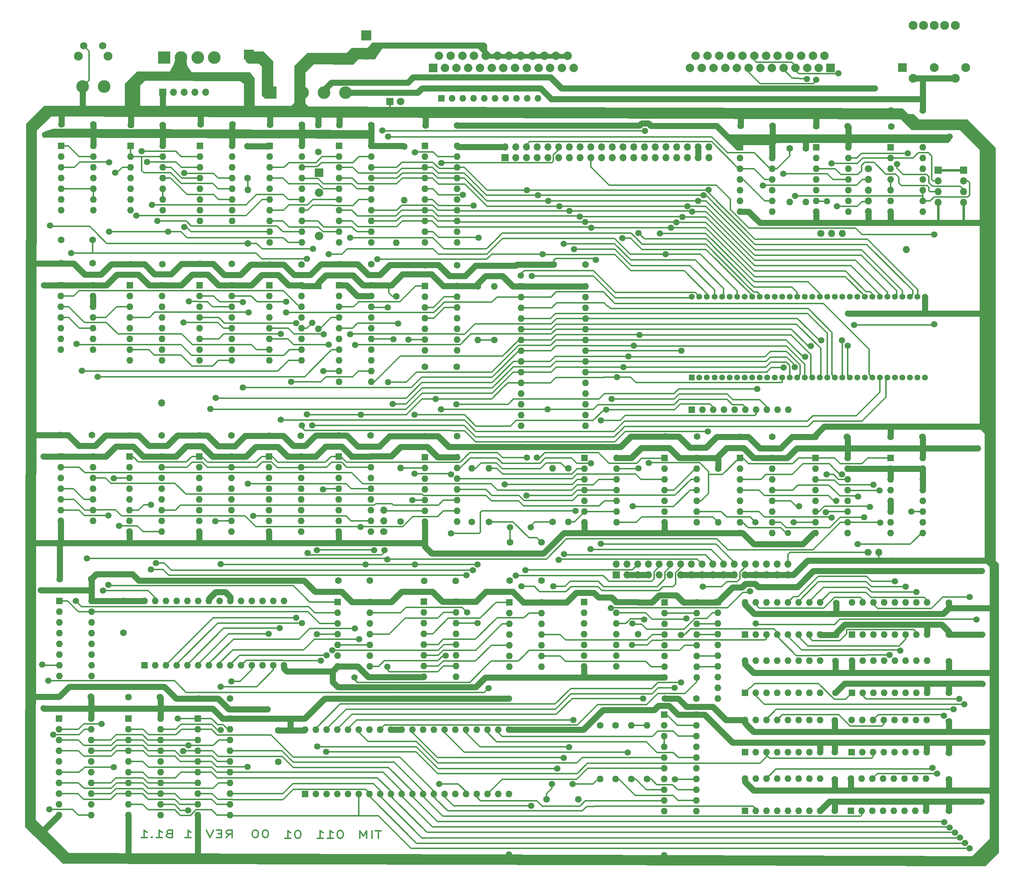
<source format=gbr>
%TF.GenerationSoftware,KiCad,Pcbnew,8.0.1*%
%TF.CreationDate,2024-04-12T12:19:04+01:00*%
%TF.ProjectId,TIM-011B,54494d2d-3031-4314-922e-6b696361645f,rev?*%
%TF.SameCoordinates,Original*%
%TF.FileFunction,Copper,L2,Bot*%
%TF.FilePolarity,Positive*%
%FSLAX46Y46*%
G04 Gerber Fmt 4.6, Leading zero omitted, Abs format (unit mm)*
G04 Created by KiCad (PCBNEW 8.0.1) date 2024-04-12 12:19:04*
%MOMM*%
%LPD*%
G01*
G04 APERTURE LIST*
%ADD10C,0.360000*%
%TA.AperFunction,NonConductor*%
%ADD11C,0.360000*%
%TD*%
%TA.AperFunction,ComponentPad*%
%ADD12R,1.600000X1.600000*%
%TD*%
%TA.AperFunction,ComponentPad*%
%ADD13O,1.600000X1.600000*%
%TD*%
%TA.AperFunction,ComponentPad*%
%ADD14C,1.600000*%
%TD*%
%TA.AperFunction,ComponentPad*%
%ADD15C,1.700000*%
%TD*%
%TA.AperFunction,ComponentPad*%
%ADD16O,1.700000X1.700000*%
%TD*%
%TA.AperFunction,ComponentPad*%
%ADD17R,1.700000X1.700000*%
%TD*%
%TA.AperFunction,ComponentPad*%
%ADD18R,2.400000X2.400000*%
%TD*%
%TA.AperFunction,ComponentPad*%
%ADD19O,2.400000X2.400000*%
%TD*%
%TA.AperFunction,ComponentPad*%
%ADD20R,3.000000X3.000000*%
%TD*%
%TA.AperFunction,ComponentPad*%
%ADD21C,3.000000*%
%TD*%
%TA.AperFunction,ComponentPad*%
%ADD22C,2.100000*%
%TD*%
%TA.AperFunction,ComponentPad*%
%ADD23C,1.750000*%
%TD*%
%TA.AperFunction,ComponentPad*%
%ADD24R,2.000000X2.000000*%
%TD*%
%TA.AperFunction,ComponentPad*%
%ADD25C,2.000000*%
%TD*%
%TA.AperFunction,ComponentPad*%
%ADD26C,1.500000*%
%TD*%
%TA.AperFunction,ComponentPad*%
%ADD27R,1.400000X1.400000*%
%TD*%
%TA.AperFunction,ComponentPad*%
%ADD28C,1.400000*%
%TD*%
%TA.AperFunction,ComponentPad*%
%ADD29R,1.800000X1.800000*%
%TD*%
%TA.AperFunction,ComponentPad*%
%ADD30C,1.800000*%
%TD*%
%TA.AperFunction,ComponentPad*%
%ADD31R,2.100000X2.100000*%
%TD*%
%TA.AperFunction,ViaPad*%
%ADD32C,1.500000*%
%TD*%
%TA.AperFunction,Conductor*%
%ADD33C,1.400000*%
%TD*%
%TA.AperFunction,Conductor*%
%ADD34C,0.300000*%
%TD*%
%TA.AperFunction,Conductor*%
%ADD35C,1.700000*%
%TD*%
%TA.AperFunction,Conductor*%
%ADD36C,0.600000*%
%TD*%
G04 APERTURE END LIST*
D10*
D11*
X158081729Y-226370994D02*
X157843634Y-226370994D01*
X157843634Y-226370994D02*
X157605538Y-226456708D01*
X157605538Y-226456708D02*
X157486491Y-226542422D01*
X157486491Y-226542422D02*
X157367443Y-226713851D01*
X157367443Y-226713851D02*
X157248396Y-227056708D01*
X157248396Y-227056708D02*
X157248396Y-227485280D01*
X157248396Y-227485280D02*
X157367443Y-227828137D01*
X157367443Y-227828137D02*
X157486491Y-227999565D01*
X157486491Y-227999565D02*
X157605538Y-228085280D01*
X157605538Y-228085280D02*
X157843634Y-228170994D01*
X157843634Y-228170994D02*
X158081729Y-228170994D01*
X158081729Y-228170994D02*
X158319824Y-228085280D01*
X158319824Y-228085280D02*
X158438872Y-227999565D01*
X158438872Y-227999565D02*
X158557919Y-227828137D01*
X158557919Y-227828137D02*
X158676967Y-227485280D01*
X158676967Y-227485280D02*
X158676967Y-227056708D01*
X158676967Y-227056708D02*
X158557919Y-226713851D01*
X158557919Y-226713851D02*
X158438872Y-226542422D01*
X158438872Y-226542422D02*
X158319824Y-226456708D01*
X158319824Y-226456708D02*
X158081729Y-226370994D01*
X154867444Y-228170994D02*
X156296015Y-228170994D01*
X155581729Y-228170994D02*
X155581729Y-226370994D01*
X155581729Y-226370994D02*
X155819825Y-226628137D01*
X155819825Y-226628137D02*
X156057920Y-226799565D01*
X156057920Y-226799565D02*
X156296015Y-226885280D01*
D10*
D11*
X140969348Y-228050994D02*
X141802681Y-227193851D01*
X142397919Y-228050994D02*
X142397919Y-226250994D01*
X142397919Y-226250994D02*
X141445538Y-226250994D01*
X141445538Y-226250994D02*
X141207443Y-226336708D01*
X141207443Y-226336708D02*
X141088396Y-226422422D01*
X141088396Y-226422422D02*
X140969348Y-226593851D01*
X140969348Y-226593851D02*
X140969348Y-226850994D01*
X140969348Y-226850994D02*
X141088396Y-227022422D01*
X141088396Y-227022422D02*
X141207443Y-227108137D01*
X141207443Y-227108137D02*
X141445538Y-227193851D01*
X141445538Y-227193851D02*
X142397919Y-227193851D01*
X139897919Y-227108137D02*
X139064586Y-227108137D01*
X138707443Y-228050994D02*
X139897919Y-228050994D01*
X139897919Y-228050994D02*
X139897919Y-226250994D01*
X139897919Y-226250994D02*
X138707443Y-226250994D01*
X137993157Y-226250994D02*
X137159824Y-228050994D01*
X137159824Y-228050994D02*
X136326491Y-226250994D01*
D10*
D11*
X131238396Y-228020994D02*
X132666967Y-228020994D01*
X131952681Y-228020994D02*
X131952681Y-226220994D01*
X131952681Y-226220994D02*
X132190777Y-226478137D01*
X132190777Y-226478137D02*
X132428872Y-226649565D01*
X132428872Y-226649565D02*
X132666967Y-226735280D01*
X127428872Y-227078137D02*
X127071729Y-227163851D01*
X127071729Y-227163851D02*
X126952682Y-227249565D01*
X126952682Y-227249565D02*
X126833634Y-227420994D01*
X126833634Y-227420994D02*
X126833634Y-227678137D01*
X126833634Y-227678137D02*
X126952682Y-227849565D01*
X126952682Y-227849565D02*
X127071729Y-227935280D01*
X127071729Y-227935280D02*
X127309824Y-228020994D01*
X127309824Y-228020994D02*
X128262205Y-228020994D01*
X128262205Y-228020994D02*
X128262205Y-226220994D01*
X128262205Y-226220994D02*
X127428872Y-226220994D01*
X127428872Y-226220994D02*
X127190777Y-226306708D01*
X127190777Y-226306708D02*
X127071729Y-226392422D01*
X127071729Y-226392422D02*
X126952682Y-226563851D01*
X126952682Y-226563851D02*
X126952682Y-226735280D01*
X126952682Y-226735280D02*
X127071729Y-226906708D01*
X127071729Y-226906708D02*
X127190777Y-226992422D01*
X127190777Y-226992422D02*
X127428872Y-227078137D01*
X127428872Y-227078137D02*
X128262205Y-227078137D01*
X124452682Y-228020994D02*
X125881253Y-228020994D01*
X125166967Y-228020994D02*
X125166967Y-226220994D01*
X125166967Y-226220994D02*
X125405063Y-226478137D01*
X125405063Y-226478137D02*
X125643158Y-226649565D01*
X125643158Y-226649565D02*
X125881253Y-226735280D01*
X123381253Y-227849565D02*
X123262206Y-227935280D01*
X123262206Y-227935280D02*
X123381253Y-228020994D01*
X123381253Y-228020994D02*
X123500301Y-227935280D01*
X123500301Y-227935280D02*
X123381253Y-227849565D01*
X123381253Y-227849565D02*
X123381253Y-228020994D01*
X120881254Y-228020994D02*
X122309825Y-228020994D01*
X121595539Y-228020994D02*
X121595539Y-226220994D01*
X121595539Y-226220994D02*
X121833635Y-226478137D01*
X121833635Y-226478137D02*
X122071730Y-226649565D01*
X122071730Y-226649565D02*
X122309825Y-226735280D01*
D10*
D11*
X168111729Y-226380994D02*
X167873634Y-226380994D01*
X167873634Y-226380994D02*
X167635538Y-226466708D01*
X167635538Y-226466708D02*
X167516491Y-226552422D01*
X167516491Y-226552422D02*
X167397443Y-226723851D01*
X167397443Y-226723851D02*
X167278396Y-227066708D01*
X167278396Y-227066708D02*
X167278396Y-227495280D01*
X167278396Y-227495280D02*
X167397443Y-227838137D01*
X167397443Y-227838137D02*
X167516491Y-228009565D01*
X167516491Y-228009565D02*
X167635538Y-228095280D01*
X167635538Y-228095280D02*
X167873634Y-228180994D01*
X167873634Y-228180994D02*
X168111729Y-228180994D01*
X168111729Y-228180994D02*
X168349824Y-228095280D01*
X168349824Y-228095280D02*
X168468872Y-228009565D01*
X168468872Y-228009565D02*
X168587919Y-227838137D01*
X168587919Y-227838137D02*
X168706967Y-227495280D01*
X168706967Y-227495280D02*
X168706967Y-227066708D01*
X168706967Y-227066708D02*
X168587919Y-226723851D01*
X168587919Y-226723851D02*
X168468872Y-226552422D01*
X168468872Y-226552422D02*
X168349824Y-226466708D01*
X168349824Y-226466708D02*
X168111729Y-226380994D01*
X164897444Y-228180994D02*
X166326015Y-228180994D01*
X165611729Y-228180994D02*
X165611729Y-226380994D01*
X165611729Y-226380994D02*
X165849825Y-226638137D01*
X165849825Y-226638137D02*
X166087920Y-226809565D01*
X166087920Y-226809565D02*
X166326015Y-226895280D01*
X162516492Y-228180994D02*
X163945063Y-228180994D01*
X163230777Y-228180994D02*
X163230777Y-226380994D01*
X163230777Y-226380994D02*
X163468873Y-226638137D01*
X163468873Y-226638137D02*
X163706968Y-226809565D01*
X163706968Y-226809565D02*
X163945063Y-226895280D01*
D10*
D11*
X150391729Y-226270994D02*
X150153634Y-226270994D01*
X150153634Y-226270994D02*
X149915538Y-226356708D01*
X149915538Y-226356708D02*
X149796491Y-226442422D01*
X149796491Y-226442422D02*
X149677443Y-226613851D01*
X149677443Y-226613851D02*
X149558396Y-226956708D01*
X149558396Y-226956708D02*
X149558396Y-227385280D01*
X149558396Y-227385280D02*
X149677443Y-227728137D01*
X149677443Y-227728137D02*
X149796491Y-227899565D01*
X149796491Y-227899565D02*
X149915538Y-227985280D01*
X149915538Y-227985280D02*
X150153634Y-228070994D01*
X150153634Y-228070994D02*
X150391729Y-228070994D01*
X150391729Y-228070994D02*
X150629824Y-227985280D01*
X150629824Y-227985280D02*
X150748872Y-227899565D01*
X150748872Y-227899565D02*
X150867919Y-227728137D01*
X150867919Y-227728137D02*
X150986967Y-227385280D01*
X150986967Y-227385280D02*
X150986967Y-226956708D01*
X150986967Y-226956708D02*
X150867919Y-226613851D01*
X150867919Y-226613851D02*
X150748872Y-226442422D01*
X150748872Y-226442422D02*
X150629824Y-226356708D01*
X150629824Y-226356708D02*
X150391729Y-226270994D01*
X148010777Y-226270994D02*
X147772682Y-226270994D01*
X147772682Y-226270994D02*
X147534586Y-226356708D01*
X147534586Y-226356708D02*
X147415539Y-226442422D01*
X147415539Y-226442422D02*
X147296491Y-226613851D01*
X147296491Y-226613851D02*
X147177444Y-226956708D01*
X147177444Y-226956708D02*
X147177444Y-227385280D01*
X147177444Y-227385280D02*
X147296491Y-227728137D01*
X147296491Y-227728137D02*
X147415539Y-227899565D01*
X147415539Y-227899565D02*
X147534586Y-227985280D01*
X147534586Y-227985280D02*
X147772682Y-228070994D01*
X147772682Y-228070994D02*
X148010777Y-228070994D01*
X148010777Y-228070994D02*
X148248872Y-227985280D01*
X148248872Y-227985280D02*
X148367920Y-227899565D01*
X148367920Y-227899565D02*
X148486967Y-227728137D01*
X148486967Y-227728137D02*
X148606015Y-227385280D01*
X148606015Y-227385280D02*
X148606015Y-226956708D01*
X148606015Y-226956708D02*
X148486967Y-226613851D01*
X148486967Y-226613851D02*
X148367920Y-226442422D01*
X148367920Y-226442422D02*
X148248872Y-226356708D01*
X148248872Y-226356708D02*
X148010777Y-226270994D01*
D10*
D11*
X177725062Y-226430994D02*
X176296491Y-226430994D01*
X177010777Y-228230994D02*
X177010777Y-226430994D01*
X175463157Y-228230994D02*
X175463157Y-226430994D01*
X174272681Y-228230994D02*
X174272681Y-226430994D01*
X174272681Y-226430994D02*
X173439348Y-227716708D01*
X173439348Y-227716708D02*
X172606015Y-226430994D01*
X172606015Y-226430994D02*
X172606015Y-228230994D01*
D12*
%TO.P,U38,1,A8*%
%TO.N,/RAM/MA8*%
X263770000Y-193785000D03*
D13*
%TO.P,U38,2,D*%
%TO.N,/CPU/D2*%
X266310000Y-193785000D03*
%TO.P,U38,3,~{W}*%
%TO.N,~{WR}*%
X268850000Y-193785000D03*
%TO.P,U38,4,~{RAS}*%
%TO.N,~{ME}*%
X271390000Y-193785000D03*
%TO.P,U38,5,A0*%
%TO.N,/RAM/MA0*%
X273930000Y-193785000D03*
%TO.P,U38,6,A2*%
%TO.N,/RAM/MA2*%
X276470000Y-193785000D03*
%TO.P,U38,7,A1*%
%TO.N,/RAM/MA1*%
X279010000Y-193785000D03*
%TO.P,U38,8,VCC*%
%TO.N,+5V*%
X281550000Y-193785000D03*
%TO.P,U38,9,A7*%
%TO.N,/RAM/MA7*%
X281550000Y-186165000D03*
%TO.P,U38,10,A5*%
%TO.N,/RAM/MA5*%
X279010000Y-186165000D03*
%TO.P,U38,11,A4*%
%TO.N,/RAM/MA4*%
X276470000Y-186165000D03*
%TO.P,U38,12,A3*%
%TO.N,/RAM/MA3*%
X273930000Y-186165000D03*
%TO.P,U38,13,A6*%
%TO.N,/RAM/MA6*%
X271390000Y-186165000D03*
%TO.P,U38,14,Q*%
%TO.N,/CPU/D2*%
X268850000Y-186165000D03*
%TO.P,U38,15,~{CAS}*%
%TO.N,~{CAS}*%
X266310000Y-186165000D03*
%TO.P,U38,16,VSS*%
%TO.N,GND*%
X263770000Y-186165000D03*
%TD*%
D12*
%TO.P,U34,1*%
%TO.N,Net-(U43-WDOUT)*%
X225740000Y-172280000D03*
D13*
%TO.P,U34,2*%
%TO.N,fWDATA*%
X225740000Y-174820000D03*
%TO.P,U34,3*%
%TO.N,Net-(U43-WE)*%
X225740000Y-177360000D03*
%TO.P,U34,4*%
%TO.N,fWGATE*%
X225740000Y-179900000D03*
%TO.P,U34,5*%
%TO.N,Net-(U43-HDL)*%
X225740000Y-182440000D03*
%TO.P,U34,6*%
%TO.N,fINUSE*%
X225740000Y-184980000D03*
%TO.P,U34,7,GND*%
%TO.N,GND*%
X225740000Y-187520000D03*
%TO.P,U34,8*%
%TO.N,fSIDE1*%
X233360000Y-187520000D03*
%TO.P,U34,9*%
%TO.N,Net-(U43-SIDE)*%
X233360000Y-184980000D03*
%TO.P,U34,10*%
%TO.N,unconnected-(U34-Pad10)*%
X233360000Y-182440000D03*
%TO.P,U34,11*%
%TO.N,unconnected-(U34-Pad11)*%
X233360000Y-179900000D03*
%TO.P,U34,12*%
%TO.N,fMOTOR1*%
X233360000Y-177360000D03*
%TO.P,U34,13*%
%TO.N,TXS*%
X233360000Y-174820000D03*
%TO.P,U34,14,VCC*%
%TO.N,+5V*%
X233360000Y-172280000D03*
%TD*%
D14*
%TO.P,R15,1*%
%TO.N,Net-(R14-Pad1)*%
X236890000Y-214170000D03*
D13*
%TO.P,R15,2*%
%TO.N,Net-(R15-Pad2)*%
X236890000Y-201470000D03*
%TD*%
D12*
%TO.P,U7,1,~{R}*%
%TO.N,+5V*%
X262640000Y-64520000D03*
D13*
%TO.P,U7,2,D*%
%TO.N,~{LIR}*%
X262640000Y-67060000D03*
%TO.P,U7,3,C*%
%TO.N,FI*%
X262640000Y-69600000D03*
%TO.P,U7,4,~{S}*%
%TO.N,Net-(U7A-~{S})*%
X262640000Y-72140000D03*
%TO.P,U7,5,Q*%
%TO.N,Net-(U7A-Q)*%
X262640000Y-74680000D03*
%TO.P,U7,6,~{Q}*%
%TO.N,unconnected-(U7A-~{Q}-Pad6)*%
X262640000Y-77220000D03*
%TO.P,U7,7,GND*%
%TO.N,GND*%
X262640000Y-79760000D03*
%TO.P,U7,8,~{Q}*%
%TO.N,unconnected-(U7B-~{Q}-Pad8)*%
X270260000Y-79760000D03*
%TO.P,U7,9,Q*%
%TO.N,Net-(U7A-~{S})*%
X270260000Y-77220000D03*
%TO.P,U7,10,~{S}*%
%TO.N,+5V*%
X270260000Y-74680000D03*
%TO.P,U7,11,C*%
%TO.N,FI*%
X270260000Y-72140000D03*
%TO.P,U7,12,D*%
%TO.N,Net-(U7A-Q)*%
X270260000Y-69600000D03*
%TO.P,U7,13,~{R}*%
%TO.N,+5V*%
X270260000Y-67060000D03*
%TO.P,U7,14,VCC*%
X270260000Y-64520000D03*
%TD*%
D15*
%TO.P,JMP1,1,Pin_1*%
%TO.N,Net-(JMP1-Pin_1)*%
X281720000Y-84930000D03*
D16*
%TO.P,JMP1,2,Pin_2*%
%TO.N,~{CTS0}*%
X284260000Y-84930000D03*
%TO.P,JMP1,3,Pin_3*%
%TO.N,GND*%
X286800000Y-84930000D03*
%TD*%
D12*
%TO.P,U11,1,S2*%
%TO.N,Net-(U11-S2)*%
X118210000Y-97230000D03*
D13*
%TO.P,U11,2,B2*%
%TO.N,Net-(U11-B2)*%
X118210000Y-99770000D03*
%TO.P,U11,3,A2*%
%TO.N,Net-(U10B-C)*%
X118210000Y-102310000D03*
%TO.P,U11,4,S1*%
%TO.N,Net-(U11-S1)*%
X118210000Y-104850000D03*
%TO.P,U11,5,A1*%
%TO.N,Net-(U11-A1)*%
X118210000Y-107390000D03*
%TO.P,U11,6,B1*%
%TO.N,Net-(U11-B1)*%
X118210000Y-109930000D03*
%TO.P,U11,7,C0*%
%TO.N,Net-(U11-C0)*%
X118210000Y-112470000D03*
%TO.P,U11,8,GND*%
%TO.N,GND*%
X118210000Y-115010000D03*
%TO.P,U11,9,C4*%
%TO.N,unconnected-(U11-C4-Pad9)*%
X125830000Y-115010000D03*
%TO.P,U11,10,S4*%
%TO.N,Net-(U11-S4)*%
X125830000Y-112470000D03*
%TO.P,U11,11,B4*%
%TO.N,Net-(U11-B4)*%
X125830000Y-109930000D03*
%TO.P,U11,12,A4*%
%TO.N,Net-(U11-A4)*%
X125830000Y-107390000D03*
%TO.P,U11,13,S3*%
%TO.N,Net-(U11-S3)*%
X125830000Y-104850000D03*
%TO.P,U11,14,A3*%
%TO.N,Net-(U11-A3)*%
X125830000Y-102310000D03*
%TO.P,U11,15,B3*%
%TO.N,Net-(U11-B3)*%
X125830000Y-99770000D03*
%TO.P,U11,16,VCC*%
%TO.N,+5V*%
X125830000Y-97230000D03*
%TD*%
D14*
%TO.P,C30,1*%
%TO.N,+5V*%
X215640000Y-167180000D03*
%TO.P,C30,2*%
%TO.N,GND*%
X208140000Y-167180000D03*
%TD*%
%TO.P,C7,1*%
%TO.N,Net-(C7-Pad1)*%
X216850000Y-218990000D03*
%TO.P,C7,2*%
%TO.N,Net-(C7-Pad2)*%
X224350000Y-218990000D03*
%TD*%
D12*
%TO.P,U20,1,S*%
%TO.N,~{VIDCLK}*%
X134580000Y-137750000D03*
D13*
%TO.P,U20,2,I0a*%
%TO.N,/Addressing/A1*%
X134580000Y-140290000D03*
%TO.P,U20,3,I1a*%
%TO.N,Net-(U12-S2)*%
X134580000Y-142830000D03*
%TO.P,U20,4,Za*%
%TO.N,/Video/VA8*%
X134580000Y-145370000D03*
%TO.P,U20,5,I0b*%
%TO.N,/Addressing/A2*%
X134580000Y-147910000D03*
%TO.P,U20,6,I1b*%
%TO.N,Net-(U12-S3)*%
X134580000Y-150450000D03*
%TO.P,U20,7,Zb*%
%TO.N,/Video/VA9*%
X134580000Y-152990000D03*
%TO.P,U20,8,GND*%
%TO.N,GND*%
X134580000Y-155530000D03*
%TO.P,U20,9,Zc*%
%TO.N,/Video/VA10*%
X142200000Y-155530000D03*
%TO.P,U20,10,I1c*%
%TO.N,Net-(U12-S4)*%
X142200000Y-152990000D03*
%TO.P,U20,11,I0c*%
%TO.N,/Addressing/A3*%
X142200000Y-150450000D03*
%TO.P,U20,12,Zd*%
%TO.N,/Video/VA11*%
X142200000Y-147910000D03*
%TO.P,U20,13,I1d*%
%TO.N,Net-(U11-S1)*%
X142200000Y-145370000D03*
%TO.P,U20,14,I0d*%
%TO.N,/Addressing/A4*%
X142200000Y-142830000D03*
%TO.P,U20,15,E*%
%TO.N,GND*%
X142200000Y-140290000D03*
%TO.P,U20,16,VCC*%
%TO.N,+5V*%
X142200000Y-137750000D03*
%TD*%
D12*
%TO.P,U37,1,A8*%
%TO.N,/RAM/MA8*%
X289130000Y-179910000D03*
D13*
%TO.P,U37,2,D*%
%TO.N,/CPU/D1*%
X291670000Y-179910000D03*
%TO.P,U37,3,~{W}*%
%TO.N,~{WR}*%
X294210000Y-179910000D03*
%TO.P,U37,4,~{RAS}*%
%TO.N,~{ME}*%
X296750000Y-179910000D03*
%TO.P,U37,5,A0*%
%TO.N,/RAM/MA0*%
X299290000Y-179910000D03*
%TO.P,U37,6,A2*%
%TO.N,/RAM/MA2*%
X301830000Y-179910000D03*
%TO.P,U37,7,A1*%
%TO.N,/RAM/MA1*%
X304370000Y-179910000D03*
%TO.P,U37,8,VCC*%
%TO.N,+5V*%
X306910000Y-179910000D03*
%TO.P,U37,9,A7*%
%TO.N,/RAM/MA7*%
X306910000Y-172290000D03*
%TO.P,U37,10,A5*%
%TO.N,/RAM/MA5*%
X304370000Y-172290000D03*
%TO.P,U37,11,A4*%
%TO.N,/RAM/MA4*%
X301830000Y-172290000D03*
%TO.P,U37,12,A3*%
%TO.N,/RAM/MA3*%
X299290000Y-172290000D03*
%TO.P,U37,13,A6*%
%TO.N,/RAM/MA6*%
X296750000Y-172290000D03*
%TO.P,U37,14,Q*%
%TO.N,/CPU/D1*%
X294210000Y-172290000D03*
%TO.P,U37,15,~{CAS}*%
%TO.N,~{CAS}*%
X291670000Y-172290000D03*
%TO.P,U37,16,VSS*%
%TO.N,GND*%
X289130000Y-172290000D03*
%TD*%
D12*
%TO.P,U23,1*%
%TO.N,Net-(U7A-Q)*%
X188020000Y-137990000D03*
D13*
%TO.P,U23,2*%
%TO.N,Net-(R7-Pad2)*%
X188020000Y-140530000D03*
%TO.P,U23,3*%
%TO.N,Net-(U14-Pad15)*%
X188020000Y-143070000D03*
%TO.P,U23,4*%
%TO.N,/Addressing/A4*%
X188020000Y-145610000D03*
%TO.P,U23,5*%
%TO.N,~{INT0}*%
X188020000Y-148150000D03*
%TO.P,U23,6*%
%TO.N,Net-(JMP3-Pin_3)*%
X188020000Y-150690000D03*
%TO.P,U23,7,GND*%
%TO.N,GND*%
X188020000Y-153230000D03*
%TO.P,U23,8*%
%TO.N,Net-(U23-Pad8)*%
X195640000Y-153230000D03*
%TO.P,U23,9*%
%TO.N,IOE*%
X195640000Y-150690000D03*
%TO.P,U23,10*%
%TO.N,/Addressing/A7*%
X195640000Y-148150000D03*
%TO.P,U23,11*%
%TO.N,Net-(U25B-D)*%
X195640000Y-145610000D03*
%TO.P,U23,12*%
%TO.N,~{REF}*%
X195640000Y-143070000D03*
%TO.P,U23,13*%
%TO.N,/Addressing/A18*%
X195640000Y-140530000D03*
%TO.P,U23,14,VCC*%
%TO.N,+5V*%
X195640000Y-137990000D03*
%TD*%
D12*
%TO.P,U47,1,A8*%
%TO.N,/RAM/MA8*%
X263770000Y-221705000D03*
D13*
%TO.P,U47,2,D*%
%TO.N,/CPU/D7*%
X266310000Y-221705000D03*
%TO.P,U47,3,~{W}*%
%TO.N,~{WR}*%
X268850000Y-221705000D03*
%TO.P,U47,4,~{RAS}*%
%TO.N,~{ME}*%
X271390000Y-221705000D03*
%TO.P,U47,5,A0*%
%TO.N,/RAM/MA0*%
X273930000Y-221705000D03*
%TO.P,U47,6,A2*%
%TO.N,/RAM/MA2*%
X276470000Y-221705000D03*
%TO.P,U47,7,A1*%
%TO.N,/RAM/MA1*%
X279010000Y-221705000D03*
%TO.P,U47,8,VCC*%
%TO.N,+5V*%
X281550000Y-221705000D03*
%TO.P,U47,9,A7*%
%TO.N,/RAM/MA7*%
X281550000Y-214085000D03*
%TO.P,U47,10,A5*%
%TO.N,/RAM/MA5*%
X279010000Y-214085000D03*
%TO.P,U47,11,A4*%
%TO.N,/RAM/MA4*%
X276470000Y-214085000D03*
%TO.P,U47,12,A3*%
%TO.N,/RAM/MA3*%
X273930000Y-214085000D03*
%TO.P,U47,13,A6*%
%TO.N,/RAM/MA6*%
X271390000Y-214085000D03*
%TO.P,U47,14,Q*%
%TO.N,/CPU/D7*%
X268850000Y-214085000D03*
%TO.P,U47,15,~{CAS}*%
%TO.N,~{CAS}*%
X266310000Y-214085000D03*
%TO.P,U47,16,VSS*%
%TO.N,GND*%
X263770000Y-214085000D03*
%TD*%
D14*
%TO.P,C9,1*%
%TO.N,GND*%
X305910000Y-59610000D03*
%TO.P,C9,2*%
%TO.N,-12V*%
X298410000Y-59610000D03*
%TD*%
D12*
%TO.P,U48,1,A8*%
%TO.N,/RAM/MA8*%
X288910000Y-221680000D03*
D13*
%TO.P,U48,2,D*%
%TO.N,/CPU/D6*%
X291450000Y-221680000D03*
%TO.P,U48,3,~{W}*%
%TO.N,~{WR}*%
X293990000Y-221680000D03*
%TO.P,U48,4,~{RAS}*%
%TO.N,~{ME}*%
X296530000Y-221680000D03*
%TO.P,U48,5,A0*%
%TO.N,/RAM/MA0*%
X299070000Y-221680000D03*
%TO.P,U48,6,A2*%
%TO.N,/RAM/MA2*%
X301610000Y-221680000D03*
%TO.P,U48,7,A1*%
%TO.N,/RAM/MA1*%
X304150000Y-221680000D03*
%TO.P,U48,8,VCC*%
%TO.N,+5V*%
X306690000Y-221680000D03*
%TO.P,U48,9,A7*%
%TO.N,/RAM/MA7*%
X306690000Y-214060000D03*
%TO.P,U48,10,A5*%
%TO.N,/RAM/MA5*%
X304150000Y-214060000D03*
%TO.P,U48,11,A4*%
%TO.N,/RAM/MA4*%
X301610000Y-214060000D03*
%TO.P,U48,12,A3*%
%TO.N,/RAM/MA3*%
X299070000Y-214060000D03*
%TO.P,U48,13,A6*%
%TO.N,/RAM/MA6*%
X296530000Y-214060000D03*
%TO.P,U48,14,Q*%
%TO.N,/CPU/D6*%
X293990000Y-214060000D03*
%TO.P,U48,15,~{CAS}*%
%TO.N,~{CAS}*%
X291450000Y-214060000D03*
%TO.P,U48,16,VSS*%
%TO.N,GND*%
X288910000Y-214060000D03*
%TD*%
D14*
%TO.P,C40,1*%
%TO.N,+5V*%
X175300000Y-59270000D03*
%TO.P,C40,2*%
%TO.N,GND*%
X167800000Y-59270000D03*
%TD*%
%TO.P,C29,1*%
%TO.N,+5V*%
X125940000Y-59310000D03*
%TO.P,C29,2*%
%TO.N,GND*%
X118440000Y-59310000D03*
%TD*%
D17*
%TO.P,P3,1,Pin_1*%
%TO.N,+5V*%
X207000000Y-66970000D03*
D16*
%TO.P,P3,2,Pin_2*%
X207000000Y-64430000D03*
%TO.P,P3,3,Pin_3*%
%TO.N,GND*%
X209540000Y-66970000D03*
%TO.P,P3,4,Pin_4*%
X209540000Y-64430000D03*
%TO.P,P3,5,Pin_5*%
%TO.N,~{RD}*%
X212080000Y-66970000D03*
%TO.P,P3,6,Pin_6*%
%TO.N,FI*%
X212080000Y-64430000D03*
%TO.P,P3,7,Pin_7*%
%TO.N,~{WR}*%
X214620000Y-66970000D03*
%TO.P,P3,8,Pin_8*%
%TO.N,~{RESET}*%
X214620000Y-64430000D03*
%TO.P,P3,9,Pin_9*%
%TO.N,E*%
X217160000Y-66970000D03*
%TO.P,P3,10,Pin_10*%
%TO.N,~{LIR}*%
X217160000Y-64430000D03*
%TO.P,P3,11,Pin_11*%
%TO.N,~{NMI}*%
X219700000Y-66970000D03*
%TO.P,P3,12,Pin_12*%
%TO.N,EXPSEL_O*%
X219700000Y-64430000D03*
%TO.P,P3,13,Pin_13*%
%TO.N,~{WAIT}*%
X222240000Y-66970000D03*
%TO.P,P3,14,Pin_14*%
%TO.N,unconnected-(P3-Pin_14-Pad14)*%
X222240000Y-64430000D03*
%TO.P,P3,15,Pin_15*%
%TO.N,~{INT0}*%
X224780000Y-66970000D03*
%TO.P,P3,16,Pin_16*%
%TO.N,~{HALT}*%
X224780000Y-64430000D03*
%TO.P,P3,17,Pin_17*%
%TO.N,ST*%
X227320000Y-66970000D03*
%TO.P,P3,18,Pin_18*%
%TO.N,unconnected-(P3-Pin_18-Pad18)*%
X227320000Y-64430000D03*
%TO.P,P3,19,Pin_19*%
%TO.N,/Addressing/A0*%
X229860000Y-66970000D03*
%TO.P,P3,20,Pin_20*%
%TO.N,/Addressing/A1*%
X229860000Y-64430000D03*
%TO.P,P3,21,Pin_21*%
%TO.N,~{TEND0}*%
X232400000Y-66970000D03*
%TO.P,P3,22,Pin_22*%
%TO.N,/Addressing/A2*%
X232400000Y-64430000D03*
%TO.P,P3,23,Pin_23*%
%TO.N,/Addressing/A3*%
X234940000Y-66970000D03*
%TO.P,P3,24,Pin_24*%
%TO.N,/Addressing/A4*%
X234940000Y-64430000D03*
%TO.P,P3,25,Pin_25*%
%TO.N,~{DREQ0}*%
X237480000Y-66970000D03*
%TO.P,P3,26,Pin_26*%
%TO.N,~{IOE}*%
X237480000Y-64430000D03*
%TO.P,P3,27,Pin_27*%
%TO.N,unconnected-(P3-Pin_27-Pad27)*%
X240020000Y-66970000D03*
%TO.P,P3,28,Pin_28*%
%TO.N,RESET*%
X240020000Y-64430000D03*
%TO.P,P3,29,Pin_29*%
%TO.N,/CPU/D7*%
X242560000Y-66970000D03*
%TO.P,P3,30,Pin_30*%
%TO.N,/CPU/D6*%
X242560000Y-64430000D03*
%TO.P,P3,31,Pin_31*%
%TO.N,/CPU/D5*%
X245100000Y-66970000D03*
%TO.P,P3,32,Pin_32*%
%TO.N,/CPU/D3*%
X245100000Y-64430000D03*
%TO.P,P3,33,Pin_33*%
%TO.N,/CPU/D4*%
X247640000Y-66970000D03*
%TO.P,P3,34,Pin_34*%
%TO.N,/CPU/D2*%
X247640000Y-64430000D03*
%TO.P,P3,35,Pin_35*%
%TO.N,/CPU/D1*%
X250180000Y-66970000D03*
%TO.P,P3,36,Pin_36*%
%TO.N,/CPU/D0*%
X250180000Y-64430000D03*
%TO.P,P3,37,Pin_37*%
%TO.N,GND*%
X252720000Y-66970000D03*
%TO.P,P3,38,Pin_38*%
X252720000Y-64430000D03*
%TO.P,P3,39,Pin_39*%
%TO.N,unconnected-(P3-Pin_39-Pad39)*%
X255260000Y-66970000D03*
%TO.P,P3,40,Pin_40*%
%TO.N,unconnected-(P3-Pin_40-Pad40)*%
X255260000Y-64430000D03*
%TD*%
D14*
%TO.P,C51,1*%
%TO.N,+5V*%
X287980000Y-133120000D03*
%TO.P,C51,2*%
%TO.N,GND*%
X280480000Y-133120000D03*
%TD*%
%TO.P,CX1,1*%
%TO.N,Net-(U13-MR)*%
X109414000Y-86487000D03*
%TO.P,CX1,2*%
%TO.N,GND*%
X101914000Y-86487000D03*
%TD*%
D18*
%TO.P,C1,1*%
%TO.N,+5V*%
X146380000Y-42610000D03*
X174160000Y-38030000D03*
D19*
%TO.P,C1,2*%
%TO.N,GND*%
X174160000Y-42610000D03*
%TD*%
D14*
%TO.P,R6,1*%
%TO.N,Net-(U15B-C)*%
X204490000Y-110220000D03*
D13*
%TO.P,R6,2*%
%TO.N,Net-(J1-Pad10)*%
X204490000Y-97520000D03*
%TD*%
D16*
%TO.P,,0,GND*%
%TO.N,N/C*%
X301990000Y-88780000D03*
%TD*%
D20*
%TO.P,P2,1,Pin_1*%
%TO.N,+5V*%
X151450000Y-51620000D03*
D21*
%TO.P,P2,2,Pin_2*%
%TO.N,GND*%
X159070000Y-51620000D03*
%TO.P,P2,3,Pin_3*%
%TO.N,-12V*%
X164160000Y-51630000D03*
%TO.P,P2,4,Pin_4*%
%TO.N,+12V*%
X169240000Y-51630000D03*
%TD*%
D17*
%TO.P,J5,1,Pin_1*%
%TO.N,+5V*%
X315500000Y-69945000D03*
D16*
%TO.P,J5,2,Pin_2*%
%TO.N,TX1*%
X315500000Y-72485000D03*
%TO.P,J5,3,Pin_3*%
%TO.N,RX1*%
X315500000Y-75025000D03*
%TO.P,J5,4,Pin_4*%
%TO.N,GND*%
X315500000Y-77565000D03*
%TD*%
D14*
%TO.P,C46,1*%
%TO.N,+5V*%
X285050000Y-207810000D03*
%TO.P,C46,2*%
%TO.N,GND*%
X285050000Y-200310000D03*
%TD*%
D22*
%TO.P,T2,*%
%TO.N,*%
X105990000Y-43000000D03*
X113000000Y-43000000D03*
D23*
%TO.P,T2,1,Pin_1*%
%TO.N,GND*%
X107240000Y-40510000D03*
%TO.P,T2,2,Pin_2*%
%TO.N,Net-(D1-A)*%
X111740000Y-40510000D03*
%TD*%
D12*
%TO.P,U1,1*%
%TO.N,CLK*%
X101920000Y-64240000D03*
D13*
%TO.P,U1,2*%
%TO.N,Net-(U29-Za)*%
X101920000Y-66780000D03*
%TO.P,U1,3*%
%TO.N,VID2*%
X101920000Y-69320000D03*
%TO.P,U1,4*%
%TO.N,Net-(U13-Q8)*%
X101920000Y-71860000D03*
%TO.P,U1,5*%
%TO.N,Net-(U10A-D)*%
X101920000Y-74400000D03*
%TO.P,U1,6*%
%TO.N,Net-(U13-MR)*%
X101920000Y-76940000D03*
%TO.P,U1,7,GND*%
%TO.N,GND*%
X101920000Y-79480000D03*
%TO.P,U1,8*%
%TO.N,HSYNC*%
X109540000Y-79480000D03*
%TO.P,U1,9*%
%TO.N,Net-(U10A-D)*%
X109540000Y-76940000D03*
%TO.P,U1,10*%
X109540000Y-74400000D03*
%TO.P,U1,11*%
%TO.N,VID1*%
X109540000Y-71860000D03*
%TO.P,U1,12*%
%TO.N,Net-(U29-Zb)*%
X109540000Y-69320000D03*
%TO.P,U1,13*%
%TO.N,CLK*%
X109540000Y-66780000D03*
%TO.P,U1,14,VCC*%
%TO.N,+5V*%
X109540000Y-64240000D03*
%TD*%
D17*
%TO.P,J4,1,Pin_1*%
%TO.N,+5V*%
X309500000Y-69945000D03*
D16*
%TO.P,J4,2,Pin_2*%
%TO.N,TX0*%
X309500000Y-72485000D03*
%TO.P,J4,3,Pin_3*%
%TO.N,RX0*%
X309500000Y-75025000D03*
%TO.P,J4,4,Pin_4*%
%TO.N,GND*%
X309500000Y-77565000D03*
%TD*%
D15*
%TO.P,JMP2,1,Pin_1*%
%TO.N,GND*%
X293060000Y-69640000D03*
D16*
%TO.P,JMP2,2,Pin_2*%
%TO.N,~{CTS1}*%
X293060000Y-72180000D03*
%TO.P,JMP2,3,Pin_3*%
%TO.N,Net-(JMP2-Pin_3)*%
X293060000Y-74720000D03*
%TO.P,JMP2,4,Pin_4*%
%TO.N,~{DCD0}*%
X293060000Y-77260000D03*
%TO.P,JMP2,5,Pin_5*%
%TO.N,GND*%
X293060000Y-79800000D03*
%TD*%
D12*
%TO.P,U28,1,S*%
%TO.N,E*%
X298250000Y-138090000D03*
D13*
%TO.P,U28,2,I0a*%
%TO.N,GND*%
X298250000Y-140630000D03*
%TO.P,U28,3,I1a*%
X298250000Y-143170000D03*
%TO.P,U28,4,Za*%
%TO.N,unconnected-(U28-Za-Pad4)*%
X298250000Y-145710000D03*
%TO.P,U28,5,I0b*%
%TO.N,GND*%
X298250000Y-148250000D03*
%TO.P,U28,6,I1b*%
X298250000Y-150790000D03*
%TO.P,U28,7,Zb*%
%TO.N,unconnected-(U28-Zb-Pad7)*%
X298250000Y-153330000D03*
%TO.P,U28,8,GND*%
%TO.N,GND*%
X298250000Y-155870000D03*
%TO.P,U28,9,Zc*%
%TO.N,/RAM/MA8*%
X305870000Y-155870000D03*
%TO.P,U28,10,I1c*%
%TO.N,/Addressing/A17*%
X305870000Y-153330000D03*
%TO.P,U28,11,I0c*%
%TO.N,/Addressing/A16*%
X305870000Y-150790000D03*
%TO.P,U28,12,Zd*%
%TO.N,unconnected-(U28-Zd-Pad12)*%
X305870000Y-148250000D03*
%TO.P,U28,13,I1d*%
%TO.N,GND*%
X305870000Y-145710000D03*
%TO.P,U28,14,I0d*%
X305870000Y-143170000D03*
%TO.P,U28,15,E*%
X305870000Y-140630000D03*
%TO.P,U28,16,VCC*%
%TO.N,+5V*%
X305870000Y-138090000D03*
%TD*%
D14*
%TO.P,C6,1*%
%TO.N,Net-(C6-Pad1)*%
X215670000Y-158110000D03*
%TO.P,C6,2*%
%TO.N,Net-(C6-Pad2)*%
X208170000Y-158110000D03*
%TD*%
D12*
%TO.P,U29,1,Ea*%
%TO.N,Net-(U29-Ea)*%
X101480000Y-171970000D03*
D13*
%TO.P,U29,2,S1*%
%TO.N,VIDCLK*%
X101480000Y-174510000D03*
%TO.P,U29,3,I3a*%
%TO.N,Net-(U29-I3a)*%
X101480000Y-177050000D03*
%TO.P,U29,4,I2a*%
%TO.N,Net-(U29-I2a)*%
X101480000Y-179590000D03*
%TO.P,U29,5,I1a*%
%TO.N,Net-(U29-I1a)*%
X101480000Y-182130000D03*
%TO.P,U29,6,I0a*%
%TO.N,Net-(U29-I0a)*%
X101480000Y-184670000D03*
%TO.P,U29,7,Za*%
%TO.N,Net-(U29-Za)*%
X101480000Y-187210000D03*
%TO.P,U29,8,GND*%
%TO.N,GND*%
X101480000Y-189750000D03*
%TO.P,U29,9,Zb*%
%TO.N,Net-(U29-Zb)*%
X109100000Y-189750000D03*
%TO.P,U29,10,I0b*%
%TO.N,Net-(U29-I0b)*%
X109100000Y-187210000D03*
%TO.P,U29,11,I1b*%
%TO.N,Net-(U29-I1b)*%
X109100000Y-184670000D03*
%TO.P,U29,12,I2b*%
%TO.N,Net-(U29-I2b)*%
X109100000Y-182130000D03*
%TO.P,U29,13,I3b*%
%TO.N,Net-(U29-I3b)*%
X109100000Y-179590000D03*
%TO.P,U29,14,S0*%
%TO.N,VIDCLK2*%
X109100000Y-177050000D03*
%TO.P,U29,15,Eb*%
%TO.N,Net-(U29-Ea)*%
X109100000Y-174510000D03*
%TO.P,U29,16,VCC*%
%TO.N,+5V*%
X109100000Y-171970000D03*
%TD*%
D14*
%TO.P,R3,1*%
%TO.N,Net-(U7A-Q)*%
X274380000Y-64780000D03*
D13*
%TO.P,R3,2*%
%TO.N,+5V*%
X274380000Y-77480000D03*
%TD*%
D12*
%TO.P,U2,1*%
%TO.N,Net-(U3-Q8)*%
X118310000Y-64220000D03*
D13*
%TO.P,U2,2*%
X118310000Y-66760000D03*
%TO.P,U2,3*%
%TO.N,Net-(U10B-D)*%
X118310000Y-69300000D03*
%TO.P,U2,4*%
%TO.N,unconnected-(U2-Pad4)*%
X118310000Y-71840000D03*
%TO.P,U2,5*%
%TO.N,unconnected-(U2-Pad5)*%
X118310000Y-74380000D03*
%TO.P,U2,6*%
%TO.N,unconnected-(U2-Pad6)*%
X118310000Y-76920000D03*
%TO.P,U2,7,GND*%
%TO.N,GND*%
X118310000Y-79460000D03*
%TO.P,U2,8*%
%TO.N,VSYNC*%
X125930000Y-79460000D03*
%TO.P,U2,9*%
%TO.N,Net-(U10B-Q)*%
X125930000Y-76920000D03*
%TO.P,U2,10*%
X125930000Y-74380000D03*
%TO.P,U2,11*%
%TO.N,Net-(U3-MR)*%
X125930000Y-71840000D03*
%TO.P,U2,12*%
%TO.N,Net-(U11-A3)*%
X125930000Y-69300000D03*
%TO.P,U2,13*%
%TO.N,Net-(U3-Q8)*%
X125930000Y-66760000D03*
%TO.P,U2,14,VCC*%
%TO.N,+5V*%
X125930000Y-64220000D03*
%TD*%
D12*
%TO.P,U5,1,OE*%
%TO.N,GND*%
X167690000Y-64230000D03*
D13*
%TO.P,U5,2,O0*%
%TO.N,Net-(U4-D0)*%
X167690000Y-66770000D03*
%TO.P,U5,3,D0*%
%TO.N,/CPU/D1*%
X167690000Y-69310000D03*
%TO.P,U5,4,D1*%
%TO.N,/CPU/D3*%
X167690000Y-71850000D03*
%TO.P,U5,5,O1*%
%TO.N,Net-(U4-D1)*%
X167690000Y-74390000D03*
%TO.P,U5,6,O2*%
%TO.N,Net-(U4-D2)*%
X167690000Y-76930000D03*
%TO.P,U5,7,D2*%
%TO.N,/CPU/D5*%
X167690000Y-79470000D03*
%TO.P,U5,8,D3*%
%TO.N,/CPU/D7*%
X167690000Y-82010000D03*
%TO.P,U5,9,O3*%
%TO.N,Net-(U4-D3)*%
X167690000Y-84550000D03*
%TO.P,U5,10,GND*%
%TO.N,GND*%
X167690000Y-87090000D03*
%TO.P,U5,11,Cp*%
%TO.N,SCROLL_O*%
X175310000Y-87090000D03*
%TO.P,U5,12,O4*%
%TO.N,Net-(U4-D4)*%
X175310000Y-84550000D03*
%TO.P,U5,13,D4*%
%TO.N,/CPU/D6*%
X175310000Y-82010000D03*
%TO.P,U5,14,D5*%
%TO.N,/CPU/D4*%
X175310000Y-79470000D03*
%TO.P,U5,15,O5*%
%TO.N,Net-(U4-D5)*%
X175310000Y-76930000D03*
%TO.P,U5,16,O6*%
%TO.N,Net-(U4-D6)*%
X175310000Y-74390000D03*
%TO.P,U5,17,D6*%
%TO.N,/CPU/D2*%
X175310000Y-71850000D03*
%TO.P,U5,18,D7*%
%TO.N,/CPU/D0*%
X175310000Y-69310000D03*
%TO.P,U5,19,O7*%
%TO.N,Net-(U4-D7)*%
X175310000Y-66770000D03*
%TO.P,U5,20,VCC*%
%TO.N,+5V*%
X175310000Y-64230000D03*
%TD*%
D16*
%TO.P,,0,GND*%
%TO.N,N/C*%
X125730000Y-125095000D03*
%TD*%
D12*
%TO.P,U32,1,E*%
%TO.N,GND*%
X187770000Y-172160000D03*
D13*
%TO.P,U32,2,A0*%
%TO.N,Net-(U32A-A0)*%
X187770000Y-174700000D03*
%TO.P,U32,3,A1*%
%TO.N,Net-(U32A-A1)*%
X187770000Y-177240000D03*
%TO.P,U32,4,O0*%
%TO.N,Net-(U32A-O0)*%
X187770000Y-179780000D03*
%TO.P,U32,5,O1*%
%TO.N,Net-(U32A-O1)*%
X187770000Y-182320000D03*
%TO.P,U32,6,O2*%
%TO.N,Net-(U32A-O2)*%
X187770000Y-184860000D03*
%TO.P,U32,7,O3*%
%TO.N,Net-(U32A-O3)*%
X187770000Y-187400000D03*
%TO.P,U32,8,GND*%
%TO.N,GND*%
X187770000Y-189940000D03*
%TO.P,U32,9,O3*%
%TO.N,EXPSEL_O*%
X195390000Y-189940000D03*
%TO.P,U32,10,O2*%
%TO.N,Net-(U32B-O2)*%
X195390000Y-187400000D03*
%TO.P,U32,11,O1*%
%TO.N,FDCDMA_0*%
X195390000Y-184860000D03*
%TO.P,U32,12,O0*%
%TO.N,FDCSEL_0*%
X195390000Y-182320000D03*
%TO.P,U32,13,A1*%
%TO.N,/Addressing/A6*%
X195390000Y-179780000D03*
%TO.P,U32,14,A0*%
%TO.N,/Addressing/A5*%
X195390000Y-177240000D03*
%TO.P,U32,15,E*%
%TO.N,Net-(U32B-E)*%
X195390000Y-174700000D03*
%TO.P,U32,16,VCC*%
%TO.N,+5V*%
X195390000Y-172160000D03*
%TD*%
D12*
%TO.P,U15,1,~{R}*%
%TO.N,~{RESET}*%
X188050000Y-97402500D03*
D13*
%TO.P,U15,2,D*%
%TO.N,/Addressing/A0*%
X188050000Y-99942500D03*
%TO.P,U15,3,C*%
%TO.N,PRINT_O*%
X188050000Y-102482500D03*
%TO.P,U15,4,~{S}*%
%TO.N,+5V*%
X188050000Y-105022500D03*
%TO.P,U15,5,Q*%
%TO.N,unconnected-(U15A-Q-Pad5)*%
X188050000Y-107562500D03*
%TO.P,U15,6,~{Q}*%
%TO.N,Net-(U15A-~{Q})*%
X188050000Y-110102500D03*
%TO.P,U15,7,GND*%
%TO.N,GND*%
X188050000Y-112642500D03*
%TO.P,U15,8,~{Q}*%
%TO.N,~{INT1}*%
X195670000Y-112642500D03*
%TO.P,U15,9,Q*%
%TO.N,unconnected-(U15B-Q-Pad9)*%
X195670000Y-110102500D03*
%TO.P,U15,10,~{S}*%
%TO.N,+5V*%
X195670000Y-107562500D03*
%TO.P,U15,11,C*%
%TO.N,Net-(U15B-C)*%
X195670000Y-105022500D03*
%TO.P,U15,12,D*%
%TO.N,+5V*%
X195670000Y-102482500D03*
%TO.P,U15,13,~{R}*%
%TO.N,PRINT_O*%
X195670000Y-99942500D03*
%TO.P,U15,14,VCC*%
%TO.N,+5V*%
X195670000Y-97402500D03*
%TD*%
D15*
%TO.P,JMP3,1,Pin_1*%
%TO.N,Net-(JMP3-Pin_1)*%
X178308000Y-155575000D03*
D16*
%TO.P,JMP3,2,Pin_2*%
%TO.N,Net-(JMP3-Pin_2)*%
X178308000Y-153035000D03*
%TO.P,JMP3,3,Pin_3*%
%TO.N,Net-(JMP3-Pin_3)*%
X178308000Y-150495000D03*
%TD*%
D12*
%TO.P,U43,1,RST*%
%TO.N,RESET*%
X159640000Y-217750000D03*
D13*
%TO.P,U43,2,~{RD}*%
%TO.N,~{RD}*%
X162180000Y-217750000D03*
%TO.P,U43,3,~{WR}*%
%TO.N,~{WR}*%
X164720000Y-217750000D03*
%TO.P,U43,4,~{CS}*%
%TO.N,FDCSEL_0*%
X167260000Y-217750000D03*
%TO.P,U43,5,A0*%
%TO.N,/Addressing/A0*%
X169800000Y-217750000D03*
%TO.P,U43,6,DB0*%
%TO.N,/CPU/D0*%
X172340000Y-217750000D03*
%TO.P,U43,7,DB1*%
%TO.N,/CPU/D1*%
X174880000Y-217750000D03*
%TO.P,U43,8,DB2*%
%TO.N,/CPU/D2*%
X177420000Y-217750000D03*
%TO.P,U43,9,DB3*%
%TO.N,/CPU/D3*%
X179960000Y-217750000D03*
%TO.P,U43,10,DB4*%
%TO.N,/CPU/D4*%
X182500000Y-217750000D03*
%TO.P,U43,11,DB5*%
%TO.N,/CPU/D5*%
X185040000Y-217750000D03*
%TO.P,U43,12,DB6*%
%TO.N,/CPU/D6*%
X187580000Y-217750000D03*
%TO.P,U43,13,DB7*%
%TO.N,/CPU/D7*%
X190120000Y-217750000D03*
%TO.P,U43,14,DRQ*%
%TO.N,Net-(U25A-~{R})*%
X192660000Y-217750000D03*
%TO.P,U43,15,~{DACK}*%
%TO.N,FDCDMA_0*%
X195200000Y-217750000D03*
%TO.P,U43,16,TC*%
%TO.N,Net-(U43-TC)*%
X197740000Y-217750000D03*
%TO.P,U43,17,IDX*%
%TO.N,Net-(U43-IDX)*%
X200280000Y-217750000D03*
%TO.P,U43,18,INT*%
%TO.N,Net-(U43-INT)*%
X202820000Y-217750000D03*
%TO.P,U43,19,TEST*%
%TO.N,+5V*%
X205360000Y-217750000D03*
%TO.P,U43,20,VSS*%
%TO.N,GND*%
X207900000Y-217750000D03*
%TO.P,U43,21,MINI*%
%TO.N,+5V*%
X207900000Y-202510000D03*
%TO.P,U43,22,CLK*%
%TO.N,Net-(U43-CLK)*%
X205360000Y-202510000D03*
%TO.P,U43,23,~{DSKD}*%
%TO.N,Net-(U43-~{DSKD})*%
X202820000Y-202510000D03*
%TO.P,U43,24,P0*%
%TO.N,GND*%
X200280000Y-202510000D03*
%TO.P,U43,25,WE*%
%TO.N,Net-(U43-WE)*%
X197740000Y-202510000D03*
%TO.P,U43,26,MFM*%
%TO.N,unconnected-(U43-MFM-Pad26)*%
X195200000Y-202510000D03*
%TO.P,U43,27,SIDE*%
%TO.N,Net-(U43-SIDE)*%
X192660000Y-202510000D03*
%TO.P,U43,28,DS1*%
%TO.N,Net-(U32A-A1)*%
X190120000Y-202510000D03*
%TO.P,U43,29,DS0*%
%TO.N,Net-(U32A-A0)*%
X187580000Y-202510000D03*
%TO.P,U43,30,WDOUT*%
%TO.N,Net-(U43-WDOUT)*%
X185040000Y-202510000D03*
%TO.P,U43,31,P1*%
%TO.N,GND*%
X182500000Y-202510000D03*
%TO.P,U43,32,P2*%
X179960000Y-202510000D03*
%TO.P,U43,33,FLT/TR0*%
%TO.N,Net-(U35-Zd)*%
X177420000Y-202510000D03*
%TO.P,U43,34,WP/TS*%
%TO.N,Net-(U35-Zc)*%
X174880000Y-202510000D03*
%TO.P,U43,35,RDY*%
%TO.N,Net-(U43-RDY)*%
X172340000Y-202510000D03*
%TO.P,U43,36,HDL*%
%TO.N,Net-(U43-HDL)*%
X169800000Y-202510000D03*
%TO.P,U43,37,STEP*%
%TO.N,Net-(U35-I1b)*%
X167260000Y-202510000D03*
%TO.P,U43,38,LCT_DIR*%
%TO.N,Net-(U35-I1a)*%
X164720000Y-202510000D03*
%TO.P,U43,39,~{RW}_SEEK*%
%TO.N,Net-(U35-S)*%
X162180000Y-202510000D03*
%TO.P,U43,40,VCC*%
%TO.N,+5V*%
X159640000Y-202510000D03*
%TD*%
D24*
%TO.P,J1,1,1*%
%TO.N,Net-(U15A-~{Q})*%
X189985000Y-45720000D03*
D25*
%TO.P,J1,2,2*%
%TO.N,Net-(RP1-R1)*%
X192755000Y-45720000D03*
%TO.P,J1,3,3*%
%TO.N,Net-(RP1-R2)*%
X195525000Y-45720000D03*
%TO.P,J1,4,4*%
%TO.N,Net-(RP1-R3)*%
X198295000Y-45720000D03*
%TO.P,J1,5,5*%
%TO.N,Net-(RP1-R4)*%
X201065000Y-45720000D03*
%TO.P,J1,6,6*%
%TO.N,Net-(RP1-R5)*%
X203835000Y-45720000D03*
%TO.P,J1,7,7*%
%TO.N,Net-(RP1-R6)*%
X206605000Y-45720000D03*
%TO.P,J1,8,8*%
%TO.N,Net-(RP1-R7)*%
X209375000Y-45720000D03*
%TO.P,J1,9,9*%
%TO.N,Net-(RP1-R8)*%
X212145000Y-45720000D03*
%TO.P,J1,10,10*%
%TO.N,Net-(J1-Pad10)*%
X214915000Y-45720000D03*
%TO.P,J1,11,11*%
%TO.N,unconnected-(J1-Pad11)*%
X217685000Y-45720000D03*
%TO.P,J1,12,12*%
%TO.N,unconnected-(J1-Pad12)*%
X220455000Y-45720000D03*
%TO.P,J1,13,13*%
%TO.N,unconnected-(J1-Pad13)*%
X223225000Y-45720000D03*
%TO.P,J1,14,P14*%
%TO.N,unconnected-(J1-P14-Pad14)*%
X191350000Y-42900000D03*
%TO.P,J1,15,P15*%
%TO.N,unconnected-(J1-P15-Pad15)*%
X194120000Y-42900000D03*
%TO.P,J1,16,P16*%
%TO.N,unconnected-(J1-P16-Pad16)*%
X196890000Y-42900000D03*
%TO.P,J1,17,P17*%
%TO.N,unconnected-(J1-P17-Pad17)*%
X199660000Y-42900000D03*
%TO.P,J1,18,P18*%
%TO.N,GND*%
X202430000Y-42900000D03*
%TO.P,J1,19,P19*%
X205200000Y-42900000D03*
%TO.P,J1,20,P20*%
X207970000Y-42900000D03*
%TO.P,J1,21,P21*%
X210740000Y-42900000D03*
%TO.P,J1,22,P22*%
X213510000Y-42900000D03*
%TO.P,J1,23,P23*%
X216280000Y-42900000D03*
%TO.P,J1,24,P24*%
X219050000Y-42900000D03*
%TO.P,J1,25,P25*%
X221820000Y-42900000D03*
%TD*%
D12*
%TO.P,D1,1,K*%
%TO.N,+5V*%
X162800000Y-97390000D03*
D13*
%TO.P,D1,2,A*%
%TO.N,Net-(D1-A)*%
X162800000Y-107550000D03*
%TD*%
D12*
%TO.P,U46,1,A8*%
%TO.N,/RAM/MA8*%
X289080000Y-207775000D03*
D13*
%TO.P,U46,2,D*%
%TO.N,/CPU/D5*%
X291620000Y-207775000D03*
%TO.P,U46,3,~{W}*%
%TO.N,~{WR}*%
X294160000Y-207775000D03*
%TO.P,U46,4,~{RAS}*%
%TO.N,~{ME}*%
X296700000Y-207775000D03*
%TO.P,U46,5,A0*%
%TO.N,/RAM/MA0*%
X299240000Y-207775000D03*
%TO.P,U46,6,A2*%
%TO.N,/RAM/MA2*%
X301780000Y-207775000D03*
%TO.P,U46,7,A1*%
%TO.N,/RAM/MA1*%
X304320000Y-207775000D03*
%TO.P,U46,8,VCC*%
%TO.N,+5V*%
X306860000Y-207775000D03*
%TO.P,U46,9,A7*%
%TO.N,/RAM/MA7*%
X306860000Y-200155000D03*
%TO.P,U46,10,A5*%
%TO.N,/RAM/MA5*%
X304320000Y-200155000D03*
%TO.P,U46,11,A4*%
%TO.N,/RAM/MA4*%
X301780000Y-200155000D03*
%TO.P,U46,12,A3*%
%TO.N,/RAM/MA3*%
X299240000Y-200155000D03*
%TO.P,U46,13,A6*%
%TO.N,/RAM/MA6*%
X296700000Y-200155000D03*
%TO.P,U46,14,Q*%
%TO.N,/CPU/D5*%
X294160000Y-200155000D03*
%TO.P,U46,15,~{CAS}*%
%TO.N,~{CAS}*%
X291620000Y-200155000D03*
%TO.P,U46,16,VSS*%
%TO.N,GND*%
X289080000Y-200155000D03*
%TD*%
D14*
%TO.P,C26,1*%
%TO.N,+5V*%
X312050000Y-208000000D03*
%TO.P,C26,2*%
%TO.N,GND*%
X312050000Y-200500000D03*
%TD*%
%TO.P,C19,1*%
%TO.N,+5V*%
X142210000Y-132790000D03*
%TO.P,C19,2*%
%TO.N,GND*%
X134710000Y-132790000D03*
%TD*%
D26*
%TO.P,Y1,1,1*%
%TO.N,Net-(C6-Pad2)*%
X208200000Y-154550000D03*
%TO.P,Y1,2,2*%
%TO.N,Net-(R10-Pad1)*%
X213100000Y-154550000D03*
%TD*%
D20*
%TO.P,P5,1,Pin_1*%
%TO.N,+5V*%
X126319000Y-43307000D03*
D21*
%TO.P,P5,2,Pin_2*%
%TO.N,GND*%
X130279000Y-43307000D03*
%TO.P,P5,3,Pin_3*%
%TO.N,-12V*%
X134239000Y-43307000D03*
%TO.P,P5,4,Pin_4*%
%TO.N,+12V*%
X138199000Y-43307000D03*
%TD*%
D14*
%TO.P,C25,1*%
%TO.N,+5V*%
X312030000Y-193780000D03*
%TO.P,C25,2*%
%TO.N,GND*%
X312030000Y-186280000D03*
%TD*%
D24*
%TO.P,J2,1,1*%
%TO.N,unconnected-(J2-Pad1)*%
X284040000Y-45720000D03*
D25*
%TO.P,J2,2,2*%
%TO.N,Net-(U9-1Y)*%
X281270000Y-45720000D03*
%TO.P,J2,3,3*%
%TO.N,Net-(U8-IN_A)*%
X278500000Y-45720000D03*
%TO.P,J2,4,4*%
%TO.N,Net-(J2-P20)*%
X275730000Y-45720000D03*
%TO.P,J2,5,5*%
%TO.N,Net-(U8-IN_B)*%
X272960000Y-45720000D03*
%TO.P,J2,6,6*%
%TO.N,unconnected-(J2-Pad6)*%
X270190000Y-45720000D03*
%TO.P,J2,7,7*%
%TO.N,GND*%
X267420000Y-45720000D03*
%TO.P,J2,8,8*%
%TO.N,Net-(U8-IN_C)*%
X264650000Y-45720000D03*
%TO.P,J2,9,9*%
%TO.N,unconnected-(J2-Pad9)*%
X261880000Y-45720000D03*
%TO.P,J2,10,10*%
%TO.N,unconnected-(J2-Pad10)*%
X259110000Y-45720000D03*
%TO.P,J2,11,11*%
%TO.N,unconnected-(J2-Pad11)*%
X256340000Y-45720000D03*
%TO.P,J2,12,12*%
%TO.N,unconnected-(J2-Pad12)*%
X253570000Y-45720000D03*
%TO.P,J2,13,13*%
%TO.N,unconnected-(J2-Pad13)*%
X250800000Y-45720000D03*
%TO.P,J2,14,P14*%
%TO.N,unconnected-(J2-P14-Pad14)*%
X282635000Y-42900000D03*
%TO.P,J2,15,P15*%
%TO.N,unconnected-(J2-P15-Pad15)*%
X279865000Y-42900000D03*
%TO.P,J2,16,P16*%
%TO.N,unconnected-(J2-P16-Pad16)*%
X277095000Y-42900000D03*
%TO.P,J2,17,P17*%
%TO.N,unconnected-(J2-P17-Pad17)*%
X274325000Y-42900000D03*
%TO.P,J2,18,P18*%
%TO.N,unconnected-(J2-P18-Pad18)*%
X271555000Y-42900000D03*
%TO.P,J2,19,P19*%
%TO.N,unconnected-(J2-P19-Pad19)*%
X268785000Y-42900000D03*
%TO.P,J2,20,P20*%
%TO.N,Net-(J2-P20)*%
X266015000Y-42900000D03*
%TO.P,J2,21,P21*%
%TO.N,unconnected-(J2-P21-Pad21)*%
X263245000Y-42900000D03*
%TO.P,J2,22,P22*%
%TO.N,unconnected-(J2-P22-Pad22)*%
X260475000Y-42900000D03*
%TO.P,J2,23,P23*%
%TO.N,unconnected-(J2-P23-Pad23)*%
X257705000Y-42900000D03*
%TO.P,J2,24,P24*%
%TO.N,unconnected-(J2-P24-Pad24)*%
X254935000Y-42900000D03*
%TO.P,J2,25,P25*%
%TO.N,unconnected-(J2-P25-Pad25)*%
X252165000Y-42900000D03*
%TD*%
D17*
%TO.P,P4,1,Pin_1*%
%TO.N,unconnected-(P4-Pin_1-Pad1)*%
X233370000Y-165800000D03*
D16*
%TO.P,P4,2,Pin_2*%
%TO.N,unconnected-(P4-Pin_2-Pad2)*%
X233370000Y-163260000D03*
%TO.P,P4,3,Pin_3*%
%TO.N,GND*%
X235910000Y-165800000D03*
%TO.P,P4,4,Pin_4*%
%TO.N,fINUSE*%
X235910000Y-163260000D03*
%TO.P,P4,5,Pin_5*%
%TO.N,GND*%
X238450000Y-165800000D03*
%TO.P,P4,6,Pin_6*%
%TO.N,fDRIVE3*%
X238450000Y-163260000D03*
%TO.P,P4,7,Pin_7*%
%TO.N,GND*%
X240990000Y-165800000D03*
%TO.P,P4,8,Pin_8*%
%TO.N,fINDEX*%
X240990000Y-163260000D03*
%TO.P,P4,9,Pin_9*%
%TO.N,GND*%
X243530000Y-165800000D03*
%TO.P,P4,10,Pin_10*%
%TO.N,fDRIVE0*%
X243530000Y-163260000D03*
%TO.P,P4,11,Pin_11*%
%TO.N,GND*%
X246070000Y-165800000D03*
%TO.P,P4,12,Pin_12*%
%TO.N,fDRIVE1*%
X246070000Y-163260000D03*
%TO.P,P4,13,Pin_13*%
%TO.N,GND*%
X248610000Y-165800000D03*
%TO.P,P4,14,Pin_14*%
%TO.N,fDRIVE2*%
X248610000Y-163260000D03*
%TO.P,P4,15,Pin_15*%
%TO.N,GND*%
X251150000Y-165800000D03*
%TO.P,P4,16,Pin_16*%
%TO.N,fMOTOR1*%
X251150000Y-163260000D03*
%TO.P,P4,17,Pin_17*%
%TO.N,GND*%
X253690000Y-165800000D03*
%TO.P,P4,18,Pin_18*%
%TO.N,fDIR*%
X253690000Y-163260000D03*
%TO.P,P4,19,Pin_19*%
%TO.N,GND*%
X256230000Y-165800000D03*
%TO.P,P4,20,Pin_20*%
%TO.N,fSTEP*%
X256230000Y-163260000D03*
%TO.P,P4,21,Pin_21*%
%TO.N,GND*%
X258770000Y-165800000D03*
%TO.P,P4,22,Pin_22*%
%TO.N,fWDATA*%
X258770000Y-163260000D03*
%TO.P,P4,23,Pin_23*%
%TO.N,GND*%
X261310000Y-165800000D03*
%TO.P,P4,24,Pin_24*%
%TO.N,fWGATE*%
X261310000Y-163260000D03*
%TO.P,P4,25,Pin_25*%
%TO.N,GND*%
X263850000Y-165800000D03*
%TO.P,P4,26,Pin_26*%
%TO.N,fTRACK0*%
X263850000Y-163260000D03*
%TO.P,P4,27,Pin_27*%
%TO.N,GND*%
X266390000Y-165800000D03*
%TO.P,P4,28,Pin_28*%
%TO.N,fWRITEPROT*%
X266390000Y-163260000D03*
%TO.P,P4,29,Pin_29*%
%TO.N,GND*%
X268930000Y-165800000D03*
%TO.P,P4,30,Pin_30*%
%TO.N,fREAD*%
X268930000Y-163260000D03*
%TO.P,P4,31,Pin_31*%
%TO.N,GND*%
X271470000Y-165800000D03*
%TO.P,P4,32,Pin_32*%
%TO.N,fSIDE1*%
X271470000Y-163260000D03*
%TO.P,P4,33,Pin_33*%
%TO.N,GND*%
X274010000Y-165800000D03*
%TO.P,P4,34,Pin_34*%
%TO.N,fREADY*%
X274010000Y-163260000D03*
%TD*%
D14*
%TO.P,C24,1*%
%TO.N,+5V*%
X312040000Y-179930000D03*
%TO.P,C24,2*%
%TO.N,GND*%
X312040000Y-172430000D03*
%TD*%
D12*
%TO.P,U35,1,S*%
%TO.N,Net-(U35-S)*%
X244760000Y-172370000D03*
D13*
%TO.P,U35,2,I0a*%
%TO.N,GND*%
X244760000Y-174910000D03*
%TO.P,U35,3,I1a*%
%TO.N,Net-(U35-I1a)*%
X244760000Y-177450000D03*
%TO.P,U35,4,Za*%
%TO.N,Net-(U35-Za)*%
X244760000Y-179990000D03*
%TO.P,U35,5,I0b*%
%TO.N,GND*%
X244760000Y-182530000D03*
%TO.P,U35,6,I1b*%
%TO.N,Net-(U35-I1b)*%
X244760000Y-185070000D03*
%TO.P,U35,7,Zb*%
%TO.N,Net-(U35-Zb)*%
X244760000Y-187610000D03*
%TO.P,U35,8,GND*%
%TO.N,GND*%
X244760000Y-190150000D03*
%TO.P,U35,9,Zd*%
%TO.N,Net-(U35-Zd)*%
X252380000Y-190150000D03*
%TO.P,U35,10,I1d*%
%TO.N,fTRACK0*%
X252380000Y-187610000D03*
%TO.P,U35,11,I0d*%
%TO.N,Net-(RP3-R5)*%
X252380000Y-185070000D03*
%TO.P,U35,12,Zc*%
%TO.N,Net-(U35-Zc)*%
X252380000Y-182530000D03*
%TO.P,U35,13,I1c*%
%TO.N,Net-(RP3-R3)*%
X252380000Y-179990000D03*
%TO.P,U35,14,I0c*%
%TO.N,fWRITEPROT*%
X252380000Y-177450000D03*
%TO.P,U35,15,E*%
%TO.N,GND*%
X252380000Y-174910000D03*
%TO.P,U35,16,VCC*%
%TO.N,+5V*%
X252380000Y-172370000D03*
%TD*%
D12*
%TO.P,U30,1,A14*%
%TO.N,/Video/VA14*%
X121680000Y-187260000D03*
D13*
%TO.P,U30,2,A12*%
%TO.N,/Video/VA12*%
X124220000Y-187260000D03*
%TO.P,U30,3,A7*%
%TO.N,/Video/VA7*%
X126760000Y-187260000D03*
%TO.P,U30,4,A6*%
%TO.N,/Video/VA6*%
X129300000Y-187260000D03*
%TO.P,U30,5,A5*%
%TO.N,/Video/VA5*%
X131840000Y-187260000D03*
%TO.P,U30,6,A4*%
%TO.N,/Video/VA4*%
X134380000Y-187260000D03*
%TO.P,U30,7,A3*%
%TO.N,/Video/VA3*%
X136920000Y-187260000D03*
%TO.P,U30,8,A2*%
%TO.N,/Video/VA2*%
X139460000Y-187260000D03*
%TO.P,U30,9,A1*%
%TO.N,/Video/VA1*%
X142000000Y-187260000D03*
%TO.P,U30,10,A0*%
%TO.N,/Video/VA0*%
X144540000Y-187260000D03*
%TO.P,U30,11,Q0*%
%TO.N,/Video/IO0*%
X147080000Y-187260000D03*
%TO.P,U30,12,Q1*%
%TO.N,/Video/IO1*%
X149620000Y-187260000D03*
%TO.P,U30,13,Q2*%
%TO.N,/Video/IO2*%
X152160000Y-187260000D03*
%TO.P,U30,14,GND*%
%TO.N,GND*%
X154700000Y-187260000D03*
%TO.P,U30,15,Q3*%
%TO.N,/Video/IO3*%
X154700000Y-172020000D03*
%TO.P,U30,16,Q4*%
%TO.N,/Video/IO4*%
X152160000Y-172020000D03*
%TO.P,U30,17,Q5*%
%TO.N,/Video/IO5*%
X149620000Y-172020000D03*
%TO.P,U30,18,Q6*%
%TO.N,/Video/IO6*%
X147080000Y-172020000D03*
%TO.P,U30,19,Q7*%
%TO.N,/Video/IO7*%
X144540000Y-172020000D03*
%TO.P,U30,20,~{CS}*%
%TO.N,GND*%
X142000000Y-172020000D03*
%TO.P,U30,21,A10*%
%TO.N,/Video/VA10*%
X139460000Y-172020000D03*
%TO.P,U30,22,~{OE}*%
%TO.N,GND*%
X136920000Y-172020000D03*
%TO.P,U30,23,A11*%
%TO.N,/Video/VA11*%
X134380000Y-172020000D03*
%TO.P,U30,24,A9*%
%TO.N,/Video/VA9*%
X131840000Y-172020000D03*
%TO.P,U30,25,A8*%
%TO.N,/Video/VA8*%
X129300000Y-172020000D03*
%TO.P,U30,26,A13*%
%TO.N,/Video/VA13*%
X126760000Y-172020000D03*
%TO.P,U30,27,~{WE}*%
%TO.N,~{VWR}*%
X124220000Y-172020000D03*
%TO.P,U30,28,VCC*%
%TO.N,+5V*%
X121680000Y-172020000D03*
%TD*%
D14*
%TO.P,R9,1*%
%TO.N,Net-(C6-Pad1)*%
X203190000Y-153250000D03*
D13*
%TO.P,R9,2*%
%TO.N,Net-(R8-Pad1)*%
X203190000Y-140550000D03*
%TD*%
D14*
%TO.P,C16,1*%
%TO.N,+5V*%
X226030000Y-92340000D03*
%TO.P,C16,2*%
%TO.N,GND*%
X218530000Y-92340000D03*
%TD*%
%TO.P,R1,1*%
%TO.N,Net-(U13-Q8)*%
X146120000Y-87320000D03*
D13*
%TO.P,R1,2*%
%TO.N,Net-(U3-~{CP})*%
X146120000Y-74620000D03*
%TD*%
D12*
%TO.P,U13,1,Q11*%
%TO.N,unconnected-(U13-Q11-Pad1)*%
X151200000Y-97230000D03*
D13*
%TO.P,U13,2,Q5*%
%TO.N,Net-(U13-Q5)*%
X151200000Y-99770000D03*
%TO.P,U13,3,Q4*%
%TO.N,Net-(U13-Q4)*%
X151200000Y-102310000D03*
%TO.P,U13,4,Q6*%
%TO.N,Net-(U13-Q6)*%
X151200000Y-104850000D03*
%TO.P,U13,5,Q3*%
%TO.N,Net-(U13-Q3)*%
X151200000Y-107390000D03*
%TO.P,U13,6,Q2*%
%TO.N,Net-(U13-Q2)*%
X151200000Y-109930000D03*
%TO.P,U13,7,Q1*%
%TO.N,VIDCLK*%
X151200000Y-112470000D03*
%TO.P,U13,8,GND*%
%TO.N,GND*%
X151200000Y-115010000D03*
%TO.P,U13,9,Q0*%
%TO.N,VIDCLK2*%
X158820000Y-115010000D03*
%TO.P,U13,10,~{CP}*%
%TO.N,CLK*%
X158820000Y-112470000D03*
%TO.P,U13,11,MR*%
%TO.N,Net-(U13-MR)*%
X158820000Y-109930000D03*
%TO.P,U13,12,Q8*%
%TO.N,Net-(U13-Q8)*%
X158820000Y-107390000D03*
%TO.P,U13,13,Q7*%
%TO.N,Net-(U13-Q7)*%
X158820000Y-104850000D03*
%TO.P,U13,14,Q9*%
%TO.N,Net-(U10A-D)*%
X158820000Y-102310000D03*
%TO.P,U13,15,Q10*%
%TO.N,unconnected-(U13-Q10-Pad15)*%
X158820000Y-99770000D03*
%TO.P,U13,16,VCC*%
%TO.N,+5V*%
X158820000Y-97230000D03*
%TD*%
D14*
%TO.P,C31,1*%
%TO.N,+5V*%
X195330000Y-167280000D03*
%TO.P,C31,2*%
%TO.N,GND*%
X187830000Y-167280000D03*
%TD*%
D12*
%TO.P,U45,1,A8*%
%TO.N,/RAM/MA8*%
X263770000Y-207775000D03*
D13*
%TO.P,U45,2,D*%
%TO.N,/CPU/D4*%
X266310000Y-207775000D03*
%TO.P,U45,3,~{W}*%
%TO.N,~{WR}*%
X268850000Y-207775000D03*
%TO.P,U45,4,~{RAS}*%
%TO.N,~{ME}*%
X271390000Y-207775000D03*
%TO.P,U45,5,A0*%
%TO.N,/RAM/MA0*%
X273930000Y-207775000D03*
%TO.P,U45,6,A2*%
%TO.N,/RAM/MA2*%
X276470000Y-207775000D03*
%TO.P,U45,7,A1*%
%TO.N,/RAM/MA1*%
X279010000Y-207775000D03*
%TO.P,U45,8,VCC*%
%TO.N,+5V*%
X281550000Y-207775000D03*
%TO.P,U45,9,A7*%
%TO.N,/RAM/MA7*%
X281550000Y-200155000D03*
%TO.P,U45,10,A5*%
%TO.N,/RAM/MA5*%
X279010000Y-200155000D03*
%TO.P,U45,11,A4*%
%TO.N,/RAM/MA4*%
X276470000Y-200155000D03*
%TO.P,U45,12,A3*%
%TO.N,/RAM/MA3*%
X273930000Y-200155000D03*
%TO.P,U45,13,A6*%
%TO.N,/RAM/MA6*%
X271390000Y-200155000D03*
%TO.P,U45,14,Q*%
%TO.N,/CPU/D4*%
X268850000Y-200155000D03*
%TO.P,U45,15,~{CAS}*%
%TO.N,~{CAS}*%
X266310000Y-200155000D03*
%TO.P,U45,16,VSS*%
%TO.N,GND*%
X263770000Y-200155000D03*
%TD*%
D14*
%TO.P,C12,1*%
%TO.N,+5V*%
X142280000Y-92130000D03*
%TO.P,C12,2*%
%TO.N,GND*%
X134780000Y-92130000D03*
%TD*%
D12*
%TO.P,U41,1,OE*%
%TO.N,Net-(U41-OE)*%
X117810000Y-199850000D03*
D13*
%TO.P,U41,2,O0*%
%TO.N,/CPU/D7*%
X117810000Y-202390000D03*
%TO.P,U41,3,D0*%
%TO.N,/Video/IO7*%
X117810000Y-204930000D03*
%TO.P,U41,4,D1*%
%TO.N,/Video/IO4*%
X117810000Y-207470000D03*
%TO.P,U41,5,O1*%
%TO.N,/CPU/D4*%
X117810000Y-210010000D03*
%TO.P,U41,6,O2*%
%TO.N,/CPU/D3*%
X117810000Y-212550000D03*
%TO.P,U41,7,D2*%
%TO.N,/Video/IO3*%
X117810000Y-215090000D03*
%TO.P,U41,8,D3*%
%TO.N,/Video/IO0*%
X117810000Y-217630000D03*
%TO.P,U41,9,O3*%
%TO.N,/CPU/D0*%
X117810000Y-220170000D03*
%TO.P,U41,10,GND*%
%TO.N,GND*%
X117810000Y-222710000D03*
%TO.P,U41,11,Cp*%
%TO.N,~{VIDCLK}*%
X125430000Y-222710000D03*
%TO.P,U41,12,O4*%
%TO.N,/CPU/D1*%
X125430000Y-220170000D03*
%TO.P,U41,13,D4*%
%TO.N,/Video/IO1*%
X125430000Y-217630000D03*
%TO.P,U41,14,D5*%
%TO.N,/Video/IO2*%
X125430000Y-215090000D03*
%TO.P,U41,15,O5*%
%TO.N,/CPU/D2*%
X125430000Y-212550000D03*
%TO.P,U41,16,O6*%
%TO.N,/CPU/D5*%
X125430000Y-210010000D03*
%TO.P,U41,17,D6*%
%TO.N,/Video/IO5*%
X125430000Y-207470000D03*
%TO.P,U41,18,D7*%
%TO.N,/Video/IO6*%
X125430000Y-204930000D03*
%TO.P,U41,19,O7*%
%TO.N,/CPU/D6*%
X125430000Y-202390000D03*
%TO.P,U41,20,VCC*%
%TO.N,+5V*%
X125430000Y-199850000D03*
%TD*%
D12*
%TO.P,U12,1,S2*%
%TO.N,Net-(U12-S2)*%
X134670000Y-97230000D03*
D13*
%TO.P,U12,2,B2*%
%TO.N,Net-(U12-B2)*%
X134670000Y-99770000D03*
%TO.P,U12,3,A2*%
%TO.N,Net-(U12-A2)*%
X134670000Y-102310000D03*
%TO.P,U12,4,S1*%
%TO.N,Net-(U12-S1)*%
X134670000Y-104850000D03*
%TO.P,U12,5,A1*%
%TO.N,Net-(U12-A1)*%
X134670000Y-107390000D03*
%TO.P,U12,6,B1*%
%TO.N,Net-(U12-B1)*%
X134670000Y-109930000D03*
%TO.P,U12,7,C0*%
%TO.N,GND*%
X134670000Y-112470000D03*
%TO.P,U12,8,GND*%
X134670000Y-115010000D03*
%TO.P,U12,9,C4*%
%TO.N,Net-(U11-C0)*%
X142290000Y-115010000D03*
%TO.P,U12,10,S4*%
%TO.N,Net-(U12-S4)*%
X142290000Y-112470000D03*
%TO.P,U12,11,B4*%
%TO.N,Net-(U12-B4)*%
X142290000Y-109930000D03*
%TO.P,U12,12,A4*%
%TO.N,Net-(U12-A4)*%
X142290000Y-107390000D03*
%TO.P,U12,13,S3*%
%TO.N,Net-(U12-S3)*%
X142290000Y-104850000D03*
%TO.P,U12,14,A3*%
%TO.N,Net-(U12-A3)*%
X142290000Y-102310000D03*
%TO.P,U12,15,B3*%
%TO.N,Net-(U12-B3)*%
X142290000Y-99770000D03*
%TO.P,U12,16,VCC*%
%TO.N,+5V*%
X142290000Y-97230000D03*
%TD*%
D14*
%TO.P,C20,1*%
%TO.N,+5V*%
X158690000Y-132890000D03*
%TO.P,C20,2*%
%TO.N,GND*%
X151190000Y-132890000D03*
%TD*%
D21*
%TO.P,T1,1,Pin_1*%
%TO.N,GND*%
X106995000Y-50180000D03*
%TO.P,T1,2,Pin_2*%
%TO.N,Net-(D1-A)*%
X112075000Y-50180000D03*
%TD*%
D12*
%TO.P,U39,1,A8*%
%TO.N,/RAM/MA8*%
X289110000Y-193760000D03*
D13*
%TO.P,U39,2,D*%
%TO.N,/CPU/D3*%
X291650000Y-193760000D03*
%TO.P,U39,3,~{W}*%
%TO.N,~{WR}*%
X294190000Y-193760000D03*
%TO.P,U39,4,~{RAS}*%
%TO.N,~{ME}*%
X296730000Y-193760000D03*
%TO.P,U39,5,A0*%
%TO.N,/RAM/MA0*%
X299270000Y-193760000D03*
%TO.P,U39,6,A2*%
%TO.N,/RAM/MA2*%
X301810000Y-193760000D03*
%TO.P,U39,7,A1*%
%TO.N,/RAM/MA1*%
X304350000Y-193760000D03*
%TO.P,U39,8,VCC*%
%TO.N,+5V*%
X306890000Y-193760000D03*
%TO.P,U39,9,A7*%
%TO.N,/RAM/MA7*%
X306890000Y-186140000D03*
%TO.P,U39,10,A5*%
%TO.N,/RAM/MA5*%
X304350000Y-186140000D03*
%TO.P,U39,11,A4*%
%TO.N,/RAM/MA4*%
X301810000Y-186140000D03*
%TO.P,U39,12,A3*%
%TO.N,/RAM/MA3*%
X299270000Y-186140000D03*
%TO.P,U39,13,A6*%
%TO.N,/RAM/MA6*%
X296730000Y-186140000D03*
%TO.P,U39,14,Q*%
%TO.N,/CPU/D3*%
X294190000Y-186140000D03*
%TO.P,U39,15,~{CAS}*%
%TO.N,~{CAS}*%
X291650000Y-186140000D03*
%TO.P,U39,16,VSS*%
%TO.N,GND*%
X289110000Y-186140000D03*
%TD*%
D12*
%TO.P,U14,1*%
%TO.N,GND*%
X167720000Y-97220000D03*
D13*
%TO.P,U14,2*%
%TO.N,~{TEND1}*%
X167720000Y-99760000D03*
%TO.P,U14,3*%
%TO.N,~{RESET}*%
X167720000Y-102300000D03*
%TO.P,U14,4*%
%TO.N,Net-(D1-A)*%
X167720000Y-104840000D03*
%TO.P,U14,5*%
%TO.N,~{WAIT}*%
X167720000Y-107380000D03*
%TO.P,U14,6*%
%TO.N,~{IOE}*%
X167720000Y-109920000D03*
%TO.P,U14,7*%
%TO.N,Net-(U14-Pad7)*%
X167720000Y-112460000D03*
%TO.P,U14,8*%
%TO.N,~{RESET}*%
X167720000Y-115000000D03*
%TO.P,U14,9*%
%TO.N,Net-(JMP3-Pin_1)*%
X167720000Y-117540000D03*
%TO.P,U14,10,GND*%
%TO.N,GND*%
X167720000Y-120080000D03*
%TO.P,U14,11*%
%TO.N,/Addressing/A4*%
X175340000Y-120080000D03*
%TO.P,U14,12*%
%TO.N,RESET*%
X175340000Y-117540000D03*
%TO.P,U14,13*%
%TO.N,~{WR}*%
X175340000Y-115000000D03*
%TO.P,U14,14*%
%TO.N,IOE*%
X175340000Y-112460000D03*
%TO.P,U14,15*%
%TO.N,Net-(U14-Pad15)*%
X175340000Y-109920000D03*
%TO.P,U14,16*%
%TO.N,Net-(U14-Pad16)*%
X175340000Y-107380000D03*
%TO.P,U14,17*%
X175340000Y-104840000D03*
%TO.P,U14,18*%
%TO.N,Net-(U43-TC)*%
X175340000Y-102300000D03*
%TO.P,U14,19*%
%TO.N,GND*%
X175340000Y-99760000D03*
%TO.P,U14,20,VCC*%
%TO.N,+5V*%
X175340000Y-97220000D03*
%TD*%
D14*
%TO.P,C52,1*%
%TO.N,+5V*%
X270210000Y-133120000D03*
%TO.P,C52,2*%
%TO.N,GND*%
X262710000Y-133120000D03*
%TD*%
D12*
%TO.P,U8,1,IN_A*%
%TO.N,Net-(U8-IN_A)*%
X280620000Y-64580000D03*
D13*
%TO.P,U8,2,RC_A*%
%TO.N,unconnected-(U8-RC_A-Pad2)*%
X280620000Y-67120000D03*
%TO.P,U8,3,OUT_A*%
%TO.N,RX0*%
X280620000Y-69660000D03*
%TO.P,U8,4,IN_B*%
%TO.N,Net-(U8-IN_B)*%
X280620000Y-72200000D03*
%TO.P,U8,5,RC_B*%
%TO.N,unconnected-(U8-RC_B-Pad5)*%
X280620000Y-74740000D03*
%TO.P,U8,6,OUT_B*%
%TO.N,Net-(JMP1-Pin_1)*%
X280620000Y-77280000D03*
%TO.P,U8,7,GND*%
%TO.N,GND*%
X280620000Y-79820000D03*
%TO.P,U8,8,OUT_C*%
%TO.N,Net-(JMP2-Pin_3)*%
X288240000Y-79820000D03*
%TO.P,U8,9,RC_C*%
%TO.N,unconnected-(U8-RC_C-Pad9)*%
X288240000Y-77280000D03*
%TO.P,U8,10,IN_C*%
%TO.N,Net-(U8-IN_C)*%
X288240000Y-74740000D03*
%TO.P,U8,11,OUT_D*%
%TO.N,RX1*%
X288240000Y-72200000D03*
%TO.P,U8,12,RC_D*%
%TO.N,unconnected-(U8-RC_D-Pad12)*%
X288240000Y-69660000D03*
%TO.P,U8,13,IN_D*%
%TO.N,Net-(J3-Pin_2)*%
X288240000Y-67120000D03*
%TO.P,U8,14,VCC*%
%TO.N,+5V*%
X288240000Y-64580000D03*
%TD*%
D14*
%TO.P,C41,1*%
%TO.N,+5V*%
X195670000Y-59420000D03*
%TO.P,C41,2*%
%TO.N,GND*%
X188170000Y-59420000D03*
%TD*%
D12*
%TO.P,U21,1,S*%
%TO.N,~{VIDCLK}*%
X151080000Y-137750000D03*
D13*
%TO.P,U21,2,I0a*%
%TO.N,/Addressing/A12*%
X151080000Y-140290000D03*
%TO.P,U21,3,I1a*%
%TO.N,Net-(U13-Q6)*%
X151080000Y-142830000D03*
%TO.P,U21,4,Za*%
%TO.N,/Video/VA4*%
X151080000Y-145370000D03*
%TO.P,U21,5,I0b*%
%TO.N,/Addressing/A13*%
X151080000Y-147910000D03*
%TO.P,U21,6,I1b*%
%TO.N,Net-(U13-Q7)*%
X151080000Y-150450000D03*
%TO.P,U21,7,Zb*%
%TO.N,/Video/VA5*%
X151080000Y-152990000D03*
%TO.P,U21,8,GND*%
%TO.N,GND*%
X151080000Y-155530000D03*
%TO.P,U21,9,Zc*%
%TO.N,/Video/VA6*%
X158700000Y-155530000D03*
%TO.P,U21,10,I1c*%
%TO.N,Net-(U13-Q8)*%
X158700000Y-152990000D03*
%TO.P,U21,11,I0c*%
%TO.N,/Addressing/A14*%
X158700000Y-150450000D03*
%TO.P,U21,12,Zd*%
%TO.N,/Video/VA7*%
X158700000Y-147910000D03*
%TO.P,U21,13,I1d*%
%TO.N,Net-(U12-S1)*%
X158700000Y-145370000D03*
%TO.P,U21,14,I0d*%
%TO.N,/Addressing/A0*%
X158700000Y-142830000D03*
%TO.P,U21,15,E*%
%TO.N,GND*%
X158700000Y-140290000D03*
%TO.P,U21,16,VCC*%
%TO.N,+5V*%
X158700000Y-137750000D03*
%TD*%
D14*
%TO.P,R7,1*%
%TO.N,+5V*%
X182245000Y-153220000D03*
D13*
%TO.P,R7,2*%
%TO.N,Net-(R7-Pad2)*%
X182245000Y-140520000D03*
%TD*%
D14*
%TO.P,C13,1*%
%TO.N,+5V*%
X158780000Y-92290000D03*
%TO.P,C13,2*%
%TO.N,GND*%
X151280000Y-92290000D03*
%TD*%
%TO.P,C43,1*%
%TO.N,+5V*%
X153280000Y-202610000D03*
%TO.P,C43,2*%
%TO.N,GND*%
X153280000Y-210110000D03*
%TD*%
%TO.P,R8,1*%
%TO.N,Net-(R8-Pad1)*%
X199150000Y-153250000D03*
D13*
%TO.P,R8,2*%
%TO.N,Net-(R11-Pad1)*%
X199150000Y-140550000D03*
%TD*%
D14*
%TO.P,C10,1*%
%TO.N,+5V*%
X109400000Y-92020000D03*
%TO.P,C10,2*%
%TO.N,GND*%
X101900000Y-92020000D03*
%TD*%
%TO.P,C32,1*%
%TO.N,+5V*%
X175020000Y-167180000D03*
%TO.P,C32,2*%
%TO.N,GND*%
X167520000Y-167180000D03*
%TD*%
%TO.P,R13,1*%
%TO.N,Net-(R13-Pad1)*%
X229480000Y-201480000D03*
D13*
%TO.P,R13,2*%
%TO.N,Net-(R13-Pad2)*%
X229480000Y-214180000D03*
%TD*%
D14*
%TO.P,C22,1*%
%TO.N,+5V*%
X195630000Y-133000000D03*
%TO.P,C22,2*%
%TO.N,GND*%
X188130000Y-133000000D03*
%TD*%
%TO.P,C14,1*%
%TO.N,+5V*%
X175340000Y-92260000D03*
%TO.P,C14,2*%
%TO.N,GND*%
X167840000Y-92260000D03*
%TD*%
%TO.P,C23,1*%
%TO.N,+5V*%
X109080000Y-166800000D03*
%TO.P,C23,2*%
%TO.N,GND*%
X101580000Y-166800000D03*
%TD*%
%TO.P,C49,1*%
%TO.N,+5V*%
X288150000Y-59550000D03*
%TO.P,C49,2*%
%TO.N,GND*%
X280650000Y-59550000D03*
%TD*%
%TO.P,C53,1*%
%TO.N,+5V*%
X252430000Y-133070000D03*
%TO.P,C53,2*%
%TO.N,GND*%
X244930000Y-133070000D03*
%TD*%
%TO.P,C48,1*%
%TO.N,+5V*%
X270300000Y-59460000D03*
%TO.P,C48,2*%
%TO.N,GND*%
X262800000Y-59460000D03*
%TD*%
%TO.P,C42,1*%
%TO.N,+5V*%
X116670000Y-172030000D03*
%TO.P,C42,2*%
%TO.N,GND*%
X116670000Y-179530000D03*
%TD*%
D12*
%TO.P,U16,1,VPP*%
%TO.N,+5V*%
X210790000Y-97450000D03*
D13*
%TO.P,U16,2,A12*%
%TO.N,/Addressing/A12*%
X210790000Y-99990000D03*
%TO.P,U16,3,A7*%
%TO.N,/Addressing/A7*%
X210790000Y-102530000D03*
%TO.P,U16,4,A6*%
%TO.N,/Addressing/A6*%
X210790000Y-105070000D03*
%TO.P,U16,5,A5*%
%TO.N,/Addressing/A5*%
X210790000Y-107610000D03*
%TO.P,U16,6,A4*%
%TO.N,/Addressing/A4*%
X210790000Y-110150000D03*
%TO.P,U16,7,A3*%
%TO.N,/Addressing/A3*%
X210790000Y-112690000D03*
%TO.P,U16,8,A2*%
%TO.N,/Addressing/A2*%
X210790000Y-115230000D03*
%TO.P,U16,9,A1*%
%TO.N,/Addressing/A1*%
X210790000Y-117770000D03*
%TO.P,U16,10,A0*%
%TO.N,/Addressing/A0*%
X210790000Y-120310000D03*
%TO.P,U16,11,D0*%
%TO.N,/CPU/D0*%
X210790000Y-122850000D03*
%TO.P,U16,12,D1*%
%TO.N,/CPU/D1*%
X210790000Y-125390000D03*
%TO.P,U16,13,D2*%
%TO.N,/CPU/D2*%
X210790000Y-127930000D03*
%TO.P,U16,14,GND*%
%TO.N,GND*%
X210790000Y-130470000D03*
%TO.P,U16,15,D3*%
%TO.N,/CPU/D3*%
X226030000Y-130470000D03*
%TO.P,U16,16,D4*%
%TO.N,/CPU/D4*%
X226030000Y-127930000D03*
%TO.P,U16,17,D5*%
%TO.N,/CPU/D5*%
X226030000Y-125390000D03*
%TO.P,U16,18,D6*%
%TO.N,/CPU/D6*%
X226030000Y-122850000D03*
%TO.P,U16,19,D7*%
%TO.N,/CPU/D7*%
X226030000Y-120310000D03*
%TO.P,U16,20,~{CE}*%
%TO.N,/Addressing/A18*%
X226030000Y-117770000D03*
%TO.P,U16,21,A10*%
%TO.N,/Addressing/A10*%
X226030000Y-115230000D03*
%TO.P,U16,22,~{OE}*%
%TO.N,~{ME}*%
X226030000Y-112690000D03*
%TO.P,U16,23,A11*%
%TO.N,/Addressing/A11*%
X226030000Y-110150000D03*
%TO.P,U16,24,A9*%
%TO.N,/Addressing/A9*%
X226030000Y-107610000D03*
%TO.P,U16,25,A8*%
%TO.N,/Addressing/A8*%
X226030000Y-105070000D03*
%TO.P,U16,26,A13*%
%TO.N,GND*%
X226030000Y-102530000D03*
%TO.P,U16,27,~{PGM}*%
%TO.N,+5V*%
X226030000Y-99990000D03*
%TO.P,U16,28,VCC*%
X226030000Y-97450000D03*
%TD*%
D12*
%TO.P,U26,1,S*%
%TO.N,E*%
X262610000Y-138090000D03*
D13*
%TO.P,U26,2,I0a*%
%TO.N,/Addressing/A1*%
X262610000Y-140630000D03*
%TO.P,U26,3,I1a*%
%TO.N,/Addressing/A9*%
X262610000Y-143170000D03*
%TO.P,U26,4,Za*%
%TO.N,/RAM/MA1*%
X262610000Y-145710000D03*
%TO.P,U26,5,I0b*%
%TO.N,/Addressing/A0*%
X262610000Y-148250000D03*
%TO.P,U26,6,I1b*%
%TO.N,/Addressing/A8*%
X262610000Y-150790000D03*
%TO.P,U26,7,Zb*%
%TO.N,/RAM/MA0*%
X262610000Y-153330000D03*
%TO.P,U26,8,GND*%
%TO.N,GND*%
X262610000Y-155870000D03*
%TO.P,U26,9,Zc*%
%TO.N,/RAM/MA3*%
X270230000Y-155870000D03*
%TO.P,U26,10,I1c*%
%TO.N,/Addressing/A11*%
X270230000Y-153330000D03*
%TO.P,U26,11,I0c*%
%TO.N,/Addressing/A3*%
X270230000Y-150790000D03*
%TO.P,U26,12,Zd*%
%TO.N,/RAM/MA2*%
X270230000Y-148250000D03*
%TO.P,U26,13,I1d*%
%TO.N,/Addressing/A10*%
X270230000Y-145710000D03*
%TO.P,U26,14,I0d*%
%TO.N,/Addressing/A2*%
X270230000Y-143170000D03*
%TO.P,U26,15,E*%
%TO.N,GND*%
X270230000Y-140630000D03*
%TO.P,U26,16,VCC*%
%TO.N,+5V*%
X270230000Y-138090000D03*
%TD*%
D14*
%TO.P,R20,1*%
%TO.N,+5V*%
X181250000Y-99850000D03*
D13*
%TO.P,R20,2*%
%TO.N,Net-(D2-A)*%
X181250000Y-87150000D03*
%TD*%
D27*
%TO.P,U17,1,Vss*%
%TO.N,GND*%
X251230000Y-119050000D03*
D28*
%TO.P,U17,2,XTAL*%
%TO.N,unconnected-(U17-XTAL-Pad2)*%
X253010000Y-119050000D03*
%TO.P,U17,3,EXTAL*%
%TO.N,CLK*%
X254790000Y-119050000D03*
%TO.P,U17,4,~{WAIT}*%
%TO.N,~{WAIT}*%
X256570000Y-119050000D03*
%TO.P,U17,5,~{BUSACK}*%
%TO.N,~{BUSACK}*%
X258350000Y-119050000D03*
%TO.P,U17,6,~{BUSREQ}*%
%TO.N,~{BUSREQ}*%
X260130000Y-119050000D03*
%TO.P,U17,7,~{RESET}*%
%TO.N,~{RESET}*%
X261910000Y-119050000D03*
%TO.P,U17,8,~{NMI}*%
%TO.N,~{NMI}*%
X263690000Y-119050000D03*
%TO.P,U17,9,~{INT0}*%
%TO.N,~{INT0}*%
X265470000Y-119050000D03*
%TO.P,U17,10,~{INT1}*%
%TO.N,~{INT1}*%
X267250000Y-119050000D03*
%TO.P,U17,11,~{INT2}*%
%TO.N,~{INT2}*%
X269030000Y-119050000D03*
%TO.P,U17,12,ST*%
%TO.N,ST*%
X270810000Y-119050000D03*
%TO.P,U17,13,A0*%
%TO.N,/Addressing/A0*%
X272590000Y-119050000D03*
%TO.P,U17,14,A1*%
%TO.N,/Addressing/A1*%
X274370000Y-119050000D03*
%TO.P,U17,15,A2*%
%TO.N,/Addressing/A2*%
X276150000Y-119050000D03*
%TO.P,U17,16,A3*%
%TO.N,/Addressing/A3*%
X277930000Y-119050000D03*
%TO.P,U17,17,A4*%
%TO.N,/Addressing/A4*%
X279710000Y-119050000D03*
%TO.P,U17,18,A5*%
%TO.N,/Addressing/A5*%
X281490000Y-119050000D03*
%TO.P,U17,19,A6*%
%TO.N,/Addressing/A6*%
X283270000Y-119050000D03*
%TO.P,U17,20,A7*%
%TO.N,/Addressing/A7*%
X285050000Y-119050000D03*
%TO.P,U17,21,A8*%
%TO.N,/Addressing/A8*%
X286830000Y-119050000D03*
%TO.P,U17,22,A9*%
%TO.N,/Addressing/A9*%
X288610000Y-119050000D03*
%TO.P,U17,23,A10*%
%TO.N,/Addressing/A10*%
X290390000Y-119050000D03*
%TO.P,U17,24,A11*%
%TO.N,/Addressing/A11*%
X292170000Y-119050000D03*
%TO.P,U17,25,A12*%
%TO.N,/Addressing/A12*%
X293950000Y-119050000D03*
%TO.P,U17,26,A13*%
%TO.N,/Addressing/A13*%
X295730000Y-119050000D03*
%TO.P,U17,27,A14*%
%TO.N,/Addressing/A14*%
X297510000Y-119050000D03*
%TO.P,U17,28,A15*%
%TO.N,/Addressing/A15*%
X299290000Y-119050000D03*
%TO.P,U17,29,A16*%
%TO.N,/Addressing/A16*%
X301070000Y-119050000D03*
%TO.P,U17,30,A17*%
%TO.N,/Addressing/A17*%
X302850000Y-119050000D03*
%TO.P,U17,31,A18/TOUT*%
%TO.N,/Addressing/A18*%
X304630000Y-119050000D03*
%TO.P,U17,32,Vcc*%
%TO.N,+5V*%
X306410000Y-119050000D03*
%TO.P,U17,33,Vss*%
%TO.N,GND*%
X306410000Y-99980000D03*
%TO.P,U17,34,D0*%
%TO.N,/CPU/D0*%
X304630000Y-99980000D03*
%TO.P,U17,35,D1*%
%TO.N,/CPU/D1*%
X302850000Y-99980000D03*
%TO.P,U17,36,D2*%
%TO.N,/CPU/D2*%
X301070000Y-99980000D03*
%TO.P,U17,37,D3*%
%TO.N,/CPU/D3*%
X299290000Y-99980000D03*
%TO.P,U17,38,D4*%
%TO.N,/CPU/D4*%
X297510000Y-99980000D03*
%TO.P,U17,39,D5*%
%TO.N,/CPU/D5*%
X295730000Y-99980000D03*
%TO.P,U17,40,D6*%
%TO.N,/CPU/D6*%
X293950000Y-99980000D03*
%TO.P,U17,41,D7*%
%TO.N,/CPU/D7*%
X292170000Y-99980000D03*
%TO.P,U17,42,~{RTS0}*%
%TO.N,~{RTS0}*%
X290390000Y-99980000D03*
%TO.P,U17,43,~{CTS0}*%
%TO.N,~{CTS0}*%
X288610000Y-99980000D03*
%TO.P,U17,44,~{DCD0}*%
%TO.N,~{DCD0}*%
X286830000Y-99980000D03*
%TO.P,U17,45,TXA0*%
%TO.N,TX0*%
X285050000Y-99980000D03*
%TO.P,U17,46,RXA0*%
%TO.N,RX0*%
X283270000Y-99980000D03*
%TO.P,U17,47,CKA0/~{DREQ0}*%
%TO.N,~{DREQ0}*%
X281490000Y-99980000D03*
%TO.P,U17,48,TXA1*%
%TO.N,TX1*%
X279710000Y-99980000D03*
%TO.P,U17,49,RXA1*%
%TO.N,RX1*%
X277930000Y-99980000D03*
%TO.P,U17,50,CKA1/~{TEND0}*%
%TO.N,~{TEND0}*%
X276150000Y-99980000D03*
%TO.P,U17,51,TXS*%
%TO.N,TXS*%
X274370000Y-99980000D03*
%TO.P,U17,52,RXS/~{CTS1}*%
%TO.N,~{CTS1}*%
X272590000Y-99980000D03*
%TO.P,U17,53,CKS*%
%TO.N,unconnected-(U17-CKS-Pad53)*%
X270810000Y-99980000D03*
%TO.P,U17,54,~{DREQ1}*%
%TO.N,~{DREQ1}*%
X269030000Y-99980000D03*
%TO.P,U17,55,~{TEND1}*%
%TO.N,~{TEND1}*%
X267250000Y-99980000D03*
%TO.P,U17,56,~{HALT}*%
%TO.N,~{HALT}*%
X265470000Y-99980000D03*
%TO.P,U17,57,~{REF}*%
%TO.N,~{REF}*%
X263690000Y-99980000D03*
%TO.P,U17,58,~{IOE}*%
%TO.N,~{IOE}*%
X261910000Y-99980000D03*
%TO.P,U17,59,~{ME}*%
%TO.N,~{ME}*%
X260130000Y-99980000D03*
%TO.P,U17,60,E*%
%TO.N,E*%
X258350000Y-99980000D03*
%TO.P,U17,61,~{LIR}*%
%TO.N,~{LIR}*%
X256570000Y-99980000D03*
%TO.P,U17,62,~{WR}*%
%TO.N,~{WR}*%
X254790000Y-99980000D03*
%TO.P,U17,63,~{RD}*%
%TO.N,~{RD}*%
X253010000Y-99980000D03*
%TO.P,U17,64,\u00D8*%
%TO.N,FI*%
X251230000Y-99980000D03*
%TD*%
D12*
%TO.P,U42,1,OEa*%
%TO.N,~{VWR}*%
X134270000Y-199840000D03*
D13*
%TO.P,U42,2,I0a*%
%TO.N,/CPU/D7*%
X134270000Y-202380000D03*
%TO.P,U42,3,O3b*%
%TO.N,/Video/IO6*%
X134270000Y-204920000D03*
%TO.P,U42,4,I1a*%
%TO.N,/CPU/D5*%
X134270000Y-207460000D03*
%TO.P,U42,5,O2b*%
%TO.N,/Video/IO4*%
X134270000Y-210000000D03*
%TO.P,U42,6,I2a*%
%TO.N,/CPU/D3*%
X134270000Y-212540000D03*
%TO.P,U42,7,O1b*%
%TO.N,/Video/IO2*%
X134270000Y-215080000D03*
%TO.P,U42,8,I3a*%
%TO.N,/CPU/D1*%
X134270000Y-217620000D03*
%TO.P,U42,9,O0b*%
%TO.N,/Video/IO0*%
X134270000Y-220160000D03*
%TO.P,U42,10,GND*%
%TO.N,GND*%
X134270000Y-222700000D03*
%TO.P,U42,11,I0b*%
%TO.N,/CPU/D0*%
X141890000Y-222700000D03*
%TO.P,U42,12,O3a*%
%TO.N,/Video/IO1*%
X141890000Y-220160000D03*
%TO.P,U42,13,I1b*%
%TO.N,/CPU/D2*%
X141890000Y-217620000D03*
%TO.P,U42,14,O2a*%
%TO.N,/Video/IO3*%
X141890000Y-215080000D03*
%TO.P,U42,15,I2b*%
%TO.N,/CPU/D4*%
X141890000Y-212540000D03*
%TO.P,U42,16,O1a*%
%TO.N,/Video/IO5*%
X141890000Y-210000000D03*
%TO.P,U42,17,I3b*%
%TO.N,/CPU/D6*%
X141890000Y-207460000D03*
%TO.P,U42,18,O0a*%
%TO.N,/Video/IO7*%
X141890000Y-204920000D03*
%TO.P,U42,19,OEb*%
%TO.N,~{VWR}*%
X141890000Y-202380000D03*
%TO.P,U42,20,VCC*%
%TO.N,+5V*%
X141890000Y-199840000D03*
%TD*%
D12*
%TO.P,U44,1*%
%TO.N,GND*%
X244660000Y-198920000D03*
D13*
%TO.P,U44,2*%
%TO.N,Net-(R15-Pad2)*%
X244660000Y-201460000D03*
%TO.P,U44,3*%
%TO.N,Net-(U44-Pad3)*%
X244660000Y-204000000D03*
%TO.P,U44,4*%
X244660000Y-206540000D03*
%TO.P,U44,5*%
%TO.N,Net-(U43-RDY)*%
X244660000Y-209080000D03*
%TO.P,U44,6*%
%TO.N,Net-(U43-INT)*%
X244660000Y-211620000D03*
%TO.P,U44,7*%
%TO.N,Net-(R15-Pad2)*%
X244660000Y-214160000D03*
%TO.P,U44,8*%
%TO.N,Net-(R14-Pad1)*%
X244660000Y-216700000D03*
%TO.P,U44,9*%
%TO.N,Net-(U43-IDX)*%
X244660000Y-219240000D03*
%TO.P,U44,10,GND*%
%TO.N,GND*%
X244660000Y-221780000D03*
%TO.P,U44,11*%
%TO.N,fINDEX*%
X252280000Y-221780000D03*
%TO.P,U44,12*%
%TO.N,Net-(R13-Pad1)*%
X252280000Y-219240000D03*
%TO.P,U44,13*%
%TO.N,Net-(C7-Pad2)*%
X252280000Y-216700000D03*
%TO.P,U44,14*%
%TO.N,~{INT2}*%
X252280000Y-214160000D03*
%TO.P,U44,15*%
%TO.N,fREADY*%
X252280000Y-211620000D03*
%TO.P,U44,16*%
%TO.N,Net-(U43-~{DSKD})*%
X252280000Y-209080000D03*
%TO.P,U44,17*%
%TO.N,fREAD*%
X252280000Y-206540000D03*
%TO.P,U44,18*%
%TO.N,Net-(U43-CLK)*%
X252280000Y-204000000D03*
%TO.P,U44,19*%
%TO.N,GND*%
X252280000Y-201460000D03*
%TO.P,U44,20,VCC*%
%TO.N,+5V*%
X252280000Y-198920000D03*
%TD*%
D14*
%TO.P,R2,1*%
%TO.N,+5V*%
X183120000Y-64370000D03*
D13*
%TO.P,R2,2*%
%TO.N,Net-(U15A-~{Q})*%
X183120000Y-77070000D03*
%TD*%
D29*
%TO.P,D2,1,K*%
%TO.N,GND*%
X179725000Y-53750000D03*
D30*
%TO.P,D2,2,A*%
%TO.N,Net-(D2-A)*%
X182265000Y-53750000D03*
%TD*%
D14*
%TO.P,C17,1*%
%TO.N,+5V*%
X109230000Y-132710000D03*
%TO.P,C17,2*%
%TO.N,GND*%
X101730000Y-132710000D03*
%TD*%
D12*
%TO.P,RP2,1,common*%
%TO.N,+5V*%
X251200000Y-126670000D03*
D13*
%TO.P,RP2,2,R1*%
%TO.N,unconnected-(RP2-R1-Pad2)*%
X253740000Y-126670000D03*
%TO.P,RP2,3,R2*%
%TO.N,~{WAIT}*%
X256280000Y-126670000D03*
%TO.P,RP2,4,R3*%
%TO.N,~{BUSACK}*%
X258820000Y-126670000D03*
%TO.P,RP2,5,R4*%
%TO.N,~{BUSREQ}*%
X261360000Y-126670000D03*
%TO.P,RP2,6,R5*%
%TO.N,~{RESET}*%
X263900000Y-126670000D03*
%TO.P,RP2,7,R6*%
%TO.N,~{NMI}*%
X266440000Y-126670000D03*
%TO.P,RP2,8,R7*%
%TO.N,~{INT0}*%
X268980000Y-126670000D03*
%TO.P,RP2,9,R8*%
%TO.N,unconnected-(RP2-R8-Pad9)*%
X271520000Y-126670000D03*
%TO.P,RP2,10,R9*%
%TO.N,unconnected-(RP2-R9-Pad10)*%
X274060000Y-126670000D03*
%TD*%
D14*
%TO.P,C8,1*%
%TO.N,+12V*%
X305870000Y-55820000D03*
%TO.P,C8,2*%
%TO.N,GND*%
X298370000Y-55820000D03*
%TD*%
D12*
%TO.P,RP3,1,common*%
%TO.N,+5V*%
X257390000Y-172250000D03*
D13*
%TO.P,RP3,2,R1*%
%TO.N,fINDEX*%
X257390000Y-174790000D03*
%TO.P,RP3,3,R2*%
%TO.N,fWRITEPROT*%
X257390000Y-177330000D03*
%TO.P,RP3,4,R3*%
%TO.N,Net-(RP3-R3)*%
X257390000Y-179870000D03*
%TO.P,RP3,5,R4*%
%TO.N,fREAD*%
X257390000Y-182410000D03*
%TO.P,RP3,6,R5*%
%TO.N,Net-(RP3-R5)*%
X257390000Y-184950000D03*
%TO.P,RP3,7,R6*%
%TO.N,fTRACK0*%
X257390000Y-187490000D03*
%TO.P,RP3,8,R7*%
%TO.N,fREADY*%
X257390000Y-190030000D03*
%TO.P,RP3,9,R8*%
%TO.N,unconnected-(RP3-R8-Pad9)*%
X257390000Y-192570000D03*
%TO.P,RP3,10,R9*%
%TO.N,unconnected-(RP3-R9-Pad10)*%
X257390000Y-195110000D03*
%TD*%
D14*
%TO.P,C45,1*%
%TO.N,+5V*%
X285220000Y-193740000D03*
%TO.P,C45,2*%
%TO.N,GND*%
X285220000Y-186240000D03*
%TD*%
D15*
%TO.P,JMP4,1,Pin_1*%
%TO.N,fREADY*%
X292960000Y-160500000D03*
D16*
%TO.P,JMP4,2,Pin_2*%
%TO.N,GND*%
X295500000Y-160500000D03*
%TD*%
D12*
%TO.P,U25,1,~{R}*%
%TO.N,Net-(U25A-~{R})*%
X244780000Y-138090000D03*
D13*
%TO.P,U25,2,D*%
%TO.N,Net-(U25A-D)*%
X244780000Y-140630000D03*
%TO.P,U25,3,C*%
%TO.N,~{REF}*%
X244780000Y-143170000D03*
%TO.P,U25,4,~{S}*%
%TO.N,+5V*%
X244780000Y-145710000D03*
%TO.P,U25,5,Q*%
%TO.N,~{DREQ1}*%
X244780000Y-148250000D03*
%TO.P,U25,6,~{Q}*%
%TO.N,Net-(U25A-D)*%
X244780000Y-150790000D03*
%TO.P,U25,7,GND*%
%TO.N,GND*%
X244780000Y-153330000D03*
%TO.P,U25,8,~{Q}*%
%TO.N,unconnected-(U25B-~{Q}-Pad8)*%
X252400000Y-153330000D03*
%TO.P,U25,9,Q*%
%TO.N,~{CAS}*%
X252400000Y-150790000D03*
%TO.P,U25,10,~{S}*%
%TO.N,E*%
X252400000Y-148250000D03*
%TO.P,U25,11,C*%
%TO.N,FI*%
X252400000Y-145710000D03*
%TO.P,U25,12,D*%
%TO.N,Net-(U25B-D)*%
X252400000Y-143170000D03*
%TO.P,U25,13,~{R}*%
%TO.N,+5V*%
X252400000Y-140630000D03*
%TO.P,U25,14,VCC*%
X252400000Y-138090000D03*
%TD*%
D14*
%TO.P,C5,1*%
%TO.N,Net-(U15B-C)*%
X195550000Y-116550000D03*
%TO.P,C5,2*%
%TO.N,GND*%
X188050000Y-116550000D03*
%TD*%
D12*
%TO.P,U3,1,Q11*%
%TO.N,unconnected-(U3-Q11-Pad1)*%
X134810000Y-64220000D03*
D13*
%TO.P,U3,2,Q5*%
%TO.N,Net-(U10B-C)*%
X134810000Y-66760000D03*
%TO.P,U3,3,Q4*%
%TO.N,Net-(U11-A1)*%
X134810000Y-69300000D03*
%TO.P,U3,4,Q6*%
%TO.N,Net-(U11-A3)*%
X134810000Y-71840000D03*
%TO.P,U3,5,Q3*%
%TO.N,Net-(U12-A4)*%
X134810000Y-74380000D03*
%TO.P,U3,6,Q2*%
%TO.N,Net-(U12-A3)*%
X134810000Y-76920000D03*
%TO.P,U3,7,Q1*%
%TO.N,Net-(U12-A2)*%
X134810000Y-79460000D03*
%TO.P,U3,8,GND*%
%TO.N,GND*%
X134810000Y-82000000D03*
%TO.P,U3,9,Q0*%
%TO.N,Net-(U12-A1)*%
X142430000Y-82000000D03*
%TO.P,U3,10,~{CP}*%
%TO.N,Net-(U3-~{CP})*%
X142430000Y-79460000D03*
%TO.P,U3,11,MR*%
%TO.N,Net-(U3-MR)*%
X142430000Y-76920000D03*
%TO.P,U3,12,Q8*%
%TO.N,Net-(U3-Q8)*%
X142430000Y-74380000D03*
%TO.P,U3,13,Q7*%
%TO.N,Net-(U11-A4)*%
X142430000Y-71840000D03*
%TO.P,U3,14,Q9*%
%TO.N,unconnected-(U3-Q9-Pad14)*%
X142430000Y-69300000D03*
%TO.P,U3,15,Q10*%
%TO.N,unconnected-(U3-Q10-Pad15)*%
X142430000Y-66760000D03*
%TO.P,U3,16,VCC*%
%TO.N,+5V*%
X142430000Y-64220000D03*
%TD*%
D14*
%TO.P,C21,1*%
%TO.N,+5V*%
X175130000Y-132780000D03*
%TO.P,C21,2*%
%TO.N,GND*%
X167630000Y-132780000D03*
%TD*%
%TO.P,R10,1*%
%TO.N,Net-(R10-Pad1)*%
X218300000Y-153250000D03*
D13*
%TO.P,R10,2*%
%TO.N,Net-(R10-Pad2)*%
X218300000Y-140550000D03*
%TD*%
D12*
%TO.P,U9,1,VCC-*%
%TO.N,-12V*%
X298300000Y-64580000D03*
D13*
%TO.P,U9,2,1A*%
%TO.N,TX0*%
X298300000Y-67120000D03*
%TO.P,U9,3,1Y*%
%TO.N,Net-(U9-1Y)*%
X298300000Y-69660000D03*
%TO.P,U9,4,2A*%
%TO.N,~{RTS0}*%
X298300000Y-72200000D03*
%TO.P,U9,5,2B*%
X298300000Y-74740000D03*
%TO.P,U9,6,2Y*%
%TO.N,Net-(J2-P20)*%
X298300000Y-77280000D03*
%TO.P,U9,7,GND*%
%TO.N,GND*%
X298300000Y-79820000D03*
%TO.P,U9,8,3Y*%
%TO.N,Net-(J3-Pin_3)*%
X305920000Y-79820000D03*
%TO.P,U9,9,3A*%
%TO.N,TX1*%
X305920000Y-77280000D03*
%TO.P,U9,10,3B*%
X305920000Y-74740000D03*
%TO.P,U9,11,4Y*%
%TO.N,unconnected-(U9-4Y-Pad11)*%
X305920000Y-72200000D03*
%TO.P,U9,12,4A*%
%TO.N,unconnected-(U9-4A-Pad12)*%
X305920000Y-69660000D03*
%TO.P,U9,13,4B*%
%TO.N,unconnected-(U9-4B-Pad13)*%
X305920000Y-67120000D03*
%TO.P,U9,14,VCC+*%
%TO.N,+12V*%
X305920000Y-64580000D03*
%TD*%
D12*
%TO.P,U40,1,OE*%
%TO.N,GND*%
X101380000Y-199850000D03*
D13*
%TO.P,U40,2,O0*%
%TO.N,Net-(U29-I1b)*%
X101380000Y-202390000D03*
%TO.P,U40,3,D0*%
%TO.N,/Video/IO7*%
X101380000Y-204930000D03*
%TO.P,U40,4,D1*%
%TO.N,/Video/IO4*%
X101380000Y-207470000D03*
%TO.P,U40,5,O1*%
%TO.N,Net-(U29-I0a)*%
X101380000Y-210010000D03*
%TO.P,U40,6,O2*%
%TO.N,Net-(U29-I3b)*%
X101380000Y-212550000D03*
%TO.P,U40,7,D2*%
%TO.N,/Video/IO3*%
X101380000Y-215090000D03*
%TO.P,U40,8,D3*%
%TO.N,/Video/IO0*%
X101380000Y-217630000D03*
%TO.P,U40,9,O3*%
%TO.N,Net-(U29-I2a)*%
X101380000Y-220170000D03*
%TO.P,U40,10,GND*%
%TO.N,GND*%
X101380000Y-222710000D03*
%TO.P,U40,11,Cp*%
%TO.N,VIDCLK*%
X109000000Y-222710000D03*
%TO.P,U40,12,O4*%
%TO.N,Net-(U29-I2b)*%
X109000000Y-220170000D03*
%TO.P,U40,13,D4*%
%TO.N,/Video/IO1*%
X109000000Y-217630000D03*
%TO.P,U40,14,D5*%
%TO.N,/Video/IO2*%
X109000000Y-215090000D03*
%TO.P,U40,15,O5*%
%TO.N,Net-(U29-I3a)*%
X109000000Y-212550000D03*
%TO.P,U40,16,O6*%
%TO.N,Net-(U29-I0b)*%
X109000000Y-210010000D03*
%TO.P,U40,17,D6*%
%TO.N,/Video/IO5*%
X109000000Y-207470000D03*
%TO.P,U40,18,D7*%
%TO.N,/Video/IO6*%
X109000000Y-204930000D03*
%TO.P,U40,19,O7*%
%TO.N,Net-(U29-I1a)*%
X109000000Y-202390000D03*
%TO.P,U40,20,VCC*%
%TO.N,+5V*%
X109000000Y-199850000D03*
%TD*%
D12*
%TO.P,U36,1,A8*%
%TO.N,/RAM/MA8*%
X263770000Y-179910000D03*
D13*
%TO.P,U36,2,D*%
%TO.N,/CPU/D0*%
X266310000Y-179910000D03*
%TO.P,U36,3,~{W}*%
%TO.N,~{WR}*%
X268850000Y-179910000D03*
%TO.P,U36,4,~{RAS}*%
%TO.N,~{ME}*%
X271390000Y-179910000D03*
%TO.P,U36,5,A0*%
%TO.N,/RAM/MA0*%
X273930000Y-179910000D03*
%TO.P,U36,6,A2*%
%TO.N,/RAM/MA2*%
X276470000Y-179910000D03*
%TO.P,U36,7,A1*%
%TO.N,/RAM/MA1*%
X279010000Y-179910000D03*
%TO.P,U36,8,VCC*%
%TO.N,+5V*%
X281550000Y-179910000D03*
%TO.P,U36,9,A7*%
%TO.N,/RAM/MA7*%
X281550000Y-172290000D03*
%TO.P,U36,10,A5*%
%TO.N,/RAM/MA5*%
X279010000Y-172290000D03*
%TO.P,U36,11,A4*%
%TO.N,/RAM/MA4*%
X276470000Y-172290000D03*
%TO.P,U36,12,A3*%
%TO.N,/RAM/MA3*%
X273930000Y-172290000D03*
%TO.P,U36,13,A6*%
%TO.N,/RAM/MA6*%
X271390000Y-172290000D03*
%TO.P,U36,14,Q*%
%TO.N,/CPU/D0*%
X268850000Y-172290000D03*
%TO.P,U36,15,~{CAS}*%
%TO.N,~{CAS}*%
X266310000Y-172290000D03*
%TO.P,U36,16,VSS*%
%TO.N,GND*%
X263770000Y-172290000D03*
%TD*%
D14*
%TO.P,C27,1*%
%TO.N,+5V*%
X312040000Y-221700000D03*
%TO.P,C27,2*%
%TO.N,GND*%
X312040000Y-214200000D03*
%TD*%
D17*
%TO.P,P1,1,Pin_1*%
%TO.N,GND*%
X125970000Y-51540000D03*
D16*
%TO.P,P1,2,Pin_2*%
%TO.N,VID1*%
X128510000Y-51540000D03*
%TO.P,P1,3,Pin_3*%
%TO.N,VID2*%
X131050000Y-51540000D03*
%TO.P,P1,4,Pin_4*%
%TO.N,VSYNC*%
X133590000Y-51540000D03*
%TO.P,P1,5,Pin_5*%
%TO.N,HSYNC*%
X136130000Y-51540000D03*
%TD*%
D14*
%TO.P,C28,1*%
%TO.N,+5V*%
X109530000Y-59090000D03*
%TO.P,C28,2*%
%TO.N,GND*%
X102030000Y-59090000D03*
%TD*%
D12*
%TO.P,U19,1,S*%
%TO.N,~{VIDCLK}*%
X118100000Y-137750000D03*
D13*
%TO.P,U19,2,I0a*%
%TO.N,/Addressing/A5*%
X118100000Y-140290000D03*
%TO.P,U19,3,I1a*%
%TO.N,Net-(U11-S2)*%
X118100000Y-142830000D03*
%TO.P,U19,4,Za*%
%TO.N,/Video/VA12*%
X118100000Y-145370000D03*
%TO.P,U19,5,I0b*%
%TO.N,/Addressing/A6*%
X118100000Y-147910000D03*
%TO.P,U19,6,I1b*%
%TO.N,Net-(U11-S3)*%
X118100000Y-150450000D03*
%TO.P,U19,7,Zb*%
%TO.N,/Video/VA13*%
X118100000Y-152990000D03*
%TO.P,U19,8,GND*%
%TO.N,GND*%
X118100000Y-155530000D03*
%TO.P,U19,9,Zc*%
%TO.N,/Video/VA14*%
X125720000Y-155530000D03*
%TO.P,U19,10,I1c*%
%TO.N,Net-(U11-S4)*%
X125720000Y-152990000D03*
%TO.P,U19,11,I0c*%
%TO.N,/Addressing/A7*%
X125720000Y-150450000D03*
%TO.P,U19,12,Zd*%
%TO.N,unconnected-(U19-Zd-Pad12)*%
X125720000Y-147910000D03*
%TO.P,U19,13,I1d*%
%TO.N,unconnected-(U19-I1d-Pad13)*%
X125720000Y-145370000D03*
%TO.P,U19,14,I0d*%
%TO.N,unconnected-(U19-I0d-Pad14)*%
X125720000Y-142830000D03*
%TO.P,U19,15,E*%
%TO.N,GND*%
X125720000Y-140290000D03*
%TO.P,U19,16,VCC*%
%TO.N,+5V*%
X125720000Y-137750000D03*
%TD*%
D12*
%TO.P,U33,1*%
%TO.N,Net-(U32A-O0)*%
X208010000Y-172290000D03*
D13*
%TO.P,U33,2*%
%TO.N,fDRIVE0*%
X208010000Y-174830000D03*
%TO.P,U33,3*%
%TO.N,Net-(U32A-O2)*%
X208010000Y-177370000D03*
%TO.P,U33,4*%
%TO.N,fDRIVE2*%
X208010000Y-179910000D03*
%TO.P,U33,5*%
%TO.N,Net-(U32A-O3)*%
X208010000Y-182450000D03*
%TO.P,U33,6*%
%TO.N,fDRIVE3*%
X208010000Y-184990000D03*
%TO.P,U33,7,GND*%
%TO.N,GND*%
X208010000Y-187530000D03*
%TO.P,U33,8*%
%TO.N,fSTEP*%
X215630000Y-187530000D03*
%TO.P,U33,9*%
%TO.N,Net-(U35-Zb)*%
X215630000Y-184990000D03*
%TO.P,U33,10*%
%TO.N,fDIR*%
X215630000Y-182450000D03*
%TO.P,U33,11*%
%TO.N,Net-(U35-Za)*%
X215630000Y-179910000D03*
%TO.P,U33,12*%
%TO.N,fDRIVE1*%
X215630000Y-177370000D03*
%TO.P,U33,13*%
%TO.N,Net-(U32A-O1)*%
X215630000Y-174830000D03*
%TO.P,U33,14,VCC*%
%TO.N,+5V*%
X215630000Y-172290000D03*
%TD*%
D12*
%TO.P,U10,1,~{R}*%
%TO.N,+5V*%
X101870000Y-97240000D03*
D13*
%TO.P,U10,2,D*%
%TO.N,Net-(U10A-D)*%
X101870000Y-99780000D03*
%TO.P,U10,3,C*%
%TO.N,VIDCLK*%
X101870000Y-102320000D03*
%TO.P,U10,4,~{S}*%
%TO.N,+5V*%
X101870000Y-104860000D03*
%TO.P,U10,5,Q*%
%TO.N,Net-(U10A-Q)*%
X101870000Y-107400000D03*
%TO.P,U10,6,~{Q}*%
%TO.N,unconnected-(U10A-~{Q}-Pad6)*%
X101870000Y-109940000D03*
%TO.P,U10,7,GND*%
%TO.N,GND*%
X101870000Y-112480000D03*
%TO.P,U10,8,~{Q}*%
%TO.N,unconnected-(U10B-~{Q}-Pad8)*%
X109490000Y-112480000D03*
%TO.P,U10,9,Q*%
%TO.N,Net-(U10B-Q)*%
X109490000Y-109940000D03*
%TO.P,U10,10,~{S}*%
%TO.N,+5V*%
X109490000Y-107400000D03*
%TO.P,U10,11,C*%
%TO.N,Net-(U10B-C)*%
X109490000Y-104860000D03*
%TO.P,U10,12,D*%
%TO.N,Net-(U10B-D)*%
X109490000Y-102320000D03*
%TO.P,U10,13,~{R}*%
X109490000Y-99780000D03*
%TO.P,U10,14,VCC*%
%TO.N,+5V*%
X109490000Y-97240000D03*
%TD*%
D14*
%TO.P,C36,1*%
%TO.N,+5V*%
X252310000Y-195070000D03*
%TO.P,C36,2*%
%TO.N,GND*%
X244810000Y-195070000D03*
%TD*%
D12*
%TO.P,U4,1,OE*%
%TO.N,GND*%
X151260000Y-64230000D03*
D13*
%TO.P,U4,2,O0*%
%TO.N,Net-(U12-B2)*%
X151260000Y-66770000D03*
%TO.P,U4,3,D0*%
%TO.N,Net-(U4-D0)*%
X151260000Y-69310000D03*
%TO.P,U4,4,D1*%
%TO.N,Net-(U4-D1)*%
X151260000Y-71850000D03*
%TO.P,U4,5,O1*%
%TO.N,Net-(U12-B4)*%
X151260000Y-74390000D03*
%TO.P,U4,6,O2*%
%TO.N,Net-(U11-B2)*%
X151260000Y-76930000D03*
%TO.P,U4,7,D2*%
%TO.N,Net-(U4-D2)*%
X151260000Y-79470000D03*
%TO.P,U4,8,D3*%
%TO.N,Net-(U4-D3)*%
X151260000Y-82010000D03*
%TO.P,U4,9,O3*%
%TO.N,Net-(U11-B4)*%
X151260000Y-84550000D03*
%TO.P,U4,10,GND*%
%TO.N,GND*%
X151260000Y-87090000D03*
%TO.P,U4,11,Cp*%
%TO.N,Net-(U10B-Q)*%
X158880000Y-87090000D03*
%TO.P,U4,12,O4*%
%TO.N,Net-(U11-B3)*%
X158880000Y-84550000D03*
%TO.P,U4,13,D4*%
%TO.N,Net-(U4-D4)*%
X158880000Y-82010000D03*
%TO.P,U4,14,D5*%
%TO.N,Net-(U4-D5)*%
X158880000Y-79470000D03*
%TO.P,U4,15,O5*%
%TO.N,Net-(U11-B1)*%
X158880000Y-76930000D03*
%TO.P,U4,16,O6*%
%TO.N,Net-(U12-B3)*%
X158880000Y-74390000D03*
%TO.P,U4,17,D6*%
%TO.N,Net-(U4-D6)*%
X158880000Y-71850000D03*
%TO.P,U4,18,D7*%
%TO.N,Net-(U4-D7)*%
X158880000Y-69310000D03*
%TO.P,U4,19,O7*%
%TO.N,Net-(U12-B1)*%
X158880000Y-66770000D03*
%TO.P,U4,20,VCC*%
%TO.N,+5V*%
X158880000Y-64230000D03*
%TD*%
D14*
%TO.P,R11,1*%
%TO.N,Net-(R11-Pad1)*%
X222020000Y-140550000D03*
D13*
%TO.P,R11,2*%
%TO.N,Net-(R10-Pad2)*%
X222020000Y-153250000D03*
%TD*%
D14*
%TO.P,C50,1*%
%TO.N,+5V*%
X305780000Y-133100000D03*
%TO.P,C50,2*%
%TO.N,GND*%
X298280000Y-133100000D03*
%TD*%
%TO.P,C18,1*%
%TO.N,+5V*%
X125720000Y-132790000D03*
%TO.P,C18,2*%
%TO.N,GND*%
X118220000Y-132790000D03*
%TD*%
%TO.P,C2,1*%
%TO.N,Net-(U3-~{CP})*%
X146050000Y-71790000D03*
%TO.P,C2,2*%
%TO.N,GND*%
X146050000Y-64290000D03*
%TD*%
%TO.P,C34,1*%
%TO.N,+5V*%
X125310000Y-194780000D03*
%TO.P,C34,2*%
%TO.N,GND*%
X117810000Y-194780000D03*
%TD*%
%TO.P,C11,1*%
%TO.N,+5V*%
X125860000Y-92230000D03*
%TO.P,C11,2*%
%TO.N,GND*%
X118360000Y-92230000D03*
%TD*%
%TO.P,C3,1*%
%TO.N,Net-(D1-A)*%
X162800000Y-65610000D03*
%TO.P,C3,2*%
%TO.N,GND*%
X162800000Y-59260000D03*
%TD*%
%TO.P,R4,1*%
%TO.N,+5V*%
X278160000Y-64770000D03*
D13*
%TO.P,R4,2*%
%TO.N,~{DREQ0}*%
X278160000Y-77470000D03*
%TD*%
D12*
%TO.P,RP1,1,common*%
%TO.N,+5V*%
X191890000Y-52930000D03*
D13*
%TO.P,RP1,2,R1*%
%TO.N,Net-(RP1-R1)*%
X194430000Y-52930000D03*
%TO.P,RP1,3,R2*%
%TO.N,Net-(RP1-R2)*%
X196970000Y-52930000D03*
%TO.P,RP1,4,R3*%
%TO.N,Net-(RP1-R3)*%
X199510000Y-52930000D03*
%TO.P,RP1,5,R4*%
%TO.N,Net-(RP1-R4)*%
X202050000Y-52930000D03*
%TO.P,RP1,6,R5*%
%TO.N,Net-(RP1-R5)*%
X204590000Y-52930000D03*
%TO.P,RP1,7,R6*%
%TO.N,Net-(RP1-R6)*%
X207130000Y-52930000D03*
%TO.P,RP1,8,R7*%
%TO.N,Net-(RP1-R7)*%
X209670000Y-52930000D03*
%TO.P,RP1,9,R8*%
%TO.N,Net-(RP1-R8)*%
X212210000Y-52930000D03*
%TO.P,RP1,10,R9*%
%TO.N,unconnected-(RP1-R9-Pad10)*%
X214750000Y-52930000D03*
%TD*%
D14*
%TO.P,R12,1*%
%TO.N,+5V*%
X257450000Y-140670000D03*
D13*
%TO.P,R12,2*%
%TO.N,CLK*%
X257450000Y-153370000D03*
%TD*%
D31*
%TO.P,J3,1,Pin_1*%
%TO.N,GND*%
X301080000Y-45705000D03*
D22*
%TO.P,J3,2,Pin_2*%
%TO.N,Net-(J3-Pin_2)*%
X308585000Y-45705000D03*
%TO.P,J3,3,Pin_3*%
%TO.N,Net-(J3-Pin_3)*%
X316090000Y-45705000D03*
%TO.P,J3,4,Pin_4*%
%TO.N,+12V*%
X303580000Y-48195000D03*
%TO.P,J3,5,Pin_5*%
X313590000Y-48195000D03*
%TO.P,J3,6,Pin_6*%
%TO.N,unconnected-(J3-Pin_6-Pad6)*%
X303580000Y-35698200D03*
%TO.P,J3,7,Pin_7*%
%TO.N,unconnected-(J3-Pin_7-Pad7)*%
X306085000Y-35698200D03*
%TO.P,J3,8,Pin_8*%
%TO.N,unconnected-(J3-Pin_8-Pad8)*%
X308635800Y-35698200D03*
%TO.P,J3,9,Pin_9*%
%TO.N,unconnected-(J3-Pin_9-Pad9)*%
X311085000Y-35698200D03*
%TO.N,unconnected-(J3-Pin_9-Pad9)_0*%
X313590000Y-35698200D03*
%TD*%
D12*
%TO.P,U24,1*%
%TO.N,Net-(C6-Pad1)*%
X225770000Y-138090000D03*
D13*
%TO.P,U24,2*%
%TO.N,Net-(R8-Pad1)*%
X225770000Y-140630000D03*
%TO.P,U24,3*%
%TO.N,VIDCLK*%
X225770000Y-143170000D03*
%TO.P,U24,4*%
%TO.N,~{VIDCLK}*%
X225770000Y-145710000D03*
%TO.P,U24,5*%
%TO.N,Net-(R11-Pad1)*%
X225770000Y-148250000D03*
%TO.P,U24,6*%
%TO.N,Net-(R10-Pad2)*%
X225770000Y-150790000D03*
%TO.P,U24,7,GND*%
%TO.N,GND*%
X225770000Y-153330000D03*
%TO.P,U24,8*%
%TO.N,CLK*%
X233390000Y-153330000D03*
%TO.P,U24,9*%
%TO.N,Net-(R10-Pad2)*%
X233390000Y-150790000D03*
%TO.P,U24,10*%
%TO.N,Net-(U18-Pad12)*%
X233390000Y-148250000D03*
%TO.P,U24,11*%
%TO.N,~{VIDCLK}*%
X233390000Y-145710000D03*
%TO.P,U24,12*%
%TO.N,Net-(U18-Pad2)*%
X233390000Y-143170000D03*
%TO.P,U24,13*%
%TO.N,~{RD}*%
X233390000Y-140630000D03*
%TO.P,U24,14,VCC*%
%TO.N,+5V*%
X233390000Y-138090000D03*
%TD*%
D14*
%TO.P,C33,1*%
%TO.N,+5V*%
X141930000Y-195110000D03*
%TO.P,C33,2*%
%TO.N,GND*%
X134430000Y-195110000D03*
%TD*%
D12*
%TO.P,U31,1*%
%TO.N,Net-(U3-Q8)*%
X167390000Y-172240000D03*
D13*
%TO.P,U31,2*%
%TO.N,Net-(U10A-Q)*%
X167390000Y-174780000D03*
%TO.P,U31,3*%
%TO.N,Net-(U29-Ea)*%
X167390000Y-177320000D03*
%TO.P,U31,4*%
%TO.N,Net-(JMP3-Pin_2)*%
X167390000Y-179860000D03*
%TO.P,U31,5*%
%TO.N,Net-(U32B-O2)*%
X167390000Y-182400000D03*
%TO.P,U31,6*%
%TO.N,SCROLL_O*%
X167390000Y-184940000D03*
%TO.P,U31,7,GND*%
%TO.N,GND*%
X167390000Y-187480000D03*
%TO.P,U31,8*%
%TO.N,PRINT_O*%
X175010000Y-187480000D03*
%TO.P,U31,9*%
%TO.N,/Addressing/A4*%
X175010000Y-184940000D03*
%TO.P,U31,10*%
%TO.N,Net-(U32B-O2)*%
X175010000Y-182400000D03*
%TO.P,U31,11*%
%TO.N,Net-(U32B-E)*%
X175010000Y-179860000D03*
%TO.P,U31,12*%
%TO.N,/Addressing/A15*%
X175010000Y-177320000D03*
%TO.P,U31,13*%
%TO.N,Net-(U23-Pad8)*%
X175010000Y-174780000D03*
%TO.P,U31,14,VCC*%
%TO.N,+5V*%
X175010000Y-172240000D03*
%TD*%
D14*
%TO.P,C44,1*%
%TO.N,+5V*%
X238500000Y-172330000D03*
%TO.P,C44,2*%
%TO.N,GND*%
X238500000Y-179830000D03*
%TD*%
D12*
%TO.P,U27,1,S*%
%TO.N,E*%
X280480000Y-138090000D03*
D13*
%TO.P,U27,2,I0a*%
%TO.N,/Addressing/A5*%
X280480000Y-140630000D03*
%TO.P,U27,3,I1a*%
%TO.N,/Addressing/A13*%
X280480000Y-143170000D03*
%TO.P,U27,4,Za*%
%TO.N,/RAM/MA5*%
X280480000Y-145710000D03*
%TO.P,U27,5,I0b*%
%TO.N,/Addressing/A4*%
X280480000Y-148250000D03*
%TO.P,U27,6,I1b*%
%TO.N,/Addressing/A12*%
X280480000Y-150790000D03*
%TO.P,U27,7,Zb*%
%TO.N,/RAM/MA4*%
X280480000Y-153330000D03*
%TO.P,U27,8,GND*%
%TO.N,GND*%
X280480000Y-155870000D03*
%TO.P,U27,9,Zc*%
%TO.N,/RAM/MA7*%
X288100000Y-155870000D03*
%TO.P,U27,10,I1c*%
%TO.N,/Addressing/A15*%
X288100000Y-153330000D03*
%TO.P,U27,11,I0c*%
%TO.N,/Addressing/A7*%
X288100000Y-150790000D03*
%TO.P,U27,12,Zd*%
%TO.N,/RAM/MA6*%
X288100000Y-148250000D03*
%TO.P,U27,13,I1d*%
%TO.N,/Addressing/A14*%
X288100000Y-145710000D03*
%TO.P,U27,14,I0d*%
%TO.N,/Addressing/A6*%
X288100000Y-143170000D03*
%TO.P,U27,15,E*%
%TO.N,GND*%
X288100000Y-140630000D03*
%TO.P,U27,16,VCC*%
%TO.N,+5V*%
X288100000Y-138090000D03*
%TD*%
D14*
%TO.P,C37,1*%
%TO.N,+5V*%
X285390000Y-180000000D03*
%TO.P,C37,2*%
%TO.N,GND*%
X285390000Y-172500000D03*
%TD*%
D12*
%TO.P,U22,1,S*%
%TO.N,~{VIDCLK}*%
X167640000Y-137750000D03*
D13*
%TO.P,U22,2,I0a*%
%TO.N,/Addressing/A8*%
X167640000Y-140290000D03*
%TO.P,U22,3,I1a*%
%TO.N,Net-(U13-Q2)*%
X167640000Y-142830000D03*
%TO.P,U22,4,Za*%
%TO.N,/Video/VA0*%
X167640000Y-145370000D03*
%TO.P,U22,5,I0b*%
%TO.N,/Addressing/A9*%
X167640000Y-147910000D03*
%TO.P,U22,6,I1b*%
%TO.N,Net-(U13-Q3)*%
X167640000Y-150450000D03*
%TO.P,U22,7,Zb*%
%TO.N,/Video/VA1*%
X167640000Y-152990000D03*
%TO.P,U22,8,GND*%
%TO.N,GND*%
X167640000Y-155530000D03*
%TO.P,U22,9,Zc*%
%TO.N,/Video/VA2*%
X175260000Y-155530000D03*
%TO.P,U22,10,I1c*%
%TO.N,Net-(U13-Q4)*%
X175260000Y-152990000D03*
%TO.P,U22,11,I0c*%
%TO.N,/Addressing/A10*%
X175260000Y-150450000D03*
%TO.P,U22,12,Zd*%
%TO.N,/Video/VA3*%
X175260000Y-147910000D03*
%TO.P,U22,13,I1d*%
%TO.N,Net-(U13-Q5)*%
X175260000Y-145370000D03*
%TO.P,U22,14,I0d*%
%TO.N,/Addressing/A11*%
X175260000Y-142830000D03*
%TO.P,U22,15,E*%
%TO.N,GND*%
X175260000Y-140290000D03*
%TO.P,U22,16,VCC*%
%TO.N,+5V*%
X175260000Y-137750000D03*
%TD*%
D12*
%TO.P,U6,1,OE*%
%TO.N,GND*%
X188040000Y-64230000D03*
D13*
%TO.P,U6,2,O0*%
%TO.N,Net-(RP1-R2)*%
X188040000Y-66770000D03*
%TO.P,U6,3,D0*%
%TO.N,/CPU/D1*%
X188040000Y-69310000D03*
%TO.P,U6,4,D1*%
%TO.N,/CPU/D3*%
X188040000Y-71850000D03*
%TO.P,U6,5,O1*%
%TO.N,Net-(RP1-R4)*%
X188040000Y-74390000D03*
%TO.P,U6,6,O2*%
%TO.N,Net-(RP1-R6)*%
X188040000Y-76930000D03*
%TO.P,U6,7,D2*%
%TO.N,/CPU/D5*%
X188040000Y-79470000D03*
%TO.P,U6,8,D3*%
%TO.N,/CPU/D7*%
X188040000Y-82010000D03*
%TO.P,U6,9,O3*%
%TO.N,Net-(RP1-R8)*%
X188040000Y-84550000D03*
%TO.P,U6,10,GND*%
%TO.N,GND*%
X188040000Y-87090000D03*
%TO.P,U6,11,Cp*%
%TO.N,PRINT_O*%
X195660000Y-87090000D03*
%TO.P,U6,12,O4*%
%TO.N,Net-(RP1-R7)*%
X195660000Y-84550000D03*
%TO.P,U6,13,D4*%
%TO.N,/CPU/D6*%
X195660000Y-82010000D03*
%TO.P,U6,14,D5*%
%TO.N,/CPU/D4*%
X195660000Y-79470000D03*
%TO.P,U6,15,O5*%
%TO.N,Net-(RP1-R5)*%
X195660000Y-76930000D03*
%TO.P,U6,16,O6*%
%TO.N,Net-(RP1-R3)*%
X195660000Y-74390000D03*
%TO.P,U6,17,D6*%
%TO.N,/CPU/D2*%
X195660000Y-71850000D03*
%TO.P,U6,18,D7*%
%TO.N,/CPU/D0*%
X195660000Y-69310000D03*
%TO.P,U6,19,O7*%
%TO.N,Net-(RP1-R1)*%
X195660000Y-66770000D03*
%TO.P,U6,20,VCC*%
%TO.N,+5V*%
X195660000Y-64230000D03*
%TD*%
D14*
%TO.P,C15,1*%
%TO.N,+5V*%
X195610000Y-92460000D03*
%TO.P,C15,2*%
%TO.N,GND*%
X188110000Y-92460000D03*
%TD*%
%TO.P,C38,1*%
%TO.N,+5V*%
X142450000Y-59110000D03*
%TO.P,C38,2*%
%TO.N,GND*%
X134950000Y-59110000D03*
%TD*%
D26*
%TO.P,Y2,1,1*%
%TO.N,Net-(C7-Pad1)*%
X218120000Y-215382500D03*
%TO.P,Y2,2,2*%
%TO.N,Net-(R13-Pad2)*%
X223020000Y-215382500D03*
%TD*%
D14*
%TO.P,C35,1*%
%TO.N,+5V*%
X108940000Y-194690000D03*
%TO.P,C35,2*%
%TO.N,GND*%
X101440000Y-194690000D03*
%TD*%
%TO.P,R5,1*%
%TO.N,+5V*%
X200590000Y-97520000D03*
D13*
%TO.P,R5,2*%
%TO.N,Net-(U15B-C)*%
X200590000Y-110220000D03*
%TD*%
D14*
%TO.P,R14,1*%
%TO.N,Net-(R14-Pad1)*%
X233190000Y-201470000D03*
D13*
%TO.P,R14,2*%
%TO.N,Net-(R13-Pad1)*%
X233190000Y-214170000D03*
%TD*%
D14*
%TO.P,R16,1*%
%TO.N,Net-(C7-Pad2)*%
X240600000Y-214170000D03*
D13*
%TO.P,R16,2*%
%TO.N,Net-(R15-Pad2)*%
X240600000Y-201470000D03*
%TD*%
D14*
%TO.P,C47,1*%
%TO.N,+5V*%
X285070000Y-221710000D03*
%TO.P,C47,2*%
%TO.N,GND*%
X285070000Y-214210000D03*
%TD*%
D12*
%TO.P,U18,1*%
%TO.N,+5V*%
X101850000Y-137760000D03*
D13*
%TO.P,U18,2*%
%TO.N,Net-(U18-Pad2)*%
X101850000Y-140300000D03*
%TO.P,U18,3*%
%TO.N,N/C*%
X101850000Y-142840000D03*
%TO.P,U18,4*%
%TO.N,/Addressing/A15*%
X101850000Y-145380000D03*
%TO.P,U18,5*%
%TO.N,IOE*%
X101850000Y-147920000D03*
%TO.P,U18,6*%
%TO.N,Net-(U41-OE)*%
X101850000Y-150460000D03*
%TO.P,U18,7,GND*%
%TO.N,GND*%
X101850000Y-153000000D03*
%TO.P,U18,8*%
%TO.N,~{VWR}*%
X109470000Y-153000000D03*
%TO.P,U18,9*%
%TO.N,IOE*%
X109470000Y-150460000D03*
%TO.P,U18,10*%
%TO.N,/Addressing/A15*%
X109470000Y-147920000D03*
%TO.P,U18,11*%
%TO.N,N/C*%
X109470000Y-145380000D03*
%TO.P,U18,12*%
%TO.N,Net-(U18-Pad12)*%
X109470000Y-142840000D03*
%TO.P,U18,13*%
%TO.N,Net-(U14-Pad7)*%
X109470000Y-140300000D03*
%TO.P,U18,14,VCC*%
%TO.N,+5V*%
X109470000Y-137760000D03*
%TD*%
D24*
%TO.P,C4,1*%
%TO.N,Net-(D1-A)*%
X162940000Y-70560000D03*
D25*
%TO.P,C4,2*%
%TO.N,GND*%
X162940000Y-75310000D03*
X162940000Y-85550000D03*
%TD*%
D14*
%TO.P,C39,1*%
%TO.N,+5V*%
X158880000Y-59210000D03*
%TO.P,C39,2*%
%TO.N,GND*%
X151380000Y-59210000D03*
%TD*%
D32*
%TO.N,GND*%
X244650000Y-232160000D03*
X144870000Y-158280000D03*
X210790000Y-135540000D03*
X207910000Y-232040000D03*
X268100000Y-135800000D03*
X150820000Y-197620000D03*
X208040000Y-160750000D03*
X298460000Y-162410000D03*
X117800000Y-192310000D03*
X229660000Y-135540000D03*
X288170000Y-103960000D03*
X128560000Y-133670000D03*
X177470000Y-190030000D03*
X248020000Y-56710000D03*
X228490000Y-91250000D03*
X209540000Y-92560000D03*
X281790000Y-162430000D03*
%TO.N,+5V*%
X97740000Y-197410000D03*
X97890000Y-97250000D03*
X179050000Y-137740000D03*
X181430000Y-195130000D03*
X181410000Y-170870000D03*
X97080000Y-169440000D03*
X207890000Y-195140000D03*
X319800000Y-219490000D03*
X318900000Y-135850000D03*
X98130000Y-61580000D03*
X185578273Y-94628273D03*
X319990000Y-191600000D03*
X97770000Y-137770000D03*
X320010000Y-205550000D03*
X319900000Y-164890000D03*
X319970000Y-179940000D03*
X312210000Y-62010000D03*
%TO.N,CLK*%
X105540000Y-111110000D03*
X158930000Y-130440000D03*
X254990000Y-131830000D03*
%TO.N,E*%
X241060000Y-139320000D03*
X220920000Y-87380000D03*
%TO.N,~{INT1}*%
X266710000Y-121800000D03*
X195490000Y-125410000D03*
%TO.N,RX1*%
X272860000Y-70850000D03*
X299750000Y-68490000D03*
%TO.N,/CPU/D2*%
X252680000Y-77290000D03*
X314720618Y-228052927D03*
X217260000Y-77220000D03*
X315700000Y-196480000D03*
%TO.N,/CPU/D1*%
X131990000Y-221580000D03*
X214770000Y-75930000D03*
X253950000Y-75920000D03*
X315837122Y-229334889D03*
X316940000Y-171090000D03*
%TO.N,/CPU/D6*%
X225990000Y-82220000D03*
X139660000Y-202520000D03*
X309300000Y-212890000D03*
X247530000Y-82330000D03*
%TO.N,~{LIR}*%
X223360000Y-88640000D03*
%TO.N,~{WAIT}*%
X230980000Y-126670000D03*
X181710000Y-106250000D03*
X185560000Y-127880000D03*
%TO.N,~{TEND0}*%
X238600000Y-84850000D03*
%TO.N,~{INT0}*%
X194200000Y-155956000D03*
X223647000Y-150622000D03*
X194200000Y-141986000D03*
X185540000Y-141859000D03*
X185039000Y-148082000D03*
X232190000Y-124180000D03*
%TO.N,TX1*%
X275660000Y-76100000D03*
%TO.N,TXS*%
X249890000Y-176150000D03*
%TO.N,ST*%
X308610000Y-85170000D03*
X308590000Y-106460000D03*
X289630000Y-106650000D03*
%TO.N,/CPU/D7*%
X227410000Y-83590000D03*
X308170000Y-211550000D03*
X246260000Y-83620000D03*
%TO.N,~{NMI}*%
X229730000Y-129230000D03*
%TO.N,~{TEND1}*%
X170300000Y-85940000D03*
%TO.N,TX0*%
X284340000Y-68380000D03*
%TO.N,/CPU/D0*%
X212190000Y-74690000D03*
X255150000Y-74660000D03*
X316950000Y-230620000D03*
X266340000Y-177330000D03*
X318630000Y-176380000D03*
%TO.N,~{WR}*%
X215900000Y-89840000D03*
X164660000Y-207680000D03*
X237060000Y-182410000D03*
X176730000Y-91060000D03*
%TO.N,FI*%
X237250000Y-149550000D03*
X213350000Y-95040000D03*
%TO.N,~{IOE}*%
X244980000Y-89870000D03*
X165260000Y-89840000D03*
%TO.N,~{DREQ0}*%
X243650000Y-84940000D03*
%TO.N,/CPU/D3*%
X313496989Y-226872782D03*
X219850000Y-78510000D03*
X314520000Y-195150000D03*
X250200000Y-78510000D03*
%TO.N,~{RESET}*%
X191830000Y-126580000D03*
X217070000Y-126620000D03*
%TO.N,~{INT2}*%
X247230000Y-214280000D03*
%TO.N,~{HALT}*%
X234800000Y-86060000D03*
%TO.N,~{CTS1}*%
X268010000Y-73610000D03*
%TO.N,~{RD}*%
X162520000Y-206430000D03*
X238550000Y-140580000D03*
X219330000Y-211670000D03*
X210710000Y-94960000D03*
%TO.N,~{DCD0}*%
X285550000Y-78540000D03*
%TO.N,/CPU/D5*%
X248970000Y-81080000D03*
X130830000Y-207540000D03*
X224690000Y-81000000D03*
X310999450Y-224420000D03*
X310890000Y-199130000D03*
%TO.N,~{ME}*%
X248630000Y-180070000D03*
X248770000Y-112700000D03*
X297980000Y-184750000D03*
%TO.N,/CPU/D4*%
X222200000Y-79650000D03*
X312230469Y-225680000D03*
X313210000Y-197680000D03*
X251320000Y-79810000D03*
%TO.N,Net-(J2-P20)*%
X285935423Y-47037365D03*
%TO.N,Net-(U8-IN_B)*%
X278490000Y-48340000D03*
%TO.N,Net-(U8-IN_C)*%
X280670000Y-48510000D03*
%TO.N,Net-(J3-Pin_2)*%
X302340000Y-65980000D03*
%TO.N,Net-(JMP1-Pin_1)*%
X283170000Y-77320000D03*
%TO.N,/Addressing/A1*%
X235020000Y-116640000D03*
X137260000Y-126540000D03*
%TO.N,RESET*%
X240140000Y-60660000D03*
X156350000Y-120110000D03*
X177950000Y-60540000D03*
%TO.N,/Addressing/A3*%
X237440000Y-111570000D03*
X144930000Y-121420000D03*
%TO.N,/Addressing/A2*%
X138540000Y-123900000D03*
X236220000Y-114060000D03*
%TO.N,EXPSEL_O*%
X191890000Y-68260000D03*
%TO.N,/Addressing/A0*%
X172880000Y-127850000D03*
X233530000Y-118999000D03*
X160130000Y-127820000D03*
X190590000Y-124130000D03*
%TO.N,/Addressing/A4*%
X139690000Y-163300000D03*
X238870000Y-109000000D03*
X185674000Y-163370000D03*
X200510000Y-163370000D03*
X173980000Y-163350000D03*
%TO.N,Net-(U7A-Q)*%
X179330000Y-61980000D03*
%TO.N,/Addressing/A15*%
X295820000Y-153420000D03*
X179130000Y-162160000D03*
X107990000Y-161890000D03*
%TO.N,/Addressing/A5*%
X200460000Y-177270000D03*
X199400000Y-164740000D03*
X124370000Y-163030000D03*
%TO.N,/Addressing/A12*%
X293340000Y-149710000D03*
X155190000Y-103690000D03*
%TO.N,/RAM/MA4*%
X275360000Y-153330000D03*
X301840000Y-168600000D03*
%TO.N,/Addressing/A13*%
X294210000Y-144510000D03*
X153900000Y-129090000D03*
%TO.N,/RAM/MA5*%
X304370000Y-169900000D03*
%TO.N,/Addressing/A7*%
X282920000Y-150970000D03*
%TO.N,/Addressing/A6*%
X283110000Y-142040000D03*
X197880000Y-165920000D03*
X123200000Y-164540000D03*
%TO.N,/Addressing/A14*%
X161370000Y-130390000D03*
X295620000Y-145800000D03*
%TO.N,/Addressing/A11*%
X278040000Y-114190000D03*
X179300000Y-120180000D03*
X292020000Y-152160000D03*
%TO.N,/Addressing/A9*%
X171520000Y-111370000D03*
X286759813Y-142044652D03*
X279400000Y-111610000D03*
X288120000Y-111560000D03*
%TO.N,/Addressing/A8*%
X281850000Y-110310000D03*
X284340000Y-152240000D03*
X286770000Y-110300000D03*
X170330000Y-108790000D03*
%TO.N,/RAM/MA0*%
X273980000Y-155940000D03*
X300540000Y-183770000D03*
%TO.N,/Addressing/A10*%
X180430000Y-125350000D03*
X290600000Y-147240000D03*
X275590000Y-116660000D03*
%TO.N,/RAM/MA1*%
X285430000Y-148290000D03*
%TO.N,/RAM/MA2*%
X276590000Y-149550000D03*
%TO.N,/RAM/MA3*%
X299280000Y-167350000D03*
%TO.N,-12V*%
X294580000Y-50560000D03*
%TO.N,Net-(JMP3-Pin_1)*%
X163970000Y-117550000D03*
X176022000Y-159930000D03*
X162480000Y-159930000D03*
%TO.N,IOE*%
X172770000Y-154460000D03*
%TO.N,Net-(U14-Pad15)*%
X180550000Y-110020000D03*
%TO.N,/Addressing/A18*%
X272960000Y-116700000D03*
X227353494Y-139427253D03*
%TO.N,/Addressing/A16*%
X303190000Y-150850000D03*
%TO.N,Net-(JMP3-Pin_2)*%
X162480000Y-179832000D03*
X160274000Y-160655000D03*
X178435000Y-159930000D03*
%TO.N,Net-(U23-Pad8)*%
X198060000Y-174740000D03*
%TO.N,~{CAS}*%
X266300000Y-153340000D03*
%TO.N,/RAM/MA8*%
X290440000Y-158520000D03*
%TO.N,Net-(U32B-O2)*%
X179120000Y-187580000D03*
%TO.N,PRINT_O*%
X192960000Y-184960000D03*
%TO.N,FDCSEL_0*%
X166140000Y-183640000D03*
%TO.N,Net-(U13-MR)*%
X160120000Y-90940000D03*
X104300000Y-89580000D03*
%TO.N,VID2*%
X113290000Y-68110000D03*
%TO.N,Net-(U13-Q8)*%
X99300000Y-83130000D03*
X161360000Y-106090000D03*
X161490000Y-88630000D03*
%TO.N,Net-(U29-Za)*%
X97460000Y-187050000D03*
%TO.N,Net-(U12-A4)*%
X130870000Y-106060000D03*
%TO.N,Net-(U12-A3)*%
X132130000Y-101060000D03*
%TO.N,Net-(U11-A4)*%
X131090000Y-70630000D03*
%TO.N,Net-(U11-A1)*%
X122220000Y-68030000D03*
%TO.N,Net-(U10B-C)*%
X120990000Y-65490000D03*
%TO.N,Net-(U11-B2)*%
X119680000Y-80760000D03*
%TO.N,Net-(U12-B3)*%
X155220000Y-101140000D03*
%TO.N,Net-(U11-B4)*%
X131050000Y-83410000D03*
%TO.N,Net-(U11-B3)*%
X124660000Y-82010000D03*
%TO.N,Net-(U12-B1)*%
X153910000Y-108770000D03*
%TO.N,Net-(U11-B1)*%
X123450000Y-78160000D03*
%TO.N,Net-(U12-B2)*%
X144950000Y-101210000D03*
%TO.N,VIDCLK*%
X203090000Y-192670000D03*
X99090000Y-221360000D03*
X98890000Y-190910000D03*
X206920000Y-144410000D03*
%TO.N,Net-(U10A-Q)*%
X105420000Y-171990000D03*
%TO.N,Net-(U10B-D)*%
X114670000Y-70580000D03*
%TO.N,Net-(U11-S3)*%
X123210000Y-149240000D03*
%TO.N,Net-(U11-S2)*%
X114400000Y-142910000D03*
%TO.N,Net-(U11-S1)*%
X146280000Y-103680000D03*
%TO.N,Net-(U12-S1)*%
X157520000Y-106190000D03*
%TO.N,Net-(U12-S4)*%
X138400000Y-153130000D03*
%TO.N,Net-(U13-Q5)*%
X146150000Y-144260000D03*
%TO.N,Net-(U13-Q4)*%
X147430000Y-151860000D03*
%TO.N,VIDCLK2*%
X106840000Y-117440000D03*
%TO.N,Net-(U13-Q2)*%
X165260000Y-111310000D03*
%TO.N,Net-(U13-Q3)*%
X164030000Y-108800000D03*
%TO.N,Net-(U14-Pad7)*%
X110590000Y-118870000D03*
%TO.N,Net-(U41-OE)*%
X113070000Y-151750000D03*
%TO.N,~{VWR}*%
X111850000Y-169500000D03*
X129490000Y-199860000D03*
%TO.N,~{VIDCLK}*%
X212180000Y-138070000D03*
X212080000Y-146980000D03*
%TO.N,Net-(U29-I3b)*%
X114360000Y-211350000D03*
%TO.N,Net-(U29-I1a)*%
X100090000Y-203660000D03*
%TO.N,Net-(U29-I1b)*%
X111470000Y-201120000D03*
%TO.N,/Video/IO2*%
X139690000Y-192310000D03*
%TO.N,/Video/IO0*%
X142230000Y-191040000D03*
%TO.N,/Video/IO7*%
X132090000Y-206220000D03*
%TO.N,/Video/IO4*%
X146040000Y-211300000D03*
%TO.N,/Video/VA14*%
X115610000Y-154240000D03*
%TO.N,/Video/VA5*%
X153680000Y-178450000D03*
%TO.N,/Video/VA6*%
X158870000Y-177280000D03*
%TO.N,/Video/VA7*%
X157520000Y-175980000D03*
%TO.N,/Video/VA4*%
X151060000Y-179742182D03*
%TO.N,/Video/VA0*%
X163420000Y-186120000D03*
X163910000Y-145540000D03*
%TO.N,/Video/VA1*%
X164770000Y-184870000D03*
%TO.N,/Video/VA3*%
X171430000Y-178520000D03*
%TO.N,/Video/VA2*%
X172440000Y-181060000D03*
%TO.N,Net-(U43-TC)*%
X191420000Y-215340000D03*
X179230000Y-102480000D03*
%TO.N,fWGATE*%
X229680000Y-158460000D03*
%TO.N,fDRIVE1*%
X218410000Y-168510000D03*
%TO.N,fINDEX*%
X237140000Y-177290000D03*
%TO.N,fDRIVE0*%
X209550000Y-166000000D03*
%TO.N,fMOTOR1*%
X239940000Y-176390000D03*
%TO.N,fDIR*%
X219700000Y-162220000D03*
%TO.N,fDRIVE2*%
X210850000Y-168560000D03*
%TO.N,fTRACK0*%
X253860000Y-168620000D03*
%TO.N,fDRIVE3*%
X211860000Y-164690000D03*
%TO.N,fSTEP*%
X220940000Y-160900000D03*
%TO.N,fSIDE1*%
X232043663Y-173666845D03*
X265030000Y-169730000D03*
%TO.N,fWDATA*%
X227200000Y-159690000D03*
%TO.N,Net-(RP1-R6)*%
X199570000Y-78350000D03*
%TO.N,Net-(U15A-~{Q})*%
X184150000Y-110140000D03*
%TO.N,Net-(RP1-R8)*%
X200720000Y-85990000D03*
%TO.N,Net-(RP1-R4)*%
X196985125Y-75786954D03*
%TO.N,Net-(RP1-R1)*%
X185630000Y-65760000D03*
%TO.N,Net-(U25A-~{R})*%
X213200000Y-220530000D03*
X214530000Y-138010000D03*
%TO.N,Net-(U43-SIDE)*%
X236070000Y-207850000D03*
%TO.N,Net-(U43-HDL)*%
X223150000Y-200190000D03*
%TO.N,Net-(U43-WE)*%
X222130000Y-206600000D03*
%TO.N,Net-(U43-WDOUT)*%
X220850000Y-209120000D03*
%TO.N,Net-(U3-Q8)*%
X113120000Y-168180000D03*
%TO.N,Net-(U35-S)*%
X248640000Y-191300000D03*
%TO.N,Net-(U35-Zc)*%
X171370000Y-190100000D03*
%TO.N,Net-(U35-I1b)*%
X239670000Y-195090000D03*
%TO.N,Net-(U35-I1a)*%
X247170000Y-192540000D03*
%TO.N,Net-(U10B-Q)*%
X113230000Y-84550000D03*
X127210000Y-84570000D03*
%TD*%
D33*
%TO.N,GND*%
X265810000Y-216860000D02*
X269460000Y-216860000D01*
D34*
X164790000Y-140290000D02*
X165940000Y-139140000D01*
D33*
X248610000Y-165800000D02*
X251150000Y-165800000D01*
X95030000Y-132710000D02*
X95000000Y-132680000D01*
D34*
X107240000Y-40510000D02*
X108500000Y-41770000D01*
D33*
X118100000Y-155530000D02*
X118100000Y-158150000D01*
X188020000Y-158280000D02*
X167620000Y-158280000D01*
X312050000Y-200500000D02*
X312050000Y-202950000D01*
X121700000Y-92250000D02*
X122710000Y-93260000D01*
X264600000Y-133120000D02*
X266070000Y-134590000D01*
X320520000Y-130710000D02*
X321330000Y-131520000D01*
X134950000Y-59110000D02*
X134950000Y-56620000D01*
X208040000Y-160750000D02*
X216060000Y-160750000D01*
X101900000Y-92040000D02*
X95170000Y-92040000D01*
D35*
X118491000Y-56371000D02*
X118540000Y-56420000D01*
D33*
X142000000Y-171070000D02*
X140810000Y-169880000D01*
X288170000Y-103960000D02*
X306370000Y-103960000D01*
X142000000Y-172020000D02*
X142000000Y-171070000D01*
X112420000Y-132790000D02*
X118220000Y-132790000D01*
X280480000Y-133120000D02*
X280480000Y-132760000D01*
X285070000Y-216560000D02*
X284770000Y-216860000D01*
D34*
X148310000Y-140290000D02*
X149510000Y-139090000D01*
X135350000Y-139100000D02*
X136540000Y-140290000D01*
D33*
X264650000Y-79760000D02*
X266200000Y-81310000D01*
D36*
X315500000Y-77565000D02*
X315500000Y-82450000D01*
D33*
X146050000Y-64290000D02*
X151200000Y-64290000D01*
X312040000Y-214200000D02*
X312040000Y-216840000D01*
X263770000Y-186980000D02*
X264290000Y-187500000D01*
X129420000Y-93130000D02*
X130410000Y-92140000D01*
X106995000Y-55685000D02*
X106980000Y-55700000D01*
X102030000Y-56450000D02*
X102050000Y-56430000D01*
X264290000Y-187500000D02*
X265810000Y-189020000D01*
X136560000Y-132790000D02*
X139070000Y-135300000D01*
X225770000Y-153330000D02*
X225770000Y-155850000D01*
X229660000Y-135540000D02*
X234340000Y-135540000D01*
X95170000Y-92040000D02*
X95160000Y-92030000D01*
D34*
X158550000Y-140440000D02*
X158700000Y-140290000D01*
D33*
X263230000Y-155870000D02*
X265900000Y-158540000D01*
X162180000Y-132780000D02*
X167630000Y-132780000D01*
D34*
X151740000Y-139090000D02*
X153090000Y-140440000D01*
X108500000Y-48675000D02*
X106995000Y-50180000D01*
D33*
X320670000Y-82450000D02*
X320780000Y-82340000D01*
X309500000Y-82450000D02*
X315500000Y-82450000D01*
X322800000Y-202960000D02*
X322810000Y-202950000D01*
X263770000Y-214085000D02*
X263770000Y-214820000D01*
X151380000Y-59210000D02*
X151380000Y-56530000D01*
X167800000Y-59270000D02*
X167800000Y-56930000D01*
X146790000Y-92300000D02*
X151580000Y-92300000D01*
X167640000Y-158260000D02*
X167620000Y-158280000D01*
X134950000Y-56620000D02*
X134970000Y-56600000D01*
X135240000Y-92140000D02*
X137890000Y-92140000D01*
X253690000Y-165800000D02*
X256230000Y-165800000D01*
X151080000Y-155530000D02*
X151080000Y-158170000D01*
X188130000Y-133000000D02*
X191200000Y-133000000D01*
X106080000Y-135210000D02*
X110000000Y-135210000D01*
X225740000Y-187520000D02*
X225740000Y-190120000D01*
X289110000Y-186140000D02*
X289110000Y-188980000D01*
X118100000Y-158150000D02*
X118230000Y-158280000D01*
X285280000Y-175040000D02*
X310690000Y-175040000D01*
X288910000Y-216770000D02*
X289000000Y-216860000D01*
X244760000Y-190150000D02*
X225710000Y-190150000D01*
X262640000Y-79760000D02*
X264650000Y-79760000D01*
X101880000Y-158280000D02*
X95070000Y-158280000D01*
X144310000Y-94780000D02*
X145780000Y-93310000D01*
X154620000Y-92290000D02*
X157090000Y-94760000D01*
X288910000Y-214060000D02*
X288910000Y-216770000D01*
X262800000Y-59460000D02*
X262800000Y-56630000D01*
X285050000Y-202810000D02*
X285200000Y-202960000D01*
X293040000Y-82450000D02*
X298310000Y-82450000D01*
X277480000Y-158540000D02*
X280150000Y-155870000D01*
X167620000Y-158280000D02*
X151190000Y-158280000D01*
X298310000Y-82450000D02*
X309500000Y-82450000D01*
X263770000Y-200155000D02*
X263770000Y-200900000D01*
X264160000Y-201290000D02*
X265830000Y-202960000D01*
X305870000Y-145710000D02*
X305870000Y-143170000D01*
X125970000Y-55320000D02*
X126020000Y-55370000D01*
X151190000Y-132890000D02*
X154470000Y-132890000D01*
X220940000Y-155870000D02*
X225790000Y-155870000D01*
X141620000Y-197620000D02*
X150820000Y-197620000D01*
X97340000Y-226750000D02*
X97310000Y-226750000D01*
X248000000Y-195070000D02*
X249970000Y-197040000D01*
X306410000Y-103920000D02*
X306370000Y-103960000D01*
X265830000Y-202960000D02*
X270450000Y-202960000D01*
X103850000Y-192280000D02*
X126330000Y-192280000D01*
X298300000Y-79820000D02*
X298300000Y-82440000D01*
X312030000Y-189010000D02*
X312040000Y-189020000D01*
X262710000Y-133120000D02*
X264600000Y-133120000D01*
X193850000Y-94990000D02*
X197570000Y-94990000D01*
X285790000Y-130710000D02*
X298270000Y-130710000D01*
X280150000Y-155870000D02*
X280480000Y-155870000D01*
X305870000Y-143170000D02*
X305870000Y-140630000D01*
X274930000Y-133120000D02*
X280480000Y-133120000D01*
D34*
X252280000Y-201460000D02*
X247830000Y-201460000D01*
D33*
X172100000Y-92210000D02*
X174670000Y-94780000D01*
X200070000Y-192430000D02*
X167430000Y-192430000D01*
X101440000Y-194690000D02*
X94810000Y-194690000D01*
X139070000Y-135300000D02*
X143050000Y-135300000D01*
X134770000Y-158280000D02*
X118230000Y-158280000D01*
D34*
X142200000Y-140290000D02*
X148310000Y-140290000D01*
D33*
X285180000Y-189020000D02*
X289150000Y-189020000D01*
D34*
X169510000Y-140290000D02*
X175260000Y-140290000D01*
D33*
X179680000Y-133000000D02*
X188130000Y-133000000D01*
X321230000Y-162450000D02*
X321390000Y-161190000D01*
X298250000Y-143170000D02*
X298250000Y-140630000D01*
X167800000Y-56930000D02*
X167860000Y-56870000D01*
X138490000Y-169880000D02*
X136920000Y-171450000D01*
X312040000Y-216840000D02*
X312020000Y-216860000D01*
X262610000Y-155870000D02*
X263230000Y-155870000D01*
X202350000Y-190150000D02*
X200070000Y-192430000D01*
X154700000Y-187260000D02*
X154700000Y-188020000D01*
X189640000Y-160750000D02*
X188020000Y-159130000D01*
X102030000Y-59090000D02*
X102030000Y-56450000D01*
X263850000Y-165800000D02*
X266390000Y-165800000D01*
X118440000Y-59310000D02*
X118440000Y-56520000D01*
X101850000Y-153000000D02*
X101850000Y-158250000D01*
X312040000Y-173690000D02*
X322640000Y-173690000D01*
D34*
X179750000Y-56250000D02*
X179725000Y-56225000D01*
D33*
X268100000Y-135800000D02*
X272250000Y-135800000D01*
X122740000Y-135260000D02*
X124610000Y-135260000D01*
D34*
X218530000Y-91340000D02*
X218530000Y-92340000D01*
D33*
X306370000Y-103960000D02*
X321330000Y-103960000D01*
X136920000Y-171450000D02*
X136920000Y-172020000D01*
D34*
X149510000Y-139090000D02*
X151740000Y-139090000D01*
D33*
X172060000Y-99760000D02*
X175340000Y-99760000D01*
X151280000Y-92290000D02*
X154620000Y-92290000D01*
X263770000Y-172840000D02*
X265970000Y-175040000D01*
X95070000Y-158280000D02*
X95000000Y-158350000D01*
X167630000Y-132780000D02*
X169530000Y-132780000D01*
X208040000Y-160750000D02*
X189640000Y-160750000D01*
D34*
X168360000Y-139140000D02*
X169510000Y-140290000D01*
X165940000Y-139140000D02*
X168360000Y-139140000D01*
D33*
X266070000Y-134590000D02*
X267280000Y-135800000D01*
X244930000Y-133070000D02*
X248150000Y-133070000D01*
X113770000Y-92250000D02*
X120550000Y-92250000D01*
X109730000Y-94670000D02*
X111350000Y-94670000D01*
X139110000Y-195110000D02*
X141620000Y-197620000D01*
X312020000Y-216860000D02*
X322600000Y-216860000D01*
X322760000Y-189020000D02*
X322780000Y-189000000D01*
X106995000Y-50180000D02*
X106995000Y-55685000D01*
X159700000Y-135260000D02*
X162180000Y-132780000D01*
X275240000Y-165800000D02*
X276760000Y-164280000D01*
X167720000Y-97220000D02*
X169520000Y-97220000D01*
X140810000Y-169880000D02*
X138490000Y-169880000D01*
X101730000Y-132710000D02*
X95030000Y-132710000D01*
D34*
X136540000Y-140290000D02*
X142200000Y-140290000D01*
D33*
X104900000Y-92040000D02*
X106240000Y-93380000D01*
X225790000Y-155870000D02*
X244810000Y-155870000D01*
X288100000Y-140630000D02*
X298250000Y-140630000D01*
X172180000Y-135430000D02*
X177250000Y-135430000D01*
X163440000Y-92210000D02*
X172100000Y-92210000D01*
X129440000Y-132790000D02*
X128560000Y-133670000D01*
D34*
X108500000Y-41770000D02*
X108500000Y-48675000D01*
D33*
X117810000Y-232600000D02*
X117850000Y-232640000D01*
X101380000Y-222710000D02*
X97340000Y-226750000D01*
D34*
X131750000Y-140290000D02*
X132940000Y-139100000D01*
D33*
X298280000Y-133100000D02*
X298280000Y-130720000D01*
X197570000Y-94990000D02*
X200000000Y-92560000D01*
X103580000Y-132710000D02*
X106080000Y-135210000D01*
X151080000Y-158170000D02*
X151190000Y-158280000D01*
X134710000Y-132790000D02*
X136560000Y-132790000D01*
X315500000Y-82450000D02*
X320670000Y-82450000D01*
X145780000Y-93310000D02*
X146790000Y-92300000D01*
X139620000Y-93870000D02*
X140530000Y-94780000D01*
X248150000Y-133070000D02*
X250740000Y-135660000D01*
X265970000Y-175040000D02*
X285280000Y-175040000D01*
X280750000Y-82450000D02*
X293040000Y-82450000D01*
X274380000Y-189020000D02*
X285180000Y-189020000D01*
X101850000Y-158250000D02*
X101880000Y-158280000D01*
D34*
X218980000Y-90890000D02*
X218530000Y-91340000D01*
D33*
X120270000Y-132790000D02*
X121690000Y-134210000D01*
X267280000Y-135800000D02*
X268100000Y-135800000D01*
X101440000Y-194690000D02*
X103850000Y-192280000D01*
X157090000Y-94760000D02*
X160890000Y-94760000D01*
X265900000Y-158540000D02*
X277480000Y-158540000D01*
X269460000Y-216860000D02*
X284770000Y-216860000D01*
X251150000Y-165800000D02*
X253690000Y-165800000D01*
X166180000Y-191180000D02*
X166180000Y-188690000D01*
X284770000Y-216860000D02*
X289000000Y-216860000D01*
X191270000Y-92410000D02*
X193850000Y-94990000D01*
X112870000Y-93150000D02*
X113770000Y-92250000D01*
X298440000Y-162430000D02*
X298460000Y-162410000D01*
X124610000Y-135260000D02*
X126970000Y-135260000D01*
X117810000Y-222710000D02*
X117810000Y-232600000D01*
X101580000Y-166800000D02*
X101580000Y-158520000D01*
X293060000Y-82430000D02*
X293040000Y-82450000D01*
X298300000Y-82440000D02*
X298310000Y-82450000D01*
X188020000Y-159130000D02*
X188020000Y-158280000D01*
X134580000Y-158090000D02*
X134770000Y-158280000D01*
X177250000Y-135430000D02*
X179680000Y-133000000D01*
X144870000Y-158280000D02*
X134770000Y-158280000D01*
X289000000Y-216860000D02*
X312020000Y-216860000D01*
X281790000Y-162430000D02*
X295500000Y-162430000D01*
X193740000Y-135540000D02*
X210790000Y-135540000D01*
X187680000Y-190030000D02*
X187770000Y-189940000D01*
X134580000Y-155530000D02*
X134580000Y-158090000D01*
X140530000Y-94780000D02*
X142820000Y-94780000D01*
X275440000Y-82450000D02*
X280750000Y-82450000D01*
X216060000Y-160750000D02*
X220940000Y-155870000D01*
X101900000Y-92040000D02*
X104900000Y-92040000D01*
X143050000Y-135300000D02*
X145460000Y-132890000D01*
X106240000Y-93380000D02*
X107530000Y-94670000D01*
D36*
X309500000Y-77565000D02*
X309500000Y-82450000D01*
D33*
X162800000Y-59260000D02*
X162800000Y-56360000D01*
X285070000Y-214210000D02*
X285070000Y-216560000D01*
X298270000Y-130710000D02*
X320520000Y-130710000D01*
X256230000Y-165800000D02*
X258770000Y-165800000D01*
X225740000Y-190120000D02*
X225710000Y-190150000D01*
X278610000Y-162430000D02*
X281790000Y-162430000D01*
X298250000Y-148250000D02*
X298250000Y-150790000D01*
X188020000Y-158280000D02*
X188020000Y-153230000D01*
X252720000Y-64430000D02*
X252720000Y-66970000D01*
X126180000Y-94590000D02*
X127960000Y-94590000D01*
X118440000Y-56520000D02*
X118540000Y-56420000D01*
X254600000Y-135660000D02*
X257140000Y-133120000D01*
X258770000Y-165800000D02*
X261310000Y-165800000D01*
D34*
X132940000Y-139100000D02*
X135350000Y-139100000D01*
D33*
X188170000Y-59420000D02*
X188170000Y-56560000D01*
X127960000Y-94590000D02*
X129420000Y-93130000D01*
X259335000Y-200155000D02*
X263770000Y-200155000D01*
X200000000Y-92560000D02*
X209540000Y-92560000D01*
X210790000Y-135540000D02*
X229660000Y-135540000D01*
D34*
X179725000Y-53750000D02*
X179725000Y-56225000D01*
D33*
X280480000Y-132760000D02*
X281140000Y-132100000D01*
D34*
X158700000Y-140290000D02*
X164790000Y-140290000D01*
D33*
X177390000Y-94780000D02*
X179760000Y-92410000D01*
X209760000Y-92340000D02*
X209540000Y-92560000D01*
X126330000Y-192280000D02*
X129160000Y-195110000D01*
X298250000Y-140630000D02*
X305870000Y-140630000D01*
X244780000Y-155840000D02*
X244810000Y-155870000D01*
X129160000Y-195110000D02*
X134430000Y-195110000D01*
X263770000Y-172290000D02*
X263770000Y-172840000D01*
X264410000Y-215460000D02*
X265810000Y-216860000D01*
X285220000Y-186240000D02*
X285220000Y-188980000D01*
X118220000Y-132790000D02*
X120270000Y-132790000D01*
X280620000Y-82320000D02*
X280750000Y-82450000D01*
X124040000Y-94590000D02*
X126180000Y-94590000D01*
X156840000Y-135260000D02*
X159700000Y-135260000D01*
X174640000Y-190030000D02*
X177470000Y-190030000D01*
D34*
X295500000Y-160500000D02*
X295500000Y-162430000D01*
D33*
X134270000Y-222700000D02*
X134270000Y-232910000D01*
X142820000Y-94780000D02*
X144310000Y-94780000D01*
X256220000Y-197040000D02*
X259335000Y-200155000D01*
X289110000Y-188980000D02*
X289150000Y-189020000D01*
X120550000Y-92250000D02*
X121700000Y-92250000D01*
X238450000Y-165800000D02*
X235910000Y-165800000D01*
X111350000Y-94670000D02*
X112870000Y-93150000D01*
X250740000Y-135660000D02*
X254600000Y-135660000D01*
X166180000Y-188690000D02*
X167390000Y-187480000D01*
D34*
X244760000Y-174910000D02*
X252380000Y-174910000D01*
D33*
X282530000Y-130710000D02*
X285790000Y-130710000D01*
X285050000Y-200310000D02*
X285050000Y-202810000D01*
D34*
X245290000Y-198920000D02*
X244660000Y-198920000D01*
D33*
X145460000Y-132890000D02*
X151190000Y-132890000D01*
X263770000Y-214820000D02*
X264410000Y-215460000D01*
X225770000Y-155850000D02*
X225790000Y-155870000D01*
X244810000Y-155870000D02*
X262610000Y-155870000D01*
X249970000Y-197040000D02*
X256220000Y-197040000D01*
D34*
X228130000Y-90890000D02*
X218980000Y-90890000D01*
D33*
X191200000Y-133000000D02*
X193740000Y-135540000D01*
X179760000Y-92410000D02*
X191270000Y-92410000D01*
X272250000Y-135800000D02*
X274930000Y-133120000D01*
X276760000Y-164280000D02*
X278610000Y-162430000D01*
D34*
X228490000Y-91250000D02*
X228130000Y-90890000D01*
D33*
X94810000Y-194690000D02*
X94800000Y-194700000D01*
X285390000Y-172500000D02*
X285390000Y-174930000D01*
X289150000Y-189020000D02*
X312040000Y-189020000D01*
X151190000Y-158280000D02*
X144870000Y-158280000D01*
X167390000Y-187480000D02*
X172090000Y-187480000D01*
X236810000Y-133070000D02*
X244930000Y-133070000D01*
X134710000Y-132790000D02*
X129440000Y-132790000D01*
X240990000Y-165800000D02*
X238450000Y-165800000D01*
X155370000Y-188690000D02*
X166180000Y-188690000D01*
X151200000Y-64290000D02*
X151260000Y-64230000D01*
X225710000Y-190150000D02*
X202350000Y-190150000D01*
X130410000Y-92140000D02*
X135240000Y-92140000D01*
X322600000Y-216860000D02*
X322610000Y-216850000D01*
X266200000Y-81310000D02*
X267340000Y-82450000D01*
X285200000Y-202960000D02*
X312040000Y-202960000D01*
X218530000Y-92340000D02*
X209760000Y-92340000D01*
X265810000Y-189020000D02*
X274380000Y-189020000D01*
X101580000Y-158520000D02*
X101850000Y-158250000D01*
X122710000Y-93260000D02*
X124040000Y-94590000D01*
X154470000Y-132890000D02*
X156840000Y-135260000D01*
X244810000Y-195070000D02*
X248000000Y-195070000D01*
X167430000Y-192430000D02*
X166180000Y-191180000D01*
X312040000Y-202960000D02*
X322800000Y-202960000D01*
X172090000Y-187480000D02*
X174640000Y-190030000D01*
X169520000Y-97220000D02*
X172060000Y-99760000D01*
X121690000Y-134210000D02*
X122740000Y-135260000D01*
X280650000Y-59550000D02*
X280650000Y-56820000D01*
X322640000Y-173690000D02*
X322660000Y-173710000D01*
X295500000Y-162430000D02*
X298440000Y-162430000D01*
X263770000Y-186165000D02*
X263770000Y-186980000D01*
X268930000Y-165800000D02*
X266390000Y-165800000D01*
X125970000Y-51540000D02*
X125970000Y-55320000D01*
X137890000Y-92140000D02*
X139620000Y-93870000D01*
X271470000Y-165800000D02*
X268930000Y-165800000D01*
X167640000Y-155530000D02*
X167640000Y-158260000D01*
X263770000Y-200900000D02*
X264160000Y-201290000D01*
X134430000Y-195110000D02*
X139110000Y-195110000D01*
X306410000Y-99980000D02*
X306410000Y-103920000D01*
X110000000Y-135210000D02*
X112420000Y-132790000D01*
X281140000Y-132100000D02*
X282530000Y-130710000D01*
X234340000Y-135540000D02*
X236810000Y-133070000D01*
X312040000Y-173690000D02*
X312040000Y-172430000D01*
X169530000Y-132780000D02*
X172180000Y-135430000D01*
X160890000Y-94760000D02*
X163440000Y-92210000D01*
X270450000Y-202960000D02*
X285200000Y-202960000D01*
X321330000Y-103960000D02*
X321350000Y-103980000D01*
X179960000Y-202510000D02*
X182500000Y-202510000D01*
X312030000Y-186280000D02*
X312030000Y-189010000D01*
X244780000Y-153330000D02*
X244780000Y-155840000D01*
D34*
X153090000Y-140440000D02*
X158550000Y-140440000D01*
D33*
X107530000Y-94670000D02*
X109730000Y-94670000D01*
X310690000Y-175040000D02*
X312040000Y-173690000D01*
X257140000Y-133120000D02*
X262710000Y-133120000D01*
X274010000Y-165800000D02*
X275240000Y-165800000D01*
X312040000Y-189020000D02*
X322760000Y-189020000D01*
X274010000Y-165800000D02*
X271470000Y-165800000D01*
X101730000Y-132710000D02*
X103580000Y-132710000D01*
X312050000Y-202950000D02*
X312040000Y-202960000D01*
D34*
X247830000Y-201460000D02*
X245290000Y-198920000D01*
D33*
X298280000Y-130720000D02*
X298270000Y-130710000D01*
D34*
X125720000Y-140290000D02*
X131750000Y-140290000D01*
D33*
X154700000Y-188020000D02*
X155370000Y-188690000D01*
X267340000Y-82450000D02*
X275440000Y-82450000D01*
X293060000Y-79800000D02*
X293060000Y-82430000D01*
X126970000Y-135260000D02*
X128560000Y-133670000D01*
X285390000Y-174930000D02*
X285280000Y-175040000D01*
X298460000Y-162410000D02*
X321230000Y-162450000D01*
X174670000Y-94780000D02*
X177390000Y-94780000D01*
X151380000Y-56530000D02*
X151470000Y-56440000D01*
X285220000Y-188980000D02*
X285180000Y-189020000D01*
X177470000Y-190030000D02*
X187680000Y-190030000D01*
X118230000Y-158280000D02*
X101880000Y-158280000D01*
X280620000Y-79820000D02*
X280620000Y-82320000D01*
D34*
%TO.N,Net-(C6-Pad2)*%
X208170000Y-158110000D02*
X208170000Y-154580000D01*
X208170000Y-154580000D02*
X208200000Y-154550000D01*
%TO.N,Net-(C6-Pad1)*%
X208900000Y-153250000D02*
X212640000Y-156990000D01*
X214550000Y-156990000D02*
X215670000Y-158110000D01*
X203190000Y-153250000D02*
X208900000Y-153250000D01*
X212640000Y-156990000D02*
X214550000Y-156990000D01*
%TO.N,Net-(R8-Pad1)*%
X205040000Y-140550000D02*
X206400000Y-141910000D01*
X224110000Y-140640000D02*
X225790000Y-140640000D01*
X206400000Y-141910000D02*
X222840000Y-141910000D01*
X222840000Y-141910000D02*
X224110000Y-140640000D01*
X203190000Y-140550000D02*
X205040000Y-140550000D01*
%TO.N,Net-(R11-Pad1)*%
X216720000Y-139290000D02*
X215340000Y-140670000D01*
X206340000Y-140670000D02*
X204980000Y-139310000D01*
X200090000Y-140550000D02*
X199150000Y-140550000D01*
X220180000Y-139290000D02*
X216720000Y-139290000D01*
X204980000Y-139310000D02*
X201330000Y-139310000D01*
X201330000Y-139310000D02*
X200090000Y-140550000D01*
X215340000Y-140670000D02*
X206340000Y-140670000D01*
X222020000Y-140550000D02*
X221440000Y-140550000D01*
X221440000Y-140550000D02*
X220180000Y-139290000D01*
%TO.N,Net-(R10-Pad2)*%
X223432000Y-153250000D02*
X222020000Y-153250000D01*
X233410000Y-150800000D02*
X225882000Y-150800000D01*
X225882000Y-150800000D02*
X223432000Y-153250000D01*
%TO.N,Net-(R10-Pad1)*%
X213100000Y-154200000D02*
X214050000Y-153250000D01*
X213100000Y-154550000D02*
X213100000Y-154200000D01*
X214050000Y-153250000D02*
X218300000Y-153250000D01*
D33*
%TO.N,+5V*%
X101870000Y-97240000D02*
X97900000Y-97240000D01*
X158980000Y-97390000D02*
X158820000Y-97230000D01*
X207900000Y-202510000D02*
X225550000Y-202510000D01*
X141890000Y-199840000D02*
X156150000Y-199840000D01*
X283805000Y-219450000D02*
X284800000Y-219450000D01*
X97900000Y-97240000D02*
X97890000Y-97250000D01*
X263490000Y-135730000D02*
X259510000Y-135730000D01*
X252380000Y-172370000D02*
X257270000Y-172370000D01*
X270300000Y-62790000D02*
X270300000Y-59460000D01*
X156190000Y-202610000D02*
X156190000Y-199880000D01*
X116670000Y-172030000D02*
X109160000Y-172030000D01*
X122780000Y-97230000D02*
X120210000Y-94660000D01*
X179500000Y-97220000D02*
X175340000Y-97220000D01*
X109470000Y-137760000D02*
X101850000Y-137760000D01*
X159580000Y-199840000D02*
X164290000Y-195130000D01*
X238500000Y-172330000D02*
X241800000Y-172330000D01*
X243460000Y-170670000D02*
X247560000Y-170670000D01*
X112560000Y-97240000D02*
X109490000Y-97240000D01*
X140120000Y-199840000D02*
X138720000Y-198440000D01*
X281550000Y-205560000D02*
X281500000Y-205510000D01*
X247940000Y-198920000D02*
X252280000Y-198920000D01*
X181440000Y-195140000D02*
X181430000Y-195130000D01*
X192220000Y-172160000D02*
X195390000Y-172160000D01*
X185578273Y-94628273D02*
X189608273Y-94628273D01*
X109160000Y-172030000D02*
X109100000Y-171970000D01*
X260870000Y-168770000D02*
X261730000Y-168770000D01*
X319970000Y-191580000D02*
X319990000Y-191600000D01*
X195670000Y-97402500D02*
X200472500Y-97402500D01*
X153260000Y-135460000D02*
X155550000Y-137750000D01*
X288240000Y-59640000D02*
X288150000Y-59550000D01*
X164610000Y-94870000D02*
X162800000Y-96680000D01*
X130370000Y-97230000D02*
X125830000Y-97230000D01*
X306840000Y-205510000D02*
X312070000Y-205510000D01*
X229140000Y-171160000D02*
X232240000Y-171160000D01*
X312070000Y-205510000D02*
X319970000Y-205510000D01*
X312020000Y-191580000D02*
X319970000Y-191580000D01*
X125430000Y-199850000D02*
X125430000Y-194900000D01*
X109470000Y-137760000D02*
X112540000Y-137760000D01*
X211320000Y-172290000D02*
X215630000Y-172290000D01*
D34*
X192647500Y-102482500D02*
X195670000Y-102482500D01*
D33*
X105200000Y-169440000D02*
X97080000Y-169440000D01*
X168300000Y-169750000D02*
X170790000Y-172240000D01*
X158820000Y-97230000D02*
X155750000Y-97230000D01*
X114910000Y-135390000D02*
X118990000Y-135390000D01*
X120210000Y-94660000D02*
X115140000Y-94660000D01*
X287380000Y-191580000D02*
X289170000Y-191580000D01*
X312040000Y-179240000D02*
X312040000Y-179930000D01*
X162020000Y-169750000D02*
X168300000Y-169750000D01*
X282410000Y-164890000D02*
X283120000Y-164890000D01*
X312050000Y-208000000D02*
X312050000Y-205530000D01*
X241800000Y-172330000D02*
X243460000Y-170670000D01*
X137740000Y-197460000D02*
X135840000Y-197460000D01*
X129140000Y-137750000D02*
X131600000Y-135290000D01*
X249260000Y-172370000D02*
X252380000Y-172370000D01*
D34*
X246990000Y-145710000D02*
X252070000Y-140630000D01*
D33*
X276220000Y-168660000D02*
X277940000Y-166940000D01*
X159540000Y-202610000D02*
X159640000Y-202510000D01*
X200100000Y-172160000D02*
X202450000Y-169810000D01*
X239370000Y-58850000D02*
X240960000Y-58850000D01*
X252400000Y-138090000D02*
X257150000Y-138090000D01*
X191120000Y-137990000D02*
X195640000Y-137990000D01*
D34*
X179500000Y-99000000D02*
X179500000Y-97220000D01*
D33*
X247560000Y-170670000D02*
X249260000Y-172370000D01*
X265480000Y-167900000D02*
X266200000Y-167900000D01*
X305870000Y-133190000D02*
X305780000Y-133100000D01*
X228020000Y-170040000D02*
X229140000Y-171160000D01*
X306690000Y-221680000D02*
X306690000Y-219570000D01*
X318870000Y-135820000D02*
X318900000Y-135850000D01*
X270230000Y-138090000D02*
X273840000Y-138090000D01*
X312030000Y-219450000D02*
X319760000Y-219450000D01*
X267490000Y-205510000D02*
X281500000Y-205510000D01*
X276110000Y-135820000D02*
X280110000Y-135820000D01*
X259510000Y-135730000D02*
X257450000Y-137790000D01*
X132900000Y-94700000D02*
X130370000Y-97230000D01*
X189810000Y-169750000D02*
X192220000Y-172160000D01*
X173360000Y-97220000D02*
X171010000Y-94870000D01*
X156190000Y-202610000D02*
X159540000Y-202610000D01*
X195860000Y-64430000D02*
X195660000Y-64230000D01*
D34*
X103700000Y-104860000D02*
X106240000Y-107400000D01*
D33*
X240960000Y-58850000D02*
X241580000Y-59470000D01*
X109000000Y-199850000D02*
X109000000Y-194750000D01*
X112540000Y-137760000D02*
X114910000Y-135390000D01*
X319970000Y-205510000D02*
X320010000Y-205550000D01*
X115140000Y-94660000D02*
X112560000Y-97240000D01*
X185578273Y-94628273D02*
X182711727Y-94628273D01*
X243330000Y-196770000D02*
X245790000Y-196770000D01*
X319960000Y-179930000D02*
X319970000Y-179940000D01*
X175010000Y-172240000D02*
X180040000Y-172240000D01*
X156190000Y-199880000D02*
X156150000Y-199840000D01*
X156150000Y-199840000D02*
X159580000Y-199840000D01*
X175270000Y-137740000D02*
X175260000Y-137750000D01*
X109490000Y-97240000D02*
X101870000Y-97240000D01*
D34*
X244780000Y-145710000D02*
X246990000Y-145710000D01*
D33*
X175310000Y-59280000D02*
X175300000Y-59270000D01*
X136620000Y-94700000D02*
X132900000Y-94700000D01*
X162800000Y-96680000D02*
X162800000Y-97390000D01*
X109100000Y-169440000D02*
X105200000Y-169440000D01*
X206430000Y-95000000D02*
X202410000Y-95000000D01*
X189608273Y-94628273D02*
X192382500Y-97402500D01*
X146930000Y-97230000D02*
X142290000Y-97230000D01*
X285070000Y-219720000D02*
X284800000Y-219450000D01*
D34*
X101870000Y-104860000D02*
X103700000Y-104860000D01*
D33*
X278160000Y-62910000D02*
X278150000Y-62900000D01*
X254250000Y-198920000D02*
X256320000Y-200990000D01*
X306860000Y-205530000D02*
X306840000Y-205510000D01*
X252400000Y-138090000D02*
X248210000Y-138090000D01*
X273840000Y-138090000D02*
X275160000Y-136770000D01*
X120330000Y-167170000D02*
X159440000Y-167170000D01*
X239260000Y-135720000D02*
X236890000Y-138090000D01*
X162200000Y-137750000D02*
X164500000Y-135450000D01*
X109080000Y-166800000D02*
X110210000Y-165670000D01*
X188660000Y-135530000D02*
X191120000Y-137990000D01*
X257450000Y-137790000D02*
X257450000Y-140670000D01*
X279990000Y-164890000D02*
X282410000Y-164890000D01*
X208840000Y-169810000D02*
X211320000Y-172290000D01*
X270260000Y-62830000D02*
X270300000Y-62790000D01*
X263910000Y-167900000D02*
X265480000Y-167900000D01*
X142430000Y-64220000D02*
X142430000Y-59130000D01*
D34*
X188050000Y-105022500D02*
X190107500Y-105022500D01*
D33*
X153280000Y-202610000D02*
X156190000Y-202610000D01*
X207000000Y-64430000D02*
X195860000Y-64430000D01*
X180040000Y-172240000D02*
X181410000Y-170870000D01*
X164290000Y-195130000D02*
X181430000Y-195130000D01*
X139150000Y-97230000D02*
X136620000Y-94700000D01*
X271080000Y-168660000D02*
X276220000Y-168660000D01*
X180040000Y-137740000D02*
X182250000Y-135530000D01*
X179050000Y-137740000D02*
X180040000Y-137740000D01*
X158880000Y-64230000D02*
X158880000Y-59210000D01*
X125720000Y-137750000D02*
X129140000Y-137750000D01*
X221600000Y-172290000D02*
X223850000Y-170040000D01*
X312030000Y-191590000D02*
X312020000Y-191580000D01*
D36*
X309500000Y-69945000D02*
X315500000Y-69945000D01*
D33*
X252280000Y-198920000D02*
X254250000Y-198920000D01*
X116680000Y-172020000D02*
X116670000Y-172030000D01*
X149390000Y-94770000D02*
X146930000Y-97230000D01*
X125930000Y-64220000D02*
X125930000Y-59320000D01*
X278160000Y-64770000D02*
X278160000Y-62910000D01*
X195670000Y-59420000D02*
X238800000Y-59420000D01*
X310400000Y-177600000D02*
X312040000Y-179240000D01*
X137710000Y-137750000D02*
X142200000Y-137750000D01*
X236890000Y-138090000D02*
X233390000Y-138090000D01*
X179050000Y-137740000D02*
X175270000Y-137740000D01*
X277940000Y-166940000D02*
X279990000Y-164890000D01*
X287420000Y-177600000D02*
X307050000Y-177600000D01*
X288100000Y-138090000D02*
X288100000Y-133240000D01*
X306890000Y-193760000D02*
X306890000Y-191750000D01*
X109100000Y-166820000D02*
X109080000Y-166800000D01*
X110210000Y-165670000D02*
X118830000Y-165670000D01*
X207890000Y-195140000D02*
X181440000Y-195140000D01*
X307050000Y-177600000D02*
X310400000Y-177600000D01*
X285390000Y-180000000D02*
X281640000Y-180000000D01*
X182711727Y-94628273D02*
X180120000Y-97220000D01*
X168370000Y-135450000D02*
X170670000Y-137750000D01*
X257150000Y-138090000D02*
X257450000Y-137790000D01*
X155550000Y-137750000D02*
X158700000Y-137750000D01*
X141890000Y-199840000D02*
X140120000Y-199840000D01*
D34*
X190107500Y-105022500D02*
X192647500Y-102482500D01*
D33*
X306860000Y-207775000D02*
X306860000Y-205530000D01*
X109100000Y-171970000D02*
X109100000Y-169440000D01*
X283120000Y-164890000D02*
X319900000Y-164890000D01*
X162800000Y-97390000D02*
X158980000Y-97390000D01*
X181410000Y-170870000D02*
X182530000Y-169750000D01*
X232240000Y-171160000D02*
X233360000Y-172280000D01*
X257100000Y-59470000D02*
X262150000Y-64520000D01*
X97790000Y-197460000D02*
X97740000Y-197410000D01*
X248210000Y-138090000D02*
X245840000Y-135720000D01*
X155750000Y-97230000D02*
X153290000Y-94770000D01*
X256320000Y-200990000D02*
X260840000Y-205510000D01*
X306910000Y-177740000D02*
X307050000Y-177600000D01*
X225550000Y-202510000D02*
X230230000Y-197830000D01*
X175310000Y-64230000D02*
X175310000Y-59280000D01*
X284800000Y-219450000D02*
X306810000Y-219450000D01*
X281550000Y-221705000D02*
X283805000Y-219450000D01*
X101850000Y-137760000D02*
X97780000Y-137760000D01*
X121350000Y-137750000D02*
X125720000Y-137750000D01*
X170790000Y-172240000D02*
X175010000Y-172240000D01*
X306890000Y-191750000D02*
X307060000Y-191580000D01*
X261730000Y-168770000D02*
X263040000Y-168770000D01*
X285050000Y-207810000D02*
X285050000Y-205610000D01*
X109540000Y-59100000D02*
X109530000Y-59090000D01*
X159440000Y-167170000D02*
X162020000Y-169750000D01*
X109000000Y-194750000D02*
X108940000Y-194690000D01*
X180120000Y-97220000D02*
X179500000Y-97220000D01*
X148020000Y-135460000D02*
X153260000Y-135460000D01*
X242270000Y-197830000D02*
X243330000Y-196770000D01*
X171010000Y-94870000D02*
X164610000Y-94870000D01*
X131600000Y-135290000D02*
X135250000Y-135290000D01*
X195390000Y-172160000D02*
X200100000Y-172160000D01*
X142430000Y-59130000D02*
X142450000Y-59110000D01*
X192382500Y-97402500D02*
X195670000Y-97402500D01*
X288240000Y-64580000D02*
X288240000Y-59640000D01*
D34*
X252070000Y-140630000D02*
X252400000Y-140630000D01*
D33*
X288100000Y-133240000D02*
X287980000Y-133120000D01*
X319760000Y-219450000D02*
X319800000Y-219490000D01*
X210790000Y-97450000D02*
X226030000Y-97450000D01*
X285070000Y-221710000D02*
X285070000Y-219720000D01*
X280110000Y-135820000D02*
X318870000Y-135820000D01*
X109540000Y-64240000D02*
X109540000Y-59100000D01*
X125930000Y-59320000D02*
X125940000Y-59310000D01*
X170670000Y-137750000D02*
X175260000Y-137750000D01*
X202450000Y-169810000D02*
X208840000Y-169810000D01*
D34*
X106240000Y-107400000D02*
X109490000Y-107400000D01*
D33*
X121680000Y-172020000D02*
X116680000Y-172020000D01*
X312050000Y-205530000D02*
X312070000Y-205510000D01*
X164500000Y-135450000D02*
X168370000Y-135450000D01*
X305870000Y-138090000D02*
X305870000Y-133190000D01*
X312040000Y-221700000D02*
X312040000Y-219460000D01*
X257270000Y-172370000D02*
X257390000Y-172250000D01*
X285150000Y-205510000D02*
X306840000Y-205510000D01*
X245840000Y-135720000D02*
X239260000Y-135720000D01*
X138720000Y-198440000D02*
X137740000Y-197460000D01*
X175340000Y-97220000D02*
X173360000Y-97220000D01*
X312040000Y-219460000D02*
X312030000Y-219450000D01*
X238450000Y-172280000D02*
X238500000Y-172330000D01*
X215630000Y-172290000D02*
X221600000Y-172290000D01*
X158700000Y-137750000D02*
X162200000Y-137750000D01*
X200590000Y-96820000D02*
X200590000Y-97520000D01*
X263660000Y-168150000D02*
X263910000Y-167900000D01*
X210790000Y-97450000D02*
X208880000Y-97450000D01*
X223850000Y-170040000D02*
X228020000Y-170040000D01*
X230230000Y-197830000D02*
X242270000Y-197830000D01*
X125830000Y-97230000D02*
X122780000Y-97230000D01*
X263040000Y-168770000D02*
X263660000Y-168150000D01*
X285220000Y-193740000D02*
X287380000Y-191580000D01*
X265850000Y-138090000D02*
X263490000Y-135730000D01*
X233360000Y-172280000D02*
X238450000Y-172280000D01*
X142290000Y-97230000D02*
X139150000Y-97230000D01*
X289170000Y-191580000D02*
X307060000Y-191580000D01*
X182250000Y-135530000D02*
X188660000Y-135530000D01*
X262150000Y-64520000D02*
X262640000Y-64520000D01*
X135250000Y-135290000D02*
X137710000Y-137750000D01*
X266200000Y-167900000D02*
X266810000Y-168510000D01*
X182980000Y-64230000D02*
X183120000Y-64370000D01*
X285390000Y-180000000D02*
X285390000Y-179630000D01*
X208880000Y-97450000D02*
X206430000Y-95000000D01*
X260840000Y-205510000D02*
X267490000Y-205510000D01*
X118990000Y-135390000D02*
X121350000Y-137750000D01*
X125430000Y-194900000D02*
X125310000Y-194780000D01*
X306690000Y-219570000D02*
X306810000Y-219450000D01*
X281640000Y-180000000D02*
X281550000Y-179910000D01*
X285390000Y-179630000D02*
X287420000Y-177600000D01*
D34*
X180350000Y-99850000D02*
X179500000Y-99000000D01*
D33*
X285050000Y-205610000D02*
X285150000Y-205510000D01*
X182530000Y-169750000D02*
X189810000Y-169750000D01*
X145730000Y-137750000D02*
X148020000Y-135460000D01*
X270260000Y-64520000D02*
X270260000Y-67060000D01*
X257390000Y-172250000D02*
X260870000Y-168770000D01*
X238800000Y-59420000D02*
X239370000Y-58850000D01*
X153290000Y-94770000D02*
X149390000Y-94770000D01*
X281550000Y-207775000D02*
X281550000Y-205560000D01*
X266810000Y-168510000D02*
X266960000Y-168660000D01*
X202410000Y-95000000D02*
X200590000Y-96820000D01*
X135840000Y-197460000D02*
X97790000Y-197460000D01*
X109100000Y-169440000D02*
X109100000Y-166820000D01*
X200472500Y-97402500D02*
X200590000Y-97520000D01*
X307060000Y-191580000D02*
X312020000Y-191580000D01*
X312040000Y-179930000D02*
X319960000Y-179930000D01*
X266960000Y-168660000D02*
X271080000Y-168660000D01*
X306810000Y-219450000D02*
X312030000Y-219450000D01*
X97780000Y-137760000D02*
X97770000Y-137770000D01*
X245790000Y-196770000D02*
X247940000Y-198920000D01*
X270260000Y-64520000D02*
X270260000Y-62830000D01*
X281500000Y-205510000D02*
X285150000Y-205510000D01*
X142200000Y-137750000D02*
X145730000Y-137750000D01*
X270230000Y-138090000D02*
X265850000Y-138090000D01*
D34*
X181250000Y-99850000D02*
X180350000Y-99850000D01*
D33*
X241580000Y-59470000D02*
X257100000Y-59470000D01*
X312030000Y-193780000D02*
X312030000Y-191590000D01*
X175310000Y-64230000D02*
X182980000Y-64230000D01*
X306910000Y-179910000D02*
X306910000Y-177740000D01*
X118830000Y-165670000D02*
X120330000Y-167170000D01*
X275160000Y-136770000D02*
X276110000Y-135820000D01*
D34*
%TO.N,CLK*%
X105680000Y-111250000D02*
X130260000Y-111250000D01*
X105540000Y-111110000D02*
X105680000Y-111250000D01*
X238050000Y-153330000D02*
X233390000Y-153330000D01*
X257450000Y-153370000D02*
X256160000Y-152080000D01*
X106170000Y-66780000D02*
X109510000Y-66780000D01*
X155970000Y-112470000D02*
X158790000Y-112470000D01*
X101890000Y-64240000D02*
X103630000Y-64240000D01*
X254990000Y-131830000D02*
X235450000Y-131830000D01*
X200060000Y-134310000D02*
X197460000Y-131710000D01*
X158930000Y-130900000D02*
X158930000Y-130440000D01*
X256160000Y-152080000D02*
X239300000Y-152080000D01*
X132810000Y-113800000D02*
X154640000Y-113800000D01*
X197460000Y-131710000D02*
X194390000Y-131710000D01*
X239300000Y-152080000D02*
X238050000Y-153330000D01*
X232970000Y-134310000D02*
X200060000Y-134310000D01*
X103630000Y-64240000D02*
X106170000Y-66780000D01*
X194390000Y-131710000D02*
X194310000Y-131630000D01*
X154640000Y-113800000D02*
X155970000Y-112470000D01*
X194310000Y-131630000D02*
X159660000Y-131630000D01*
X159660000Y-131630000D02*
X158930000Y-130900000D01*
X235450000Y-131830000D02*
X232970000Y-134310000D01*
X130260000Y-111250000D02*
X132810000Y-113800000D01*
%TO.N,E*%
X258740000Y-99590000D02*
X258350000Y-99980000D01*
X255180000Y-141380000D02*
X253040000Y-139240000D01*
X241140000Y-139240000D02*
X241060000Y-139320000D01*
X275080000Y-139480000D02*
X276470000Y-138090000D01*
X276470000Y-138090000D02*
X280480000Y-138090000D01*
X262610000Y-138090000D02*
X263280000Y-138090000D01*
X264670000Y-139480000D02*
X275080000Y-139480000D01*
X263280000Y-138090000D02*
X264670000Y-139480000D01*
X255180000Y-146500000D02*
X255180000Y-142060000D01*
X220920000Y-87380000D02*
X220960000Y-87420000D01*
X253430000Y-148250000D02*
X255180000Y-146500000D01*
X258460000Y-142060000D02*
X262430000Y-138090000D01*
X255180000Y-142060000D02*
X258460000Y-142060000D01*
X286350000Y-139480000D02*
X291470000Y-139480000D01*
X291470000Y-139480000D02*
X292860000Y-138090000D01*
X232940000Y-87420000D02*
X236780000Y-91260000D01*
X280480000Y-138090000D02*
X284960000Y-138090000D01*
X252040000Y-91260000D02*
X258740000Y-97960000D01*
X284960000Y-138090000D02*
X286350000Y-139480000D01*
X258740000Y-97960000D02*
X258740000Y-99590000D01*
X262430000Y-138090000D02*
X262610000Y-138090000D01*
X252400000Y-148250000D02*
X253430000Y-148250000D01*
X236780000Y-91260000D02*
X252040000Y-91260000D01*
X220960000Y-87420000D02*
X232940000Y-87420000D01*
X292860000Y-138090000D02*
X298250000Y-138090000D01*
X253040000Y-139240000D02*
X241140000Y-139240000D01*
X255180000Y-142060000D02*
X255180000Y-141380000D01*
%TO.N,~{INT1}*%
X248130000Y-121770000D02*
X250370000Y-121770000D01*
X247410000Y-122490000D02*
X248130000Y-121770000D01*
X208980000Y-124170000D02*
X210720000Y-124170000D01*
X230510000Y-122890000D02*
X232260000Y-122890000D01*
X229750000Y-123650000D02*
X230510000Y-122890000D01*
X247010000Y-122890000D02*
X247410000Y-122490000D01*
X250370000Y-121770000D02*
X266680000Y-121770000D01*
X229230000Y-124170000D02*
X229750000Y-123650000D01*
X207740000Y-125410000D02*
X208260000Y-124890000D01*
X208260000Y-124890000D02*
X208980000Y-124170000D01*
X210720000Y-124170000D02*
X229230000Y-124170000D01*
X195490000Y-125410000D02*
X207740000Y-125410000D01*
X232260000Y-122890000D02*
X247010000Y-122890000D01*
X266680000Y-121770000D02*
X266710000Y-121800000D01*
%TO.N,RX1*%
X284670000Y-72200000D02*
X288240000Y-72200000D01*
X299750000Y-69530000D02*
X301220000Y-71000000D01*
X314740000Y-73760000D02*
X315500000Y-74520000D01*
X299750000Y-68490000D02*
X299750000Y-69530000D01*
X315500000Y-74520000D02*
X315500000Y-75025000D01*
X307350000Y-72910000D02*
X308200000Y-73760000D01*
X308200000Y-73760000D02*
X314740000Y-73760000D01*
X283320000Y-70850000D02*
X284670000Y-72200000D01*
X307350000Y-71530000D02*
X307350000Y-72910000D01*
X272860000Y-70850000D02*
X283320000Y-70850000D01*
X306820000Y-71000000D02*
X307350000Y-71530000D01*
X301220000Y-71000000D02*
X306820000Y-71000000D01*
%TO.N,/CPU/D2*%
X252680000Y-77290000D02*
X254600000Y-77290000D01*
X314673545Y-228100000D02*
X314720618Y-228052927D01*
X154430000Y-217620000D02*
X156790000Y-215260000D01*
X156790000Y-215260000D02*
X175800000Y-215260000D01*
X301070000Y-98490000D02*
X301070000Y-99980000D01*
X291410000Y-88830000D02*
X301070000Y-98490000D01*
X181460000Y-71850000D02*
X182690000Y-70620000D01*
X175310000Y-71850000D02*
X181460000Y-71850000D01*
X315700000Y-196480000D02*
X268380000Y-196480000D01*
X266140000Y-88830000D02*
X291410000Y-88830000D01*
X202680000Y-77220000D02*
X217260000Y-77220000D01*
X189410000Y-228100000D02*
X314673545Y-228100000D01*
X177420000Y-216880000D02*
X177420000Y-217750000D01*
X266310000Y-194410000D02*
X266310000Y-193785000D01*
X191090000Y-71850000D02*
X195660000Y-71850000D01*
X217260000Y-77220000D02*
X252610000Y-77220000D01*
X195660000Y-71850000D02*
X197310000Y-71850000D01*
X197310000Y-71850000D02*
X202680000Y-77220000D01*
X189860000Y-70620000D02*
X191090000Y-71850000D01*
X177420000Y-218230000D02*
X178020000Y-218830000D01*
X268380000Y-196480000D02*
X266310000Y-194410000D01*
X178020000Y-218830000D02*
X187290000Y-228100000D01*
X252610000Y-77220000D02*
X252680000Y-77290000D01*
X141890000Y-217620000D02*
X154430000Y-217620000D01*
X175800000Y-215260000D02*
X177420000Y-216880000D01*
X182690000Y-70620000D02*
X189860000Y-70620000D01*
X187290000Y-228100000D02*
X189410000Y-228100000D01*
X254600000Y-77290000D02*
X266140000Y-88830000D01*
X177420000Y-217750000D02*
X177420000Y-218230000D01*
%TO.N,/CPU/D1*%
X186040000Y-229360000D02*
X194300000Y-229360000D01*
X214770000Y-75930000D02*
X253940000Y-75930000D01*
X128750000Y-220170000D02*
X129520000Y-220940000D01*
X125430000Y-220170000D02*
X128750000Y-220170000D01*
X191180000Y-70680000D02*
X197370000Y-70680000D01*
X253940000Y-75930000D02*
X253950000Y-75920000D01*
X202620000Y-75930000D02*
X214770000Y-75930000D01*
X142380000Y-219010000D02*
X142400000Y-219030000D01*
X194300000Y-229360000D02*
X315812011Y-229360000D01*
X134270000Y-217620000D02*
X137640000Y-217620000D01*
X187800000Y-69550000D02*
X188040000Y-69310000D01*
X294210000Y-172790000D02*
X294210000Y-172290000D01*
X142400000Y-219030000D02*
X154400000Y-219030000D01*
X303510000Y-99320000D02*
X302850000Y-99980000D01*
X254370000Y-75760000D02*
X266170000Y-87560000D01*
X254110000Y-75760000D02*
X254370000Y-75760000D01*
X175470000Y-218790000D02*
X186040000Y-229360000D01*
X174880000Y-217450000D02*
X174880000Y-217750000D01*
X182520000Y-69550000D02*
X187800000Y-69550000D01*
X197370000Y-70680000D02*
X202620000Y-75930000D01*
X310600000Y-171090000D02*
X307900000Y-173790000D01*
X174000000Y-216570000D02*
X174880000Y-217450000D01*
X139030000Y-219010000D02*
X142380000Y-219010000D01*
X307900000Y-173790000D02*
X295210000Y-173790000D01*
X174880000Y-218200000D02*
X175470000Y-218790000D01*
X295210000Y-173790000D02*
X294210000Y-172790000D01*
X189810000Y-69310000D02*
X191180000Y-70680000D01*
X129520000Y-220940000D02*
X130160000Y-221580000D01*
X174880000Y-217750000D02*
X174880000Y-218200000D01*
X167690000Y-69310000D02*
X170900000Y-69310000D01*
X292630000Y-87560000D02*
X303510000Y-98440000D01*
X137640000Y-217620000D02*
X139030000Y-219010000D01*
X316940000Y-171090000D02*
X310600000Y-171090000D01*
X156860000Y-216570000D02*
X174000000Y-216570000D01*
X315812011Y-229360000D02*
X315837122Y-229334889D01*
X303510000Y-98440000D02*
X303510000Y-99320000D01*
X253950000Y-75920000D02*
X254110000Y-75760000D01*
X266170000Y-87560000D02*
X292630000Y-87560000D01*
X181390000Y-70680000D02*
X182520000Y-69550000D01*
X172270000Y-70680000D02*
X181390000Y-70680000D01*
X170900000Y-69310000D02*
X172270000Y-70680000D01*
X130160000Y-221580000D02*
X131990000Y-221580000D01*
X154400000Y-219030000D02*
X156860000Y-216570000D01*
X188040000Y-69310000D02*
X189810000Y-69310000D01*
%TO.N,/CPU/D6*%
X175310000Y-82010000D02*
X181300000Y-82010000D01*
X247530000Y-82330000D02*
X254460000Y-82330000D01*
X130280000Y-201190000D02*
X134250000Y-201190000D01*
X291450000Y-222690000D02*
X291450000Y-221680000D01*
X187580000Y-218290000D02*
X192260000Y-222970000D01*
X156880000Y-210170000D02*
X180730000Y-210170000D01*
X309300000Y-212890000D02*
X309280000Y-212910000D01*
X195660000Y-82010000D02*
X195870000Y-82220000D01*
X225990000Y-82220000D02*
X247420000Y-82220000D01*
X195870000Y-82220000D02*
X225990000Y-82220000D01*
X180730000Y-210170000D02*
X187580000Y-217020000D01*
X191070000Y-82010000D02*
X195660000Y-82010000D01*
X266010000Y-93880000D02*
X287570000Y-93880000D01*
X287570000Y-93880000D02*
X292460000Y-98770000D01*
X187580000Y-217020000D02*
X187580000Y-217750000D01*
X138350000Y-201950000D02*
X138920000Y-202520000D01*
X154170000Y-207460000D02*
X156880000Y-210170000D01*
X189870000Y-80810000D02*
X191070000Y-82010000D01*
X292460000Y-98770000D02*
X293470000Y-98770000D01*
X182500000Y-80810000D02*
X189870000Y-80810000D01*
X192260000Y-222970000D02*
X291170000Y-222970000D01*
X293470000Y-98770000D02*
X293950000Y-99250000D01*
X137590000Y-201190000D02*
X138350000Y-201950000D01*
X129370000Y-202100000D02*
X130280000Y-201190000D01*
X181300000Y-82010000D02*
X182500000Y-80810000D01*
X134250000Y-201190000D02*
X137590000Y-201190000D01*
X125430000Y-202390000D02*
X129080000Y-202390000D01*
X295140000Y-212910000D02*
X293990000Y-214060000D01*
X309280000Y-212910000D02*
X295140000Y-212910000D01*
X291170000Y-222970000D02*
X291450000Y-222690000D01*
X187580000Y-217750000D02*
X187580000Y-218290000D01*
X129080000Y-202390000D02*
X129370000Y-202100000D01*
X141890000Y-207460000D02*
X154170000Y-207460000D01*
X247420000Y-82220000D02*
X247530000Y-82330000D01*
X254460000Y-82330000D02*
X266010000Y-93880000D01*
X138920000Y-202520000D02*
X139660000Y-202520000D01*
X293950000Y-99250000D02*
X293950000Y-99980000D01*
%TO.N,~{LIR}*%
X236870000Y-92560000D02*
X250790000Y-92560000D01*
X223360000Y-88640000D02*
X232950000Y-88640000D01*
X250790000Y-92560000D02*
X256570000Y-98340000D01*
X256570000Y-98340000D02*
X256570000Y-99980000D01*
X232950000Y-88640000D02*
X236870000Y-92560000D01*
%TO.N,~{WAIT}*%
X197410000Y-127900000D02*
X185580000Y-127900000D01*
X227860000Y-129230000D02*
X209606000Y-129230000D01*
X170920000Y-107380000D02*
X167720000Y-107380000D01*
X247140000Y-126670000D02*
X248490000Y-125320000D01*
X255540000Y-125320000D02*
X256280000Y-126060000D01*
X181690000Y-106230000D02*
X172070000Y-106230000D01*
X181710000Y-106250000D02*
X181690000Y-106230000D01*
X230980000Y-126670000D02*
X230420000Y-126670000D01*
X248490000Y-125320000D02*
X255540000Y-125320000D01*
X230980000Y-126670000D02*
X247140000Y-126670000D01*
X230420000Y-126670000D02*
X227860000Y-129230000D01*
X185580000Y-127900000D02*
X185560000Y-127880000D01*
X200066000Y-130556000D02*
X197410000Y-127900000D01*
X256280000Y-126060000D02*
X256280000Y-126670000D01*
X172070000Y-106230000D02*
X170920000Y-107380000D01*
X209606000Y-129230000D02*
X208280000Y-130556000D01*
X208280000Y-130556000D02*
X200066000Y-130556000D01*
%TO.N,~{TEND0}*%
X238600000Y-84850000D02*
X239990000Y-86240000D01*
X274910000Y-97640000D02*
X276070000Y-98800000D01*
X254560000Y-86240000D02*
X265960000Y-97640000D01*
X276070000Y-98980000D02*
X276150000Y-99060000D01*
X276150000Y-99060000D02*
X276150000Y-99980000D01*
X265960000Y-97640000D02*
X274910000Y-97640000D01*
X276070000Y-98800000D02*
X276070000Y-98980000D01*
X239990000Y-86240000D02*
X254560000Y-86240000D01*
%TO.N,~{INT0}*%
X201168000Y-151892000D02*
X201168000Y-151003000D01*
X259610000Y-123000000D02*
X260920000Y-124310000D01*
X201168000Y-151003000D02*
X201549000Y-150622000D01*
X247080000Y-124180000D02*
X248260000Y-123000000D01*
X201549000Y-150622000D02*
X220472000Y-150622000D01*
X185107000Y-148150000D02*
X188020000Y-148150000D01*
X200914000Y-155956000D02*
X201168000Y-155702000D01*
X232190000Y-124180000D02*
X247080000Y-124180000D01*
X220472000Y-150622000D02*
X223647000Y-150622000D01*
X185039000Y-148082000D02*
X185107000Y-148150000D01*
X268980000Y-126020000D02*
X268980000Y-126670000D01*
X201168000Y-155702000D02*
X201168000Y-151892000D01*
X248260000Y-123000000D02*
X259610000Y-123000000D01*
X260920000Y-124310000D02*
X267270000Y-124310000D01*
X267270000Y-124310000D02*
X268980000Y-126020000D01*
X185540000Y-141859000D02*
X194073000Y-141859000D01*
X194200000Y-155956000D02*
X200914000Y-155956000D01*
X194073000Y-141859000D02*
X194200000Y-141986000D01*
%TO.N,TX1*%
X316980000Y-75840000D02*
X316980000Y-72940000D01*
X307570000Y-77280000D02*
X308560000Y-76290000D01*
X275700000Y-76060000D02*
X275660000Y-76100000D01*
X316525000Y-72485000D02*
X315500000Y-72485000D01*
X316980000Y-72940000D02*
X316525000Y-72485000D01*
X305920000Y-76060000D02*
X305920000Y-77280000D01*
X305920000Y-76060000D02*
X275700000Y-76060000D01*
X316530000Y-76290000D02*
X316980000Y-75840000D01*
X305920000Y-74740000D02*
X305920000Y-76060000D01*
X305920000Y-77280000D02*
X307570000Y-77280000D01*
X308560000Y-76290000D02*
X316530000Y-76290000D01*
%TO.N,TXS*%
X241790000Y-176300000D02*
X240310000Y-174820000D01*
X240310000Y-174820000D02*
X233360000Y-174820000D01*
X249740000Y-176300000D02*
X241790000Y-176300000D01*
X249890000Y-176150000D02*
X249740000Y-176300000D01*
%TO.N,ST*%
X291460000Y-85170000D02*
X308610000Y-85170000D01*
X231660000Y-73510000D02*
X257030000Y-73510000D01*
X257030000Y-73510000D02*
X260350000Y-76830000D01*
X227320000Y-69170000D02*
X231660000Y-73510000D01*
X260350000Y-79317275D02*
X264752725Y-83720000D01*
X260350000Y-76830000D02*
X260350000Y-79317275D01*
X227320000Y-66970000D02*
X227320000Y-69170000D01*
X264752725Y-83720000D02*
X290010000Y-83720000D01*
X308590000Y-106460000D02*
X308400000Y-106650000D01*
X290010000Y-83720000D02*
X291460000Y-85170000D01*
X308400000Y-106650000D02*
X289630000Y-106650000D01*
%TO.N,RX0*%
X300810000Y-73590000D02*
X306890000Y-73590000D01*
X307585000Y-75025000D02*
X309500000Y-75025000D01*
X291380000Y-68830000D02*
X292070000Y-68140000D01*
X290500000Y-71000000D02*
X291380000Y-70120000D01*
X306890000Y-73590000D02*
X307360000Y-74060000D01*
X307360000Y-74800000D02*
X307585000Y-75025000D01*
X299480000Y-70910000D02*
X300200000Y-71630000D01*
X280620000Y-69660000D02*
X285160000Y-69660000D01*
X300200000Y-72980000D02*
X300810000Y-73590000D01*
X294340000Y-68140000D02*
X297110000Y-70910000D01*
X285160000Y-69660000D02*
X286500000Y-71000000D01*
X286500000Y-71000000D02*
X290500000Y-71000000D01*
X297110000Y-70910000D02*
X299480000Y-70910000D01*
X300200000Y-71630000D02*
X300200000Y-72980000D01*
X292070000Y-68140000D02*
X294340000Y-68140000D01*
X307360000Y-74060000D02*
X307360000Y-74800000D01*
X291380000Y-70120000D02*
X291380000Y-68830000D01*
%TO.N,/CPU/D7*%
X225300000Y-221710000D02*
X225870000Y-221140000D01*
X254530000Y-83620000D02*
X266070000Y-95160000D01*
X122590000Y-203670000D02*
X129130000Y-203670000D01*
X117810000Y-202390000D02*
X121310000Y-202390000D01*
X189730000Y-82010000D02*
X190650000Y-82930000D01*
X246260000Y-83620000D02*
X254530000Y-83620000D01*
X228180000Y-220640000D02*
X228265000Y-220555000D01*
X226370000Y-220640000D02*
X228180000Y-220640000D01*
X195950000Y-221710000D02*
X225300000Y-221710000D01*
X156880000Y-208980000D02*
X182070000Y-208980000D01*
X151630000Y-203730000D02*
X156880000Y-208980000D01*
X227440000Y-83620000D02*
X227410000Y-83590000D01*
X292170000Y-99790000D02*
X292170000Y-99980000D01*
X228265000Y-220555000D02*
X265245000Y-220555000D01*
X130420000Y-202380000D02*
X134270000Y-202380000D01*
X195930000Y-83390000D02*
X227210000Y-83390000D01*
X190860000Y-219120000D02*
X193450000Y-221710000D01*
X308170000Y-211550000D02*
X308440000Y-211820000D01*
X190120000Y-218380000D02*
X190860000Y-219120000D01*
X134270000Y-202380000D02*
X137530000Y-202380000D01*
X182670000Y-82010000D02*
X188040000Y-82010000D01*
X129130000Y-203670000D02*
X130420000Y-202380000D01*
X137530000Y-202380000D02*
X138880000Y-203730000D01*
X167690000Y-82010000D02*
X170800000Y-82010000D01*
X266070000Y-95160000D02*
X287540000Y-95160000D01*
X172130000Y-83340000D02*
X181340000Y-83340000D01*
X266310000Y-221220000D02*
X266310000Y-221705000D01*
X225870000Y-221140000D02*
X226370000Y-220640000D01*
X191110000Y-83390000D02*
X195930000Y-83390000D01*
X181340000Y-83340000D02*
X182670000Y-82010000D01*
X265245000Y-220555000D02*
X265645000Y-220555000D01*
X227210000Y-83390000D02*
X227410000Y-83590000D01*
X271115000Y-211820000D02*
X268850000Y-214085000D01*
X287540000Y-95160000D02*
X292170000Y-99790000D01*
X190120000Y-217750000D02*
X190120000Y-218380000D01*
X170800000Y-82010000D02*
X172130000Y-83340000D01*
X193450000Y-221710000D02*
X195950000Y-221710000D01*
X246260000Y-83620000D02*
X227440000Y-83620000D01*
X190120000Y-217030000D02*
X190120000Y-217750000D01*
X121310000Y-202390000D02*
X122590000Y-203670000D01*
X265645000Y-220555000D02*
X266310000Y-221220000D01*
X138880000Y-203730000D02*
X151630000Y-203730000D01*
X182070000Y-208980000D02*
X190120000Y-217030000D01*
X188040000Y-82010000D02*
X189730000Y-82010000D01*
X308440000Y-211820000D02*
X271115000Y-211820000D01*
X190650000Y-82930000D02*
X191110000Y-83390000D01*
%TO.N,~{NMI}*%
X234270000Y-129230000D02*
X235460000Y-128040000D01*
X266440000Y-127780000D02*
X266440000Y-126670000D01*
X229730000Y-129230000D02*
X234270000Y-129230000D01*
X235460000Y-128040000D02*
X266180000Y-128040000D01*
X266180000Y-128040000D02*
X266440000Y-127780000D01*
%TO.N,~{TEND1}*%
X206330000Y-84870000D02*
X204500000Y-86700000D01*
X236810000Y-84870000D02*
X235210000Y-84870000D01*
X266380000Y-98830000D02*
X265890000Y-98830000D01*
X201230000Y-88610000D02*
X192530000Y-88610000D01*
X267250000Y-99350000D02*
X267050000Y-99150000D01*
X189860000Y-85940000D02*
X188050000Y-85940000D01*
X237860000Y-85920000D02*
X236810000Y-84870000D01*
X190760000Y-86840000D02*
X189860000Y-85940000D01*
X265890000Y-98830000D02*
X264780000Y-97720000D01*
X235210000Y-84870000D02*
X206330000Y-84870000D01*
X264780000Y-97720000D02*
X254570000Y-87510000D01*
X267250000Y-99980000D02*
X267250000Y-99350000D01*
X204500000Y-86700000D02*
X202590000Y-88610000D01*
X202590000Y-88610000D02*
X201230000Y-88610000D01*
X239450000Y-87510000D02*
X237860000Y-85920000D01*
X252690000Y-87510000D02*
X239450000Y-87510000D01*
X192530000Y-88610000D02*
X190760000Y-86840000D01*
X254570000Y-87510000D02*
X252690000Y-87510000D01*
X266730000Y-98830000D02*
X266380000Y-98830000D01*
X267050000Y-99150000D02*
X266730000Y-98830000D01*
X188050000Y-85940000D02*
X170300000Y-85940000D01*
%TO.N,TX0*%
X308020000Y-66640000D02*
X308020000Y-72130000D01*
X298300000Y-67120000D02*
X303570000Y-67120000D01*
X307230000Y-65850000D02*
X308020000Y-66640000D01*
X304150000Y-66540000D02*
X304150000Y-66530000D01*
X290430000Y-68380000D02*
X291690000Y-67120000D01*
X308020000Y-72130000D02*
X308375000Y-72485000D01*
X304830000Y-65850000D02*
X307230000Y-65850000D01*
X303570000Y-67120000D02*
X304150000Y-66540000D01*
X291690000Y-67120000D02*
X298300000Y-67120000D01*
X304150000Y-66530000D02*
X304830000Y-65850000D01*
X308375000Y-72485000D02*
X309500000Y-72485000D01*
X284340000Y-68380000D02*
X290430000Y-68380000D01*
%TO.N,/CPU/D0*%
X266340000Y-177330000D02*
X266570000Y-177560000D01*
X212190000Y-74690000D02*
X255120000Y-74690000D01*
X137550000Y-221460000D02*
X133870000Y-221460000D01*
X172340000Y-222860000D02*
X172390000Y-222910000D01*
X182610000Y-68080000D02*
X189890000Y-68080000D01*
X191380000Y-69570000D02*
X195400000Y-69570000D01*
X172340000Y-217750000D02*
X172340000Y-222860000D01*
X132540000Y-222790000D02*
X130140000Y-222790000D01*
X172390000Y-222910000D02*
X142100000Y-222910000D01*
X189890000Y-68080000D02*
X191380000Y-69570000D01*
X142100000Y-222910000D02*
X141890000Y-222700000D01*
X292740000Y-86300000D02*
X304710000Y-98270000D01*
X255150000Y-75330000D02*
X266120000Y-86300000D01*
X266570000Y-177560000D02*
X268900000Y-177560000D01*
X122530000Y-221470000D02*
X121230000Y-220170000D01*
X268900000Y-177560000D02*
X285040000Y-177560000D01*
X316950000Y-230620000D02*
X316940000Y-230610000D01*
X286250000Y-176350000D02*
X287030000Y-176350000D01*
X181380000Y-69310000D02*
X182610000Y-68080000D01*
X316940000Y-230610000D02*
X184710000Y-230610000D01*
X255150000Y-74660000D02*
X255150000Y-75330000D01*
X318600000Y-176350000D02*
X318630000Y-176380000D01*
X141890000Y-222700000D02*
X138790000Y-222700000D01*
X304710000Y-98270000D02*
X304710000Y-99900000D01*
X184710000Y-230610000D02*
X177010000Y-222910000D01*
X287030000Y-176350000D02*
X318600000Y-176350000D01*
X138790000Y-222700000D02*
X137550000Y-221460000D01*
X128820000Y-221470000D02*
X122530000Y-221470000D01*
X285040000Y-177560000D02*
X285670000Y-176930000D01*
X130140000Y-222790000D02*
X128820000Y-221470000D01*
X133870000Y-221460000D02*
X132540000Y-222790000D01*
X195660000Y-69310000D02*
X197350000Y-69310000D01*
X202730000Y-74690000D02*
X212190000Y-74690000D01*
X121230000Y-220170000D02*
X117810000Y-220170000D01*
X177010000Y-222910000D02*
X172390000Y-222910000D01*
X197350000Y-69310000D02*
X202730000Y-74690000D01*
X304710000Y-99900000D02*
X304630000Y-99980000D01*
X285670000Y-176930000D02*
X286250000Y-176350000D01*
X266120000Y-86300000D02*
X292740000Y-86300000D01*
X255120000Y-74690000D02*
X255150000Y-74660000D01*
X195400000Y-69570000D02*
X195660000Y-69310000D01*
X175310000Y-69310000D02*
X181380000Y-69310000D01*
%TO.N,~{WR}*%
X244260000Y-181280000D02*
X244280000Y-181260000D01*
X215900000Y-89840000D02*
X203870000Y-89840000D01*
X191090000Y-212860000D02*
X224060000Y-212860000D01*
X203360000Y-90350000D02*
X202620000Y-91090000D01*
X237060000Y-182410000D02*
X240690000Y-182410000D01*
X268850000Y-208470000D02*
X269660000Y-209280000D01*
X233020000Y-89980000D02*
X216040000Y-89980000D01*
X269660000Y-209280000D02*
X293780000Y-209280000D01*
X240690000Y-182410000D02*
X241820000Y-181280000D01*
X202620000Y-91090000D02*
X201300000Y-91090000D01*
X268850000Y-180980000D02*
X268850000Y-179910000D01*
X254790000Y-99980000D02*
X254790000Y-99160000D01*
X226490000Y-210430000D02*
X267350000Y-210430000D01*
X293780000Y-209280000D02*
X294160000Y-208900000D01*
X201300000Y-91090000D02*
X176760000Y-91090000D01*
X176760000Y-91090000D02*
X176730000Y-91060000D01*
X267350000Y-210430000D02*
X268850000Y-208930000D01*
X203870000Y-89840000D02*
X203360000Y-90350000D01*
X294160000Y-208900000D02*
X294160000Y-207775000D01*
X224060000Y-212860000D02*
X226490000Y-210430000D01*
X268850000Y-207775000D02*
X268850000Y-208470000D01*
X236830000Y-93790000D02*
X233020000Y-89980000D01*
X244280000Y-181260000D02*
X268570000Y-181260000D01*
X268850000Y-208930000D02*
X268850000Y-207775000D01*
X164660000Y-207680000D02*
X185910000Y-207680000D01*
X268570000Y-181260000D02*
X268850000Y-180980000D01*
X249420000Y-93790000D02*
X236830000Y-93790000D01*
X241820000Y-181280000D02*
X244260000Y-181280000D01*
X254790000Y-99160000D02*
X249420000Y-93790000D01*
X185910000Y-207680000D02*
X191090000Y-212860000D01*
X216040000Y-89980000D02*
X215900000Y-89840000D01*
%TO.N,FI*%
X252400000Y-145710000D02*
X250840000Y-145710000D01*
X270260000Y-72140000D02*
X268500000Y-72140000D01*
X265960000Y-69600000D02*
X262640000Y-69600000D01*
X212080000Y-63990000D02*
X212080000Y-64430000D01*
X227910000Y-95040000D02*
X233050000Y-100180000D01*
X255930000Y-63230000D02*
X212840000Y-63230000D01*
X250840000Y-145710000D02*
X246910000Y-149640000D01*
X262300000Y-69600000D02*
X255930000Y-63230000D01*
X213350000Y-95040000D02*
X227910000Y-95040000D01*
X268500000Y-72140000D02*
X265960000Y-69600000D01*
X233050000Y-100180000D02*
X251030000Y-100180000D01*
X246910000Y-149640000D02*
X237340000Y-149640000D01*
X237340000Y-149640000D02*
X237250000Y-149550000D01*
X251030000Y-100180000D02*
X251230000Y-99980000D01*
X212840000Y-63230000D02*
X212080000Y-63990000D01*
X262640000Y-69600000D02*
X262300000Y-69600000D01*
%TO.N,~{IOE}*%
X253190000Y-89870000D02*
X244980000Y-89870000D01*
X189970000Y-88580000D02*
X169630000Y-88580000D01*
X244980000Y-89870000D02*
X236650000Y-89870000D01*
X261910000Y-99980000D02*
X261910000Y-98590000D01*
X169630000Y-88580000D02*
X168370000Y-89840000D01*
X191250000Y-89860000D02*
X189970000Y-88580000D01*
X261910000Y-98590000D02*
X253190000Y-89870000D01*
X232930000Y-86150000D02*
X206390000Y-86150000D01*
X168370000Y-89840000D02*
X165260000Y-89840000D01*
X236650000Y-89870000D02*
X232930000Y-86150000D01*
X202680000Y-89860000D02*
X191250000Y-89860000D01*
X206390000Y-86150000D02*
X202680000Y-89860000D01*
%TO.N,~{DREQ0}*%
X278750000Y-96410000D02*
X276130000Y-96410000D01*
X281490000Y-99980000D02*
X281490000Y-99150000D01*
X276130000Y-96410000D02*
X266000000Y-96410000D01*
X280860000Y-98520000D02*
X278750000Y-96410000D01*
X281490000Y-99150000D02*
X280860000Y-98520000D01*
X262280000Y-92690000D02*
X254530000Y-84940000D01*
X266000000Y-96410000D02*
X262280000Y-92690000D01*
X254530000Y-84940000D02*
X243650000Y-84940000D01*
%TO.N,/CPU/D3*%
X191310000Y-226780000D02*
X313404207Y-226780000D01*
X179960000Y-218240000D02*
X180590000Y-218870000D01*
X291310000Y-90080000D02*
X299740000Y-98510000D01*
X188040000Y-71850000D02*
X189830000Y-71850000D01*
X254520000Y-78510000D02*
X266090000Y-90080000D01*
X179960000Y-217050000D02*
X179960000Y-217750000D01*
X172150000Y-73190000D02*
X181350000Y-73190000D01*
X292460000Y-195150000D02*
X291650000Y-194340000D01*
X299740000Y-98510000D02*
X299740000Y-99530000D01*
X121260000Y-212550000D02*
X117810000Y-212550000D01*
X314520000Y-195150000D02*
X292460000Y-195150000D01*
X191220000Y-73240000D02*
X197480000Y-73240000D01*
X188500000Y-226780000D02*
X191310000Y-226780000D01*
X176800000Y-213890000D02*
X179960000Y-217050000D01*
X189830000Y-71850000D02*
X190640000Y-72660000D01*
X190640000Y-72660000D02*
X191220000Y-73240000D01*
X181350000Y-73190000D02*
X182690000Y-71850000D01*
X128920000Y-213880000D02*
X122590000Y-213880000D01*
X182690000Y-71850000D02*
X188040000Y-71850000D01*
X180590000Y-218870000D02*
X188500000Y-226780000D01*
X198410000Y-74170000D02*
X202750000Y-78510000D01*
X219850000Y-78510000D02*
X250200000Y-78510000D01*
X167690000Y-71850000D02*
X170810000Y-71850000D01*
X197480000Y-73240000D02*
X198410000Y-74170000D01*
X137460000Y-212540000D02*
X138810000Y-213890000D01*
X291650000Y-194340000D02*
X291650000Y-193760000D01*
X202750000Y-78510000D02*
X219850000Y-78510000D01*
X134270000Y-212540000D02*
X130260000Y-212540000D01*
X130260000Y-212540000D02*
X128920000Y-213880000D01*
X179960000Y-217750000D02*
X179960000Y-218240000D01*
X266090000Y-90080000D02*
X291310000Y-90080000D01*
X138810000Y-213890000D02*
X176800000Y-213890000D01*
X313404207Y-226780000D02*
X313496989Y-226872782D01*
X134270000Y-212540000D02*
X137460000Y-212540000D01*
X299740000Y-99530000D02*
X299290000Y-99980000D01*
X250200000Y-78510000D02*
X254520000Y-78510000D01*
X170810000Y-71850000D02*
X172150000Y-73190000D01*
X122590000Y-213880000D02*
X121260000Y-212550000D01*
%TO.N,~{REF}*%
X239130000Y-143170000D02*
X244780000Y-143170000D01*
X237920000Y-141960000D02*
X239130000Y-143170000D01*
X222900000Y-143070000D02*
X224010000Y-141960000D01*
X224010000Y-141960000D02*
X237920000Y-141960000D01*
X195640000Y-143070000D02*
X222900000Y-143070000D01*
%TO.N,~{RESET}*%
X172400000Y-101110000D02*
X182140000Y-101110000D01*
X217070000Y-126620000D02*
X191870000Y-126620000D01*
X167720000Y-102300000D02*
X171210000Y-102300000D01*
X260800000Y-125490000D02*
X263280000Y-125490000D01*
X247040000Y-125470000D02*
X248230000Y-124280000D01*
X191870000Y-126620000D02*
X191830000Y-126580000D01*
X259590000Y-124280000D02*
X260800000Y-125490000D01*
X263900000Y-126110000D02*
X263900000Y-126670000D01*
X182140000Y-101110000D02*
X185847500Y-97402500D01*
X227900000Y-126620000D02*
X229050000Y-125470000D01*
X185847500Y-97402500D02*
X188050000Y-97402500D01*
X171210000Y-102300000D02*
X172400000Y-101110000D01*
X229050000Y-125470000D02*
X247040000Y-125470000D01*
X263280000Y-125490000D02*
X263900000Y-126110000D01*
X248230000Y-124280000D02*
X259590000Y-124280000D01*
X217070000Y-126620000D02*
X227900000Y-126620000D01*
%TO.N,~{INT2}*%
X252160000Y-214280000D02*
X252280000Y-214160000D01*
X247230000Y-214280000D02*
X252160000Y-214280000D01*
%TO.N,~{HALT}*%
X254620000Y-88770000D02*
X265470000Y-99620000D01*
X236680000Y-86060000D02*
X239390000Y-88770000D01*
X265470000Y-99620000D02*
X265470000Y-99980000D01*
X239390000Y-88770000D02*
X254620000Y-88770000D01*
X234800000Y-86060000D02*
X236680000Y-86060000D01*
%TO.N,~{CTS1}*%
X290220000Y-73500000D02*
X288260000Y-73500000D01*
X288260000Y-73500000D02*
X268120000Y-73500000D01*
X290960000Y-72760000D02*
X290220000Y-73500000D01*
X291540000Y-72180000D02*
X290960000Y-72760000D01*
X293060000Y-72180000D02*
X291540000Y-72180000D01*
X268120000Y-73500000D02*
X268010000Y-73610000D01*
%TO.N,~{RD}*%
X162590000Y-206500000D02*
X162520000Y-206430000D01*
X219330000Y-211670000D02*
X191170000Y-211670000D01*
X252020000Y-98890000D02*
X253010000Y-99880000D01*
X188280000Y-208780000D02*
X186000000Y-206500000D01*
X182690000Y-206500000D02*
X162590000Y-206500000D01*
X238500000Y-140630000D02*
X238550000Y-140580000D01*
X186000000Y-206500000D02*
X182690000Y-206500000D01*
X253010000Y-99880000D02*
X253010000Y-99980000D01*
X227880000Y-93730000D02*
X233040000Y-98890000D01*
X233390000Y-140630000D02*
X238500000Y-140630000D01*
X210710000Y-94960000D02*
X210710000Y-94550000D01*
X233040000Y-98890000D02*
X252020000Y-98890000D01*
X211530000Y-93730000D02*
X227880000Y-93730000D01*
X210710000Y-94550000D02*
X211530000Y-93730000D01*
X191170000Y-211670000D02*
X188280000Y-208780000D01*
%TO.N,~{DCD0}*%
X290400000Y-78540000D02*
X291510000Y-77430000D01*
X285550000Y-78540000D02*
X290400000Y-78540000D01*
X291510000Y-77430000D02*
X292890000Y-77430000D01*
X292890000Y-77430000D02*
X293060000Y-77260000D01*
%TO.N,/CPU/D5*%
X134270000Y-207460000D02*
X137750000Y-207460000D01*
X179430000Y-211430000D02*
X185040000Y-217040000D01*
X254570000Y-81080000D02*
X248970000Y-81080000D01*
X248890000Y-81000000D02*
X248970000Y-81080000D01*
X294160000Y-200100000D02*
X294830000Y-199430000D01*
X310670000Y-198910000D02*
X310890000Y-199130000D01*
X185040000Y-217040000D02*
X185040000Y-217750000D01*
X296460000Y-198910000D02*
X310670000Y-198910000D01*
X195580000Y-80790000D02*
X224480000Y-80790000D01*
X139080000Y-208790000D02*
X154270000Y-208790000D01*
X189790000Y-79470000D02*
X190650000Y-80330000D01*
X294160000Y-200155000D02*
X294160000Y-200100000D01*
X224690000Y-81000000D02*
X248890000Y-81000000D01*
X137750000Y-207460000D02*
X139080000Y-208790000D01*
X130910000Y-207460000D02*
X130830000Y-207540000D01*
X193390000Y-224240000D02*
X310819450Y-224240000D01*
X170720000Y-79470000D02*
X167690000Y-79470000D01*
X190650000Y-80330000D02*
X191110000Y-80790000D01*
X188040000Y-79470000D02*
X189790000Y-79470000D01*
X294830000Y-199430000D02*
X295350000Y-198910000D01*
X181190000Y-80790000D02*
X172040000Y-80790000D01*
X295730000Y-99980000D02*
X295730000Y-99440000D01*
X295730000Y-99440000D02*
X288880000Y-92590000D01*
X185040000Y-217750000D02*
X185040000Y-218320000D01*
X172040000Y-80790000D02*
X170720000Y-79470000D01*
X266080000Y-92590000D02*
X254570000Y-81080000D01*
X288880000Y-92590000D02*
X266080000Y-92590000D01*
X310819450Y-224240000D02*
X310999450Y-224420000D01*
X224480000Y-80790000D02*
X224690000Y-81000000D01*
X186400000Y-219680000D02*
X190960000Y-224240000D01*
X188040000Y-79470000D02*
X182510000Y-79470000D01*
X191110000Y-80790000D02*
X195580000Y-80790000D01*
X154270000Y-208790000D02*
X156910000Y-211430000D01*
X156910000Y-211430000D02*
X179430000Y-211430000D01*
X134270000Y-207460000D02*
X130910000Y-207460000D01*
X182510000Y-79470000D02*
X181190000Y-80790000D01*
X185040000Y-218320000D02*
X186400000Y-219680000D01*
X295350000Y-198910000D02*
X296460000Y-198910000D01*
X190960000Y-224240000D02*
X193390000Y-224240000D01*
%TO.N,~{ME}*%
X248770000Y-112700000D02*
X248760000Y-112690000D01*
X248760000Y-112690000D02*
X226030000Y-112690000D01*
X250900000Y-178600000D02*
X270630000Y-178600000D01*
X270630000Y-178600000D02*
X271390000Y-179360000D01*
X249430000Y-180070000D02*
X250900000Y-178600000D01*
X297980000Y-184750000D02*
X275916723Y-184936723D01*
X275916723Y-184936723D02*
X271390000Y-180410000D01*
X248630000Y-180070000D02*
X249430000Y-180070000D01*
X271390000Y-180410000D02*
X271390000Y-179910000D01*
X271390000Y-179360000D02*
X271390000Y-179910000D01*
%TO.N,/CPU/D4*%
X122570000Y-211350000D02*
X137590000Y-211350000D01*
X222200000Y-79650000D02*
X195840000Y-79650000D01*
X251320000Y-79810000D02*
X254600000Y-79810000D01*
X254600000Y-79810000D02*
X266100000Y-91310000D01*
X182500000Y-216930000D02*
X182500000Y-217750000D01*
X297510000Y-98820000D02*
X297510000Y-99980000D01*
X189910000Y-78270000D02*
X182580000Y-78270000D01*
X181380000Y-79470000D02*
X175310000Y-79470000D01*
X141890000Y-212540000D02*
X178110000Y-212540000D01*
X121230000Y-210010000D02*
X122570000Y-211350000D01*
X191110000Y-79470000D02*
X189910000Y-78270000D01*
X117810000Y-210010000D02*
X121230000Y-210010000D01*
X138780000Y-212540000D02*
X141890000Y-212540000D01*
X271200000Y-197680000D02*
X268850000Y-200030000D01*
X290000000Y-91310000D02*
X297510000Y-98820000D01*
X192650000Y-225520000D02*
X312070469Y-225520000D01*
X266100000Y-91310000D02*
X290000000Y-91310000D01*
X313210000Y-197680000D02*
X271200000Y-197680000D01*
X251160000Y-79650000D02*
X251320000Y-79810000D01*
X137590000Y-211350000D02*
X138780000Y-212540000D01*
X222200000Y-79650000D02*
X251160000Y-79650000D01*
X195660000Y-79470000D02*
X191110000Y-79470000D01*
X189810000Y-225520000D02*
X192650000Y-225520000D01*
X182580000Y-78270000D02*
X181380000Y-79470000D01*
X178110000Y-212540000D02*
X182500000Y-216930000D01*
X195840000Y-79650000D02*
X195660000Y-79470000D01*
X268850000Y-200030000D02*
X268850000Y-200155000D01*
X183120000Y-218830000D02*
X189810000Y-225520000D01*
X182500000Y-217750000D02*
X182500000Y-218210000D01*
X312070469Y-225520000D02*
X312230469Y-225680000D01*
X182500000Y-218210000D02*
X183120000Y-218830000D01*
%TO.N,~{RTS0}*%
X298300000Y-74740000D02*
X298300000Y-72200000D01*
%TO.N,Net-(D1-A)*%
X167720000Y-104840000D02*
X165880000Y-104840000D01*
X163170000Y-107550000D02*
X162800000Y-107550000D01*
X165880000Y-104840000D02*
X163170000Y-107550000D01*
%TO.N,Net-(J2-P20)*%
X274860000Y-44370000D02*
X275730000Y-45240000D01*
X275730000Y-46270000D02*
X276370000Y-46910000D01*
X266015000Y-42900000D02*
X266015000Y-43855000D01*
X275730000Y-45720000D02*
X275730000Y-46270000D01*
X276530000Y-47070000D02*
X285902788Y-47070000D01*
X285902788Y-47070000D02*
X285935423Y-47037365D01*
X275730000Y-45240000D02*
X275730000Y-45720000D01*
X266530000Y-44370000D02*
X274860000Y-44370000D01*
X276370000Y-46910000D02*
X276530000Y-47070000D01*
X266015000Y-43855000D02*
X266530000Y-44370000D01*
%TO.N,Net-(U8-IN_B)*%
X274920000Y-48090000D02*
X272960000Y-46130000D01*
X278490000Y-48340000D02*
X274920000Y-48090000D01*
X272960000Y-46130000D02*
X272960000Y-45720000D01*
%TO.N,Net-(U8-IN_C)*%
X280020000Y-49450000D02*
X267360000Y-49450000D01*
X280670000Y-48510000D02*
X280670000Y-48800000D01*
X267360000Y-49450000D02*
X264650000Y-46740000D01*
X264650000Y-46740000D02*
X264650000Y-45720000D01*
X280670000Y-48800000D02*
X280020000Y-49450000D01*
D33*
%TO.N,+12V*%
X215430000Y-50620000D02*
X187360000Y-50620000D01*
X305870000Y-53380000D02*
X305620000Y-53130000D01*
X313580000Y-48205000D02*
X306210000Y-48205000D01*
X305870000Y-48545000D02*
X306210000Y-48205000D01*
X305870000Y-53380000D02*
X305870000Y-48545000D01*
X187360000Y-50620000D02*
X186350000Y-51630000D01*
X306210000Y-48205000D02*
X303580000Y-48205000D01*
X305620000Y-53130000D02*
X217940000Y-53130000D01*
X186350000Y-51630000D02*
X169240000Y-51630000D01*
X305870000Y-55820000D02*
X305870000Y-53380000D01*
X217940000Y-53130000D02*
X215430000Y-50620000D01*
D34*
%TO.N,Net-(J3-Pin_2)*%
X291420000Y-65970000D02*
X302330000Y-65970000D01*
X302350000Y-65970000D02*
X302340000Y-65980000D01*
X302330000Y-65970000D02*
X302340000Y-65980000D01*
X290270000Y-67120000D02*
X290770000Y-66620000D01*
X288240000Y-67120000D02*
X290270000Y-67120000D01*
X290770000Y-66620000D02*
X291420000Y-65970000D01*
%TO.N,Net-(JMP1-Pin_1)*%
X283170000Y-77320000D02*
X280660000Y-77320000D01*
X280660000Y-77320000D02*
X280620000Y-77280000D01*
%TO.N,/Addressing/A1*%
X234990000Y-116610000D02*
X235020000Y-116640000D01*
X235020000Y-116640000D02*
X268740000Y-116640000D01*
X274370000Y-116250000D02*
X274370000Y-119050000D01*
X203910000Y-122840000D02*
X187350000Y-122840000D01*
X187350000Y-122840000D02*
X183580000Y-126610000D01*
X217920000Y-117770000D02*
X219080000Y-116610000D01*
X208980000Y-117770000D02*
X203910000Y-122840000D01*
X269910000Y-115470000D02*
X273590000Y-115470000D01*
X219080000Y-116610000D02*
X234990000Y-116610000D01*
X137330000Y-126610000D02*
X137260000Y-126540000D01*
X268740000Y-116640000D02*
X269910000Y-115470000D01*
X273590000Y-115470000D02*
X274370000Y-116250000D01*
X210790000Y-117770000D02*
X208980000Y-117770000D01*
X183580000Y-126610000D02*
X137330000Y-126610000D01*
X210790000Y-117770000D02*
X217920000Y-117770000D01*
%TO.N,RESET*%
X163990000Y-119480000D02*
X163360000Y-120110000D01*
X180220000Y-60630000D02*
X240110000Y-60630000D01*
X172270000Y-117540000D02*
X171440000Y-118370000D01*
X171440000Y-118370000D02*
X170930000Y-118880000D01*
X164590000Y-118880000D02*
X163990000Y-119480000D01*
X163360000Y-120110000D02*
X156350000Y-120110000D01*
X170930000Y-118880000D02*
X167840000Y-118880000D01*
X175340000Y-117540000D02*
X172270000Y-117540000D01*
X177950000Y-60540000D02*
X178040000Y-60630000D01*
X178040000Y-60630000D02*
X180220000Y-60630000D01*
X240110000Y-60630000D02*
X240140000Y-60660000D01*
X167840000Y-118880000D02*
X164590000Y-118880000D01*
%TO.N,/Addressing/A3*%
X271390000Y-111630000D02*
X271360000Y-111600000D01*
X273620000Y-111630000D02*
X271390000Y-111630000D01*
X271360000Y-111600000D02*
X237470000Y-111600000D01*
X277930000Y-119050000D02*
X277930000Y-115940000D01*
X210790000Y-112690000D02*
X210260000Y-112690000D01*
X187300000Y-119030000D02*
X184850000Y-121480000D01*
X219040000Y-111540000D02*
X217890000Y-112690000D01*
X277930000Y-115940000D02*
X273620000Y-111630000D01*
X184850000Y-121480000D02*
X144990000Y-121480000D01*
X237410000Y-111540000D02*
X219040000Y-111540000D01*
X210260000Y-112690000D02*
X203920000Y-119030000D01*
X237440000Y-111570000D02*
X237410000Y-111540000D01*
X237470000Y-111600000D02*
X237440000Y-111570000D01*
X144990000Y-121480000D02*
X144930000Y-121420000D01*
X203920000Y-119030000D02*
X187300000Y-119030000D01*
X217890000Y-112690000D02*
X210790000Y-112690000D01*
%TO.N,/Addressing/A2*%
X236290000Y-114130000D02*
X236220000Y-114060000D01*
X138650000Y-124010000D02*
X138540000Y-123900000D01*
X276850000Y-116110000D02*
X273650000Y-112910000D01*
X269790000Y-112910000D02*
X268570000Y-114130000D01*
X187300000Y-120300000D02*
X183590000Y-124010000D01*
X276850000Y-118350000D02*
X276850000Y-116110000D01*
X183590000Y-124010000D02*
X138650000Y-124010000D01*
X273650000Y-112910000D02*
X269790000Y-112910000D01*
X268570000Y-114130000D02*
X236290000Y-114130000D01*
X218860000Y-114060000D02*
X217690000Y-115230000D01*
X210790000Y-115230000D02*
X208990000Y-115230000D01*
X217690000Y-115230000D02*
X210790000Y-115230000D01*
X208990000Y-115230000D02*
X203920000Y-120300000D01*
X276150000Y-119050000D02*
X276850000Y-118350000D01*
X203920000Y-120300000D02*
X187300000Y-120300000D01*
X236220000Y-114060000D02*
X218860000Y-114060000D01*
%TO.N,EXPSEL_O*%
X219700000Y-64430000D02*
X219700000Y-65070000D01*
X218440000Y-66330000D02*
X218440000Y-66740000D01*
X219700000Y-65070000D02*
X219070000Y-65700000D01*
X196156346Y-68170000D02*
X196146346Y-68160000D01*
X196146346Y-68160000D02*
X191990000Y-68160000D01*
X219070000Y-65700000D02*
X218440000Y-66330000D01*
X218070000Y-68170000D02*
X196156346Y-68170000D01*
X191990000Y-68160000D02*
X191890000Y-68260000D01*
X218440000Y-66740000D02*
X218440000Y-67800000D01*
X218440000Y-67800000D02*
X218250000Y-67990000D01*
X218250000Y-67990000D02*
X218070000Y-68170000D01*
%TO.N,/Addressing/A0*%
X230330000Y-119040000D02*
X219040000Y-119040000D01*
X237999000Y-120270000D02*
X272530000Y-120270000D01*
X233530000Y-118999000D02*
X230371000Y-118999000D01*
X203830000Y-124130000D02*
X203050000Y-124130000D01*
X272590000Y-120210000D02*
X272590000Y-119050000D01*
X207650000Y-120310000D02*
X206430000Y-121530000D01*
X219040000Y-119040000D02*
X217770000Y-120310000D01*
X230371000Y-118999000D02*
X230330000Y-119040000D01*
X187320000Y-124130000D02*
X183600000Y-127850000D01*
X172880000Y-127850000D02*
X160160000Y-127850000D01*
X203050000Y-124130000D02*
X202880000Y-124130000D01*
X206430000Y-121530000D02*
X203830000Y-124130000D01*
X272530000Y-120270000D02*
X272590000Y-120210000D01*
X202880000Y-124130000D02*
X190590000Y-124130000D01*
X233530000Y-118999000D02*
X236728000Y-118999000D01*
X160160000Y-127850000D02*
X160130000Y-127820000D01*
X236728000Y-118999000D02*
X237999000Y-120270000D01*
X217770000Y-120310000D02*
X210790000Y-120310000D01*
X183600000Y-127850000D02*
X172880000Y-127850000D01*
X190590000Y-124130000D02*
X187320000Y-124130000D01*
X210790000Y-120310000D02*
X207650000Y-120310000D01*
%TO.N,/Addressing/A4*%
X210790000Y-110150000D02*
X217890000Y-110150000D01*
X174000000Y-163370000D02*
X173980000Y-163350000D01*
X274710000Y-109000000D02*
X279370000Y-113660000D01*
X279370000Y-118710000D02*
X279710000Y-119050000D01*
X206430000Y-113980000D02*
X182180000Y-113980000D01*
X238870000Y-109000000D02*
X274710000Y-109000000D01*
X217890000Y-110150000D02*
X219140000Y-108900000D01*
X210260000Y-110150000D02*
X206430000Y-113980000D01*
X279370000Y-113660000D02*
X279370000Y-118710000D01*
X238770000Y-108900000D02*
X238870000Y-109000000D01*
X200510000Y-163370000D02*
X185674000Y-163370000D01*
X210790000Y-110150000D02*
X210260000Y-110150000D01*
X182180000Y-113980000D02*
X176080000Y-120080000D01*
X139740000Y-163350000D02*
X139690000Y-163300000D01*
X176080000Y-120080000D02*
X175340000Y-120080000D01*
X173980000Y-163350000D02*
X139740000Y-163350000D01*
X219140000Y-108900000D02*
X238770000Y-108900000D01*
X185674000Y-163370000D02*
X174000000Y-163370000D01*
%TO.N,Net-(U7A-Q)*%
X269780000Y-69600000D02*
X269010000Y-68830000D01*
X255960000Y-62120000D02*
X252730000Y-62120000D01*
X269010000Y-68830000D02*
X266030000Y-65850000D01*
X274380000Y-64780000D02*
X274380000Y-66570000D01*
X259690000Y-65850000D02*
X258680000Y-64840000D01*
X274380000Y-66570000D02*
X271350000Y-69600000D01*
X266030000Y-65850000D02*
X262190000Y-65850000D01*
X258680000Y-64840000D02*
X255960000Y-62120000D01*
X271350000Y-69600000D02*
X270260000Y-69600000D01*
X270260000Y-69600000D02*
X269780000Y-69600000D01*
X179470000Y-62120000D02*
X179330000Y-61980000D01*
X252730000Y-62120000D02*
X179470000Y-62120000D01*
X262190000Y-65850000D02*
X259690000Y-65850000D01*
%TO.N,Net-(R7-Pad2)*%
X188020000Y-140530000D02*
X182255000Y-140530000D01*
X188010000Y-140520000D02*
X188020000Y-140530000D01*
X182255000Y-140530000D02*
X182245000Y-140520000D01*
%TO.N,/RAM/MA6*%
X286020000Y-198940000D02*
X288710000Y-201630000D01*
X296700000Y-201160000D02*
X296700000Y-200155000D01*
X271390000Y-200155000D02*
X272605000Y-198940000D01*
X288710000Y-201630000D02*
X296230000Y-201630000D01*
X296230000Y-201630000D02*
X296700000Y-201160000D01*
X272605000Y-198940000D02*
X286020000Y-198940000D01*
%TO.N,/Addressing/A15*%
X286410000Y-153330000D02*
X279860000Y-159880000D01*
X288100000Y-153330000D02*
X286410000Y-153330000D01*
X108030000Y-161930000D02*
X107990000Y-161890000D01*
X288100000Y-153330000D02*
X295730000Y-153330000D01*
X101850000Y-145380000D02*
X104770000Y-145380000D01*
X257100000Y-157270000D02*
X221580000Y-157270000D01*
X104770000Y-145380000D02*
X107310000Y-147920000D01*
X179130000Y-162160000D02*
X178900000Y-161930000D01*
X216798000Y-162052000D02*
X179238000Y-162052000D01*
X107310000Y-147920000D02*
X109470000Y-147920000D01*
X178900000Y-161930000D02*
X108030000Y-161930000D01*
X295730000Y-153330000D02*
X295820000Y-153420000D01*
X221580000Y-157270000D02*
X216798000Y-162052000D01*
X259710000Y-159880000D02*
X257100000Y-157270000D01*
X279860000Y-159880000D02*
X259710000Y-159880000D01*
X179238000Y-162052000D02*
X179130000Y-162160000D01*
%TO.N,/Addressing/A5*%
X219080000Y-106430000D02*
X276030000Y-106430000D01*
X127980000Y-164740000D02*
X199400000Y-164740000D01*
X200430000Y-177240000D02*
X195390000Y-177240000D01*
X200460000Y-177270000D02*
X200430000Y-177240000D01*
X281750000Y-112150000D02*
X281750000Y-118790000D01*
X281750000Y-118790000D02*
X281490000Y-119050000D01*
X217900000Y-107610000D02*
X219080000Y-106430000D01*
X210790000Y-107610000D02*
X217900000Y-107610000D01*
X276030000Y-106430000D02*
X281750000Y-112150000D01*
X126270000Y-163030000D02*
X127980000Y-164740000D01*
X124370000Y-163030000D02*
X126270000Y-163030000D01*
%TO.N,/Addressing/A12*%
X204550000Y-100570000D02*
X203880000Y-101240000D01*
X282580000Y-149560000D02*
X283900000Y-149560000D01*
X233020000Y-101510000D02*
X230300000Y-98790000D01*
X195670000Y-101240000D02*
X192590000Y-101240000D01*
X280480000Y-150790000D02*
X281350000Y-150790000D01*
X281350000Y-150790000D02*
X281780000Y-150360000D01*
X217930000Y-99990000D02*
X210790000Y-99990000D01*
X190140000Y-103690000D02*
X155190000Y-103690000D01*
X283900000Y-149560000D02*
X293190000Y-149560000D01*
X203880000Y-101240000D02*
X195670000Y-101240000D01*
X281780000Y-150360000D02*
X282580000Y-149560000D01*
X282370000Y-101510000D02*
X233020000Y-101510000D01*
X293950000Y-119050000D02*
X293210000Y-118310000D01*
X219130000Y-98790000D02*
X217930000Y-99990000D01*
X293190000Y-149560000D02*
X293340000Y-149710000D01*
X230300000Y-98790000D02*
X219130000Y-98790000D01*
X210790000Y-99990000D02*
X205130000Y-99990000D01*
X205130000Y-99990000D02*
X204550000Y-100570000D01*
X293210000Y-118310000D02*
X293210000Y-112350000D01*
X293210000Y-112350000D02*
X282370000Y-101510000D01*
X192590000Y-101240000D02*
X191890000Y-101940000D01*
X191890000Y-101940000D02*
X190140000Y-103690000D01*
%TO.N,/RAM/MA4*%
X293690000Y-168600000D02*
X292550000Y-167460000D01*
X292550000Y-167460000D02*
X281130000Y-167460000D01*
X301840000Y-168600000D02*
X293690000Y-168600000D01*
X281130000Y-167460000D02*
X276470000Y-172120000D01*
X275360000Y-153330000D02*
X280480000Y-153330000D01*
X276470000Y-172120000D02*
X276470000Y-172290000D01*
%TO.N,/Addressing/A13*%
X232820000Y-131840000D02*
X231080000Y-131840000D01*
X276470000Y-129410000D02*
X235250000Y-129410000D01*
X290130000Y-128130000D02*
X285530000Y-128130000D01*
X233820000Y-130840000D02*
X232820000Y-131840000D01*
X235250000Y-129410000D02*
X233820000Y-130840000D01*
X295730000Y-122530000D02*
X294680000Y-123580000D01*
X279870000Y-128130000D02*
X279070000Y-128930000D01*
X278590000Y-129410000D02*
X276470000Y-129410000D01*
X294210000Y-144510000D02*
X286100000Y-144510000D01*
X280710000Y-143400000D02*
X280480000Y-143170000D01*
X284990000Y-143400000D02*
X280710000Y-143400000D01*
X197420000Y-129170000D02*
X195100000Y-129170000D01*
X285530000Y-128130000D02*
X279870000Y-128130000D01*
X200090000Y-131840000D02*
X198500000Y-130250000D01*
X195100000Y-129170000D02*
X153980000Y-129170000D01*
X294680000Y-123580000D02*
X290130000Y-128130000D01*
X279070000Y-128930000D02*
X278590000Y-129410000D01*
X153980000Y-129170000D02*
X153900000Y-129090000D01*
X286100000Y-144510000D02*
X284990000Y-143400000D01*
X198500000Y-130250000D02*
X197420000Y-129170000D01*
X295730000Y-119050000D02*
X295730000Y-122530000D01*
X231080000Y-131840000D02*
X200090000Y-131840000D01*
%TO.N,/RAM/MA5*%
X292620000Y-168740000D02*
X282370000Y-168740000D01*
X293780000Y-169900000D02*
X292620000Y-168740000D01*
X282370000Y-168740000D02*
X279010000Y-172100000D01*
X279010000Y-172100000D02*
X279010000Y-172290000D01*
X304370000Y-169900000D02*
X293780000Y-169900000D01*
%TO.N,/Addressing/A7*%
X195640000Y-148150000D02*
X192380000Y-148150000D01*
X176074000Y-149300000D02*
X130130000Y-149300000D01*
X192380000Y-148150000D02*
X191230000Y-149300000D01*
X128980000Y-150450000D02*
X125720000Y-150450000D01*
X180213000Y-148971000D02*
X176403000Y-148971000D01*
X210790000Y-102530000D02*
X218050000Y-102530000D01*
X278770000Y-102740000D02*
X284400000Y-108370000D01*
X284400000Y-108370000D02*
X284400000Y-118400000D01*
X130130000Y-149300000D02*
X128980000Y-150450000D01*
X191230000Y-149300000D02*
X180542000Y-149300000D01*
X176403000Y-148971000D02*
X176074000Y-149300000D01*
X180542000Y-149300000D02*
X180213000Y-148971000D01*
X284400000Y-118400000D02*
X285050000Y-119050000D01*
X230440000Y-101380000D02*
X231270000Y-102210000D01*
X219200000Y-101380000D02*
X230440000Y-101380000D01*
X232030000Y-102740000D02*
X278770000Y-102740000D01*
X218050000Y-102530000D02*
X219200000Y-101380000D01*
X231500000Y-102210000D02*
X232030000Y-102740000D01*
X231270000Y-102210000D02*
X231500000Y-102210000D01*
X283100000Y-150790000D02*
X288100000Y-150790000D01*
X282920000Y-150970000D02*
X283100000Y-150790000D01*
%TO.N,/RAM/MA7*%
X283880000Y-169960000D02*
X292450000Y-169960000D01*
X292450000Y-169960000D02*
X293630000Y-171140000D01*
X281550000Y-172290000D02*
X283880000Y-169960000D01*
X306220000Y-171140000D02*
X306910000Y-171830000D01*
X293630000Y-171140000D02*
X306220000Y-171140000D01*
X306910000Y-171830000D02*
X306910000Y-172290000D01*
%TO.N,/Addressing/A6*%
X197880000Y-165920000D02*
X127439000Y-165920000D01*
X217780000Y-105070000D02*
X210790000Y-105070000D01*
X283270000Y-108560000D02*
X278630000Y-103920000D01*
X285900000Y-143170000D02*
X285510000Y-142780000D01*
X126059000Y-164540000D02*
X123200000Y-164540000D01*
X284770000Y-142040000D02*
X283110000Y-142040000D01*
X285510000Y-142780000D02*
X284770000Y-142040000D01*
X218930000Y-103920000D02*
X217780000Y-105070000D01*
X283270000Y-119050000D02*
X283270000Y-108560000D01*
X288100000Y-143170000D02*
X285900000Y-143170000D01*
X127439000Y-165920000D02*
X126059000Y-164540000D01*
X278630000Y-103920000D02*
X218930000Y-103920000D01*
%TO.N,/Addressing/A14*%
X197350000Y-130440000D02*
X195190000Y-130440000D01*
X288190000Y-145800000D02*
X288100000Y-145710000D01*
X297190000Y-123720000D02*
X295200000Y-125710000D01*
X161420000Y-130440000D02*
X161370000Y-130390000D01*
X297510000Y-119050000D02*
X297190000Y-119370000D01*
X278700000Y-130710000D02*
X277170000Y-130710000D01*
X198980000Y-132070000D02*
X197350000Y-130440000D01*
X279280000Y-130130000D02*
X278700000Y-130710000D01*
X297190000Y-119960000D02*
X297190000Y-123720000D01*
X195190000Y-130440000D02*
X161420000Y-130440000D01*
X295620000Y-145800000D02*
X288190000Y-145800000D01*
X291510000Y-129400000D02*
X287210000Y-129400000D01*
X280010000Y-129400000D02*
X279280000Y-130130000D01*
X234160000Y-131820000D02*
X232840000Y-133140000D01*
X277170000Y-130710000D02*
X235270000Y-130710000D01*
X230970000Y-133140000D02*
X200050000Y-133140000D01*
X232840000Y-133140000D02*
X230970000Y-133140000D01*
X287210000Y-129400000D02*
X280010000Y-129400000D01*
X200050000Y-133140000D02*
X198980000Y-132070000D01*
X297190000Y-119370000D02*
X297190000Y-119960000D01*
X295200000Y-125710000D02*
X291510000Y-129400000D01*
X235270000Y-130710000D02*
X234160000Y-131820000D01*
%TO.N,/Addressing/A11*%
X185990000Y-117780000D02*
X183590000Y-120180000D01*
X183590000Y-120180000D02*
X179300000Y-120180000D01*
X277570000Y-114190000D02*
X278040000Y-114190000D01*
X273580000Y-154650000D02*
X283870000Y-154650000D01*
X273530000Y-110150000D02*
X275860000Y-112480000D01*
X272260000Y-153330000D02*
X273580000Y-154650000D01*
X283870000Y-154650000D02*
X286360000Y-152160000D01*
X217790000Y-111450000D02*
X210180000Y-111450000D01*
X219090000Y-110150000D02*
X217790000Y-111450000D01*
X210180000Y-111450000D02*
X203850000Y-117780000D01*
X270230000Y-153330000D02*
X272260000Y-153330000D01*
X203850000Y-117780000D02*
X185990000Y-117780000D01*
X286360000Y-152160000D02*
X292020000Y-152160000D01*
X226030000Y-110150000D02*
X219090000Y-110150000D01*
X226030000Y-110150000D02*
X273530000Y-110150000D01*
X275860000Y-112480000D02*
X277570000Y-114190000D01*
%TO.N,/Addressing/A9*%
X288120000Y-111560000D02*
X288120000Y-118560000D01*
X278720000Y-111610000D02*
X279400000Y-111610000D01*
X284830000Y-140560000D02*
X286314652Y-142044652D01*
X226030000Y-107610000D02*
X219110000Y-107610000D01*
X268750000Y-142020000D02*
X275000000Y-142020000D01*
X283750000Y-139480000D02*
X284830000Y-140560000D01*
X262610000Y-143170000D02*
X267600000Y-143170000D01*
X277540000Y-139480000D02*
X283750000Y-139480000D01*
X171637500Y-111252500D02*
X171520000Y-111370000D01*
X219110000Y-107610000D02*
X217960000Y-108760000D01*
X198900000Y-108760000D02*
X196407500Y-111252500D01*
X217960000Y-108760000D02*
X198900000Y-108760000D01*
X267920000Y-142850000D02*
X268750000Y-142020000D01*
X267600000Y-143170000D02*
X267920000Y-142850000D01*
X278170000Y-111060000D02*
X278720000Y-111610000D01*
X275000000Y-142020000D02*
X276210000Y-140810000D01*
X274720000Y-107610000D02*
X278170000Y-111060000D01*
X226030000Y-107610000D02*
X274720000Y-107610000D01*
X276210000Y-140810000D02*
X277540000Y-139480000D01*
X288120000Y-118560000D02*
X288610000Y-119050000D01*
X196407500Y-111252500D02*
X171637500Y-111252500D01*
X286314652Y-142044652D02*
X286759813Y-142044652D01*
%TO.N,/Addressing/A8*%
X267070000Y-150790000D02*
X267750000Y-151470000D01*
X286770000Y-110300000D02*
X286830000Y-110360000D01*
X270420000Y-152090000D02*
X284190000Y-152090000D01*
X226030000Y-105070000D02*
X276170000Y-105070000D01*
X170350000Y-108770000D02*
X170330000Y-108790000D01*
X197420000Y-108840000D02*
X195830000Y-108840000D01*
X226030000Y-105070000D02*
X219190000Y-105070000D01*
X217890000Y-106370000D02*
X199890000Y-106370000D01*
X276170000Y-105070000D02*
X279010000Y-107910000D01*
X195760000Y-108770000D02*
X170350000Y-108770000D01*
X219190000Y-105070000D02*
X217890000Y-106370000D01*
X281410000Y-110310000D02*
X281850000Y-110310000D01*
X199890000Y-106370000D02*
X197420000Y-108840000D01*
X195830000Y-108840000D02*
X195760000Y-108770000D01*
X284190000Y-152090000D02*
X284340000Y-152240000D01*
X267750000Y-151470000D02*
X268370000Y-152090000D01*
X286830000Y-110360000D02*
X286830000Y-119050000D01*
X279010000Y-107910000D02*
X281410000Y-110310000D01*
X262610000Y-150790000D02*
X267070000Y-150790000D01*
X268370000Y-152090000D02*
X270420000Y-152090000D01*
%TO.N,/RAM/MA0*%
X300540000Y-183770000D02*
X300370000Y-183600000D01*
X263240000Y-153330000D02*
X262610000Y-153330000D01*
X273930000Y-180370000D02*
X273930000Y-179910000D01*
X264540000Y-154630000D02*
X263240000Y-153330000D01*
X272240000Y-154630000D02*
X264540000Y-154630000D01*
X273980000Y-155940000D02*
X273550000Y-155940000D01*
X277160000Y-183600000D02*
X273930000Y-180370000D01*
X273550000Y-155940000D02*
X272240000Y-154630000D01*
X300370000Y-183600000D02*
X277160000Y-183600000D01*
%TO.N,/Addressing/A10*%
X226030000Y-115230000D02*
X219050000Y-115230000D01*
X269270000Y-114780000D02*
X269840000Y-114210000D01*
X275140000Y-145710000D02*
X275600000Y-145250000D01*
X208230000Y-117280000D02*
X203980000Y-121530000D01*
X226030000Y-115230000D02*
X268820000Y-115230000D01*
X273680000Y-114210000D02*
X274470000Y-115000000D01*
X280530000Y-144540000D02*
X283660000Y-144540000D01*
X269840000Y-114210000D02*
X271750000Y-114210000D01*
X270230000Y-145710000D02*
X275140000Y-145710000D01*
X271750000Y-114210000D02*
X273680000Y-114210000D01*
X276310000Y-144540000D02*
X280530000Y-144540000D01*
X216540000Y-116550000D02*
X208960000Y-116550000D01*
X200350000Y-121530000D02*
X187340000Y-121530000D01*
X275590000Y-116120000D02*
X275590000Y-116660000D01*
X275600000Y-145250000D02*
X276310000Y-144540000D01*
X274470000Y-115000000D02*
X275590000Y-116120000D01*
X218460000Y-115820000D02*
X217730000Y-116550000D01*
X186430000Y-122440000D02*
X183520000Y-125350000D01*
X283660000Y-144540000D02*
X285280000Y-146160000D01*
X285280000Y-146160000D02*
X286220000Y-147100000D01*
X219050000Y-115230000D02*
X218460000Y-115820000D01*
X208960000Y-116550000D02*
X208230000Y-117280000D01*
X290600000Y-147210000D02*
X290600000Y-147240000D01*
X268820000Y-115230000D02*
X269270000Y-114780000D01*
X183520000Y-125350000D02*
X180430000Y-125350000D01*
X217730000Y-116550000D02*
X216540000Y-116550000D01*
X187340000Y-121530000D02*
X186430000Y-122440000D01*
X290490000Y-147100000D02*
X290600000Y-147210000D01*
X286220000Y-147100000D02*
X290490000Y-147100000D01*
X203980000Y-121530000D02*
X200350000Y-121530000D01*
%TO.N,/RAM/MA1*%
X287870000Y-178870000D02*
X287870000Y-179740000D01*
X287980000Y-178760000D02*
X287870000Y-178870000D01*
X285430000Y-148290000D02*
X284830000Y-148290000D01*
X268400000Y-147020000D02*
X267090000Y-145710000D01*
X286240000Y-181370000D02*
X279720000Y-181370000D01*
X304370000Y-179390000D02*
X303740000Y-178760000D01*
X267090000Y-145710000D02*
X262610000Y-145710000D01*
X279720000Y-181370000D02*
X279010000Y-180660000D01*
X287870000Y-179740000D02*
X286240000Y-181370000D01*
X279010000Y-180660000D02*
X279010000Y-179910000D01*
X284830000Y-148290000D02*
X283560000Y-147020000D01*
X304370000Y-179910000D02*
X304370000Y-179390000D01*
X303740000Y-178760000D02*
X287980000Y-178760000D01*
X283560000Y-147020000D02*
X268400000Y-147020000D01*
%TO.N,/RAM/MA2*%
X274610000Y-148250000D02*
X270230000Y-148250000D01*
X300260000Y-182650000D02*
X301830000Y-181080000D01*
X278690000Y-182650000D02*
X300260000Y-182650000D01*
X276590000Y-149550000D02*
X275910000Y-149550000D01*
X276470000Y-180430000D02*
X278690000Y-182650000D01*
X276470000Y-179910000D02*
X276470000Y-180430000D01*
X301830000Y-181080000D02*
X301830000Y-179910000D01*
X275910000Y-149550000D02*
X274610000Y-148250000D01*
%TO.N,/RAM/MA3*%
X293750000Y-167350000D02*
X292590000Y-166190000D01*
X276380000Y-171000000D02*
X275220000Y-171000000D01*
X292590000Y-166190000D02*
X281190000Y-166190000D01*
X281190000Y-166190000D02*
X276380000Y-171000000D01*
X299280000Y-167350000D02*
X293750000Y-167350000D01*
X275220000Y-171000000D02*
X273930000Y-172290000D01*
%TO.N,Net-(U7A-~{S})*%
X270260000Y-77220000D02*
X268470000Y-77220000D01*
X263390000Y-72140000D02*
X262640000Y-72140000D01*
X268470000Y-77220000D02*
X263390000Y-72140000D01*
D33*
%TO.N,-12V*%
X164120000Y-50970000D02*
X164120000Y-51540000D01*
X294580000Y-50560000D02*
X220370000Y-50560000D01*
X184650000Y-48570000D02*
X184030000Y-49190000D01*
X185260000Y-47960000D02*
X184650000Y-48570000D01*
X164720000Y-50370000D02*
X164120000Y-50970000D01*
X220370000Y-50560000D02*
X219440000Y-49630000D01*
X219440000Y-49630000D02*
X217770000Y-47960000D01*
X184030000Y-49190000D02*
X179670000Y-49190000D01*
X217770000Y-47960000D02*
X213740000Y-47960000D01*
X213740000Y-47960000D02*
X185260000Y-47960000D01*
X179670000Y-49190000D02*
X165900000Y-49190000D01*
X165900000Y-49190000D02*
X164720000Y-50370000D01*
D34*
%TO.N,Net-(JMP3-Pin_1)*%
X167720000Y-117540000D02*
X163980000Y-117540000D01*
X162480000Y-159930000D02*
X162517000Y-159893000D01*
X162517000Y-159893000D02*
X175985000Y-159893000D01*
X175985000Y-159893000D02*
X176022000Y-159930000D01*
X163980000Y-117540000D02*
X163970000Y-117550000D01*
%TO.N,IOE*%
X147970000Y-154380000D02*
X145430000Y-151840000D01*
X109490000Y-150440000D02*
X109470000Y-150460000D01*
X104980000Y-147920000D02*
X107520000Y-150460000D01*
X172690000Y-154380000D02*
X147970000Y-154380000D01*
X191080000Y-152000000D02*
X185185000Y-152000000D01*
X172770000Y-154460000D02*
X172690000Y-154380000D01*
X185185000Y-152000000D02*
X182815000Y-154370000D01*
X116220000Y-151840000D02*
X114820000Y-150440000D01*
X114820000Y-150440000D02*
X109490000Y-150440000D01*
X101850000Y-147920000D02*
X104980000Y-147920000D01*
X195640000Y-150690000D02*
X192390000Y-150690000D01*
X107520000Y-150460000D02*
X109470000Y-150460000D01*
X172860000Y-154370000D02*
X172770000Y-154460000D01*
X145430000Y-151840000D02*
X116220000Y-151840000D01*
X192390000Y-150690000D02*
X191080000Y-152000000D01*
X182815000Y-154370000D02*
X172860000Y-154370000D01*
%TO.N,Net-(U14-Pad15)*%
X180450000Y-109920000D02*
X180550000Y-110020000D01*
X175340000Y-109920000D02*
X180450000Y-109920000D01*
%TO.N,/Addressing/A18*%
X205900000Y-138920000D02*
X206350000Y-139370000D01*
X224057253Y-139427253D02*
X227353494Y-139427253D01*
X223730000Y-139100000D02*
X224057253Y-139427253D01*
X212530000Y-139370000D02*
X215270000Y-139370000D01*
X226030000Y-117770000D02*
X268940000Y-117770000D01*
X215840000Y-138800000D02*
X216500000Y-138140000D01*
X200890000Y-138090000D02*
X205070000Y-138090000D01*
X197040000Y-139860000D02*
X198810000Y-138090000D01*
X215270000Y-139370000D02*
X215840000Y-138800000D01*
X222770000Y-138140000D02*
X223730000Y-139100000D01*
X195640000Y-140530000D02*
X196370000Y-140530000D01*
X198810000Y-138090000D02*
X200890000Y-138090000D01*
X270010000Y-116700000D02*
X272960000Y-116700000D01*
X268940000Y-117770000D02*
X269330000Y-117380000D01*
X206350000Y-139370000D02*
X212530000Y-139370000D01*
X205070000Y-138090000D02*
X205900000Y-138920000D01*
X216500000Y-138140000D02*
X217370000Y-138140000D01*
X269330000Y-117380000D02*
X270010000Y-116700000D01*
X217370000Y-138140000D02*
X222770000Y-138140000D01*
X196370000Y-140530000D02*
X197040000Y-139860000D01*
%TO.N,/Addressing/A16*%
X303190000Y-150850000D02*
X305810000Y-150850000D01*
X305810000Y-150850000D02*
X305870000Y-150790000D01*
%TO.N,Net-(JMP3-Pin_2)*%
X178435000Y-160356000D02*
X178435000Y-159930000D01*
X162508000Y-179860000D02*
X162480000Y-179832000D01*
X160655000Y-161036000D02*
X177755000Y-161036000D01*
X160274000Y-160655000D02*
X160655000Y-161036000D01*
X167390000Y-179860000D02*
X162508000Y-179860000D01*
X177755000Y-161036000D02*
X178435000Y-160356000D01*
%TO.N,Net-(U23-Pad8)*%
X196830000Y-173510000D02*
X198060000Y-174740000D01*
X182860000Y-174220000D02*
X183570000Y-173510000D01*
X175010000Y-174780000D02*
X182300000Y-174780000D01*
X183570000Y-173510000D02*
X187680000Y-173510000D01*
X187680000Y-173510000D02*
X196830000Y-173510000D01*
X182300000Y-174780000D02*
X182860000Y-174220000D01*
%TO.N,Net-(JMP3-Pin_3)*%
X178503000Y-150690000D02*
X178308000Y-150495000D01*
X188020000Y-150690000D02*
X178503000Y-150690000D01*
%TO.N,Net-(U25B-D)*%
X224240000Y-146970000D02*
X247230000Y-146970000D01*
X247230000Y-146970000D02*
X251030000Y-143170000D01*
X203870000Y-147010000D02*
X210260000Y-147010000D01*
X210260000Y-147010000D02*
X211490000Y-148240000D01*
X211490000Y-148240000D02*
X222970000Y-148240000D01*
X195640000Y-145610000D02*
X202470000Y-145610000D01*
X222970000Y-148240000D02*
X224240000Y-146970000D01*
X251030000Y-143170000D02*
X252400000Y-143170000D01*
X202470000Y-145610000D02*
X203870000Y-147010000D01*
%TO.N,~{CAS}*%
X267230000Y-173720000D02*
X266310000Y-172800000D01*
X265060000Y-152100000D02*
X259460000Y-152100000D01*
X266300000Y-153340000D02*
X265060000Y-152100000D01*
X266310000Y-172800000D02*
X266310000Y-172290000D01*
X291130000Y-171140000D02*
X285000000Y-171140000D01*
X259460000Y-152100000D02*
X258150000Y-150790000D01*
X291670000Y-172290000D02*
X291670000Y-171680000D01*
X258150000Y-150790000D02*
X252400000Y-150790000D01*
X285000000Y-171140000D02*
X282420000Y-173720000D01*
X291670000Y-171680000D02*
X291130000Y-171140000D01*
X282420000Y-173720000D02*
X267230000Y-173720000D01*
%TO.N,/RAM/MA8*%
X263770000Y-193785000D02*
X263770000Y-193650000D01*
X281200000Y-191520000D02*
X284990000Y-195310000D01*
X302950000Y-158520000D02*
X305600000Y-155870000D01*
X305600000Y-155870000D02*
X305870000Y-155870000D01*
X266070000Y-191520000D02*
X281200000Y-191520000D01*
X287560000Y-195310000D02*
X289110000Y-193760000D01*
X264870000Y-192550000D02*
X265040000Y-192550000D01*
X290440000Y-158520000D02*
X302950000Y-158520000D01*
X265040000Y-192550000D02*
X266070000Y-191520000D01*
X284990000Y-195310000D02*
X287560000Y-195310000D01*
X263770000Y-193650000D02*
X264870000Y-192550000D01*
%TO.N,Net-(U32B-E)*%
X195390000Y-174700000D02*
X192470000Y-174700000D01*
X192470000Y-174700000D02*
X191080000Y-176090000D01*
X183370000Y-176090000D02*
X179600000Y-179860000D01*
X179600000Y-179860000D02*
X175010000Y-179860000D01*
X191080000Y-176090000D02*
X183370000Y-176090000D01*
%TO.N,Net-(U32B-O2)*%
X187600000Y-188740000D02*
X179590000Y-188740000D01*
X195390000Y-187400000D02*
X192420000Y-187400000D01*
X191080000Y-188740000D02*
X187600000Y-188740000D01*
X179210000Y-187670000D02*
X179120000Y-187580000D01*
X179210000Y-188360000D02*
X179210000Y-187670000D01*
X192420000Y-187400000D02*
X191580000Y-188240000D01*
X191580000Y-188240000D02*
X191080000Y-188740000D01*
X179590000Y-188740000D02*
X179210000Y-188360000D01*
X167390000Y-182400000D02*
X175010000Y-182400000D01*
%TO.N,PRINT_O*%
X178420000Y-186160000D02*
X191120000Y-186160000D01*
X177100000Y-187480000D02*
X178420000Y-186160000D01*
X190027500Y-102482500D02*
X192567500Y-99942500D01*
X188050000Y-102482500D02*
X190027500Y-102482500D01*
X192320000Y-184960000D02*
X192960000Y-184960000D01*
X175010000Y-187480000D02*
X177100000Y-187480000D01*
X192567500Y-99942500D02*
X195670000Y-99942500D01*
X191120000Y-186160000D02*
X192320000Y-184960000D01*
%TO.N,FDCSEL_0*%
X166140000Y-183640000D02*
X191190000Y-183640000D01*
X191190000Y-183640000D02*
X192510000Y-182320000D01*
X192510000Y-182320000D02*
X195390000Y-182320000D01*
%TO.N,Net-(U3-~{CP})*%
X146120000Y-74620000D02*
X146120000Y-71860000D01*
X146120000Y-71860000D02*
X146050000Y-71790000D01*
%TO.N,Net-(U13-MR)*%
X148650000Y-90200000D02*
X148080000Y-89630000D01*
X160120000Y-90940000D02*
X149390000Y-90940000D01*
X141380000Y-89630000D02*
X109474000Y-89630000D01*
X109474000Y-89630000D02*
X109414000Y-89570000D01*
X109414000Y-89570000D02*
X109414000Y-86487000D01*
X104350000Y-89630000D02*
X104300000Y-89580000D01*
X148080000Y-89630000D02*
X141380000Y-89630000D01*
X109474000Y-89630000D02*
X104350000Y-89630000D01*
X149390000Y-90940000D02*
X148650000Y-90200000D01*
%TO.N,VID2*%
X113300000Y-68110000D02*
X113290000Y-68110000D01*
X105100000Y-69320000D02*
X106370000Y-68050000D01*
X113230000Y-68050000D02*
X113290000Y-68110000D01*
X106370000Y-68050000D02*
X113230000Y-68050000D01*
X101890000Y-69320000D02*
X105100000Y-69320000D01*
%TO.N,Net-(U13-Q8)*%
X160060000Y-107390000D02*
X158790000Y-107390000D01*
X112680000Y-87290000D02*
X146290000Y-87290000D01*
X148160000Y-87290000D02*
X148880000Y-88010000D01*
X148880000Y-88010000D02*
X149500000Y-88630000D01*
X110110000Y-84720000D02*
X112680000Y-87290000D01*
X146290000Y-87290000D02*
X148160000Y-87290000D01*
X99300000Y-83130000D02*
X99450000Y-83280000D01*
X161360000Y-106090000D02*
X160060000Y-107390000D01*
X99450000Y-83280000D02*
X103880000Y-83280000D01*
X103880000Y-83280000D02*
X108670000Y-83280000D01*
X108670000Y-83280000D02*
X110110000Y-84720000D01*
X149500000Y-88630000D02*
X161490000Y-88630000D01*
%TO.N,Net-(U10A-D)*%
X109540000Y-76940000D02*
X109540000Y-74400000D01*
X154510000Y-98490000D02*
X158330000Y-102310000D01*
X101870000Y-99780000D02*
X104870000Y-99780000D01*
X158330000Y-102310000D02*
X158820000Y-102310000D01*
X104870000Y-99780000D02*
X106160000Y-98490000D01*
X101890000Y-74400000D02*
X109510000Y-74400000D01*
X106160000Y-98490000D02*
X154510000Y-98490000D01*
%TO.N,Net-(U29-Za)*%
X97680000Y-187270000D02*
X101650000Y-187270000D01*
X97460000Y-187050000D02*
X97680000Y-187270000D01*
%TO.N,Net-(U12-A4)*%
X140360000Y-107390000D02*
X142290000Y-107390000D01*
X130870000Y-106060000D02*
X139030000Y-106060000D01*
X139030000Y-106060000D02*
X140360000Y-107390000D01*
%TO.N,Net-(U12-A3)*%
X132130000Y-101060000D02*
X136570000Y-101110000D01*
X136570000Y-101110000D02*
X137770000Y-102310000D01*
X137770000Y-102310000D02*
X142290000Y-102310000D01*
%TO.N,Net-(U11-A4)*%
X142430000Y-71840000D02*
X139120000Y-71840000D01*
X137970000Y-70690000D02*
X131150000Y-70690000D01*
X139120000Y-71840000D02*
X137970000Y-70690000D01*
X131150000Y-70690000D02*
X131090000Y-70630000D01*
%TO.N,Net-(U11-A1)*%
X130400000Y-69300000D02*
X129710000Y-68610000D01*
X125970000Y-68040000D02*
X122230000Y-68040000D01*
X129140000Y-68040000D02*
X125970000Y-68040000D01*
X134810000Y-69300000D02*
X130400000Y-69300000D01*
X129710000Y-68610000D02*
X129140000Y-68040000D01*
X122230000Y-68040000D02*
X122220000Y-68030000D01*
%TO.N,Net-(U11-A3)*%
X127890000Y-69300000D02*
X125930000Y-69300000D01*
X134810000Y-71840000D02*
X130430000Y-71840000D01*
X130430000Y-71840000D02*
X127890000Y-69300000D01*
%TO.N,Net-(U10B-C)*%
X129100000Y-65490000D02*
X120990000Y-65490000D01*
X112480000Y-104860000D02*
X109490000Y-104860000D01*
X118210000Y-102310000D02*
X115030000Y-102310000D01*
X134810000Y-66760000D02*
X130370000Y-66760000D01*
X130370000Y-66760000D02*
X129820000Y-66210000D01*
X129820000Y-66210000D02*
X129100000Y-65490000D01*
X115030000Y-102310000D02*
X112480000Y-104860000D01*
%TO.N,Net-(U3-MR)*%
X127810000Y-71840000D02*
X131700000Y-75730000D01*
X131700000Y-75730000D02*
X137980000Y-75730000D01*
X139170000Y-76920000D02*
X142430000Y-76920000D01*
X137980000Y-75730000D02*
X139170000Y-76920000D01*
X125930000Y-71840000D02*
X127810000Y-71840000D01*
%TO.N,Net-(U11-B2)*%
X145690000Y-80740000D02*
X142460000Y-80740000D01*
X151260000Y-76930000D02*
X149500000Y-76930000D01*
X119700000Y-80740000D02*
X119680000Y-80760000D01*
X149500000Y-76930000D02*
X148470000Y-77960000D01*
X148470000Y-77960000D02*
X145690000Y-80740000D01*
X142460000Y-80740000D02*
X119700000Y-80740000D01*
%TO.N,Net-(U4-D2)*%
X154560000Y-79470000D02*
X151260000Y-79470000D01*
X161570000Y-76930000D02*
X160290000Y-78210000D01*
X155820000Y-78210000D02*
X154560000Y-79470000D01*
X160290000Y-78210000D02*
X155820000Y-78210000D01*
X167690000Y-76930000D02*
X161570000Y-76930000D01*
%TO.N,Net-(U4-D5)*%
X172380000Y-76930000D02*
X170990000Y-78320000D01*
X170990000Y-78320000D02*
X166390000Y-78320000D01*
X160280000Y-79470000D02*
X158880000Y-79470000D01*
X175310000Y-76930000D02*
X172380000Y-76930000D01*
X166370000Y-78300000D02*
X161450000Y-78300000D01*
X166390000Y-78320000D02*
X166370000Y-78300000D01*
X161450000Y-78300000D02*
X160280000Y-79470000D01*
%TO.N,Net-(U4-D3)*%
X155820000Y-83400000D02*
X162760000Y-83400000D01*
X163910000Y-84550000D02*
X167690000Y-84550000D01*
X154430000Y-82010000D02*
X155820000Y-83400000D01*
X151260000Y-82010000D02*
X154430000Y-82010000D01*
X162760000Y-83400000D02*
X163910000Y-84550000D01*
%TO.N,Net-(U4-D7)*%
X158880000Y-69310000D02*
X159040000Y-69150000D01*
X162540000Y-69150000D02*
X163530000Y-68160000D01*
X171010000Y-68160000D02*
X172400000Y-66770000D01*
X159040000Y-69150000D02*
X162540000Y-69150000D01*
X172400000Y-66770000D02*
X175310000Y-66770000D01*
X163530000Y-68160000D02*
X171010000Y-68160000D01*
%TO.N,Net-(U12-B3)*%
X142290000Y-99770000D02*
X146910000Y-99770000D01*
X146910000Y-99770000D02*
X148300000Y-101160000D01*
X155200000Y-101160000D02*
X155220000Y-101140000D01*
X148300000Y-101160000D02*
X155200000Y-101160000D01*
%TO.N,Net-(U4-D6)*%
X162680000Y-71930000D02*
X163970000Y-73220000D01*
X158880000Y-71850000D02*
X158960000Y-71930000D01*
X158960000Y-71930000D02*
X162680000Y-71930000D01*
X163970000Y-73220000D02*
X170740000Y-73220000D01*
X171910000Y-74390000D02*
X175310000Y-74390000D01*
X170740000Y-73220000D02*
X171910000Y-74390000D01*
%TO.N,Net-(U11-B4)*%
X151260000Y-84550000D02*
X132700000Y-84550000D01*
X132700000Y-84550000D02*
X132100000Y-83950000D01*
X131560000Y-83410000D02*
X131050000Y-83410000D01*
X132100000Y-83950000D02*
X131560000Y-83410000D01*
%TO.N,Net-(U4-D0)*%
X155850000Y-68160000D02*
X162270000Y-68160000D01*
X163660000Y-66770000D02*
X167690000Y-66
... [42639 chars truncated]
</source>
